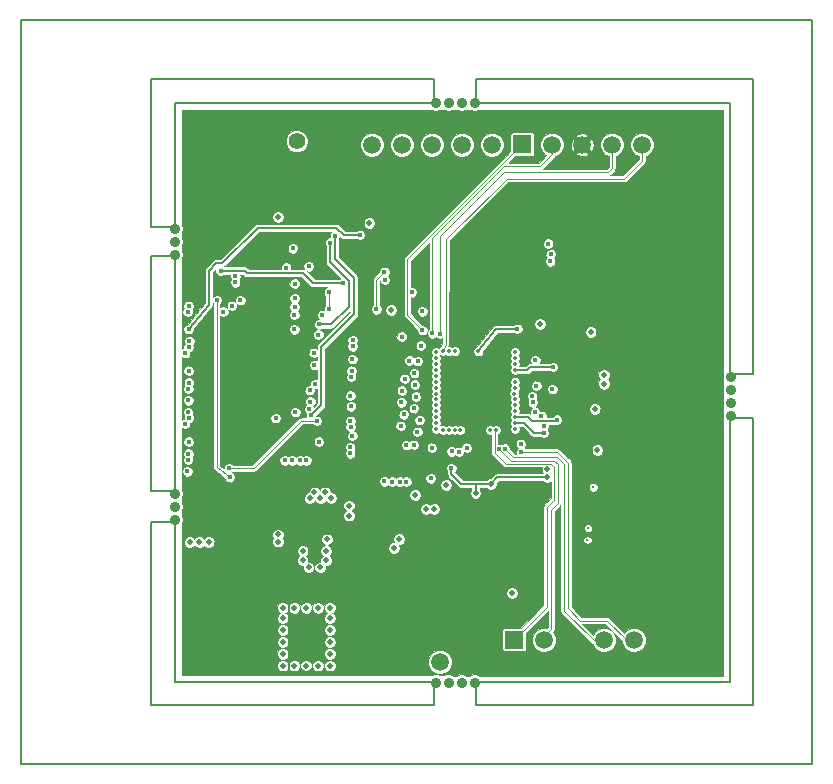
<source format=gbr>
G04 (created by PCBNEW (2013-05-31 BZR 4019)-stable) date 03/03/2014 21:16:57*
%MOIN*%
G04 Gerber Fmt 3.4, Leading zero omitted, Abs format*
%FSLAX34Y34*%
G01*
G70*
G90*
G04 APERTURE LIST*
%ADD10C,0.00590551*%
%ADD11C,0.0077*%
%ADD12C,0.0157*%
%ADD13C,0.0432*%
%ADD14C,0.0195*%
%ADD15C,0.0354*%
%ADD16C,0.2165*%
%ADD17C,0.051*%
%ADD18C,0.055*%
%ADD19C,0.0597*%
%ADD20R,0.0597X0.0597*%
%ADD21C,0.0117*%
%ADD22C,0.0077*%
%ADD23C,0.0196*%
%ADD24C,0.0138*%
%ADD25C,0.0039*%
G04 APERTURE END LIST*
G54D10*
G54D11*
X42606Y-52483D02*
X42606Y-27680D01*
X68983Y-52483D02*
X42606Y-52483D01*
X68983Y-27680D02*
X68983Y-52483D01*
X42606Y-27680D02*
X68983Y-27680D01*
X66228Y-30437D02*
X66228Y-39492D01*
X57764Y-30437D02*
X66228Y-30437D01*
X57764Y-29650D02*
X57764Y-30437D01*
X67016Y-29650D02*
X57764Y-29650D01*
X67016Y-39492D02*
X67016Y-29650D01*
X66228Y-39492D02*
X67016Y-39492D01*
X57764Y-50515D02*
X57764Y-49728D01*
X67016Y-50515D02*
X57764Y-50515D01*
X67016Y-40948D02*
X67016Y-50515D01*
X66228Y-40948D02*
X67016Y-40948D01*
X66228Y-49728D02*
X66228Y-40948D01*
X57764Y-49728D02*
X66228Y-49728D01*
X46936Y-50515D02*
X46936Y-44413D01*
X56386Y-50515D02*
X46936Y-50515D01*
X56386Y-49728D02*
X56386Y-50515D01*
X47724Y-49728D02*
X56386Y-49728D01*
X47724Y-44413D02*
X47724Y-49728D01*
X46936Y-44413D02*
X47724Y-44413D01*
X46936Y-43390D02*
X46936Y-35555D01*
X47724Y-43390D02*
X46936Y-43390D01*
X47724Y-35555D02*
X47724Y-43390D01*
X46936Y-35555D02*
X47724Y-35555D01*
X47724Y-30437D02*
X47724Y-34570D01*
X46936Y-34570D02*
X47724Y-34570D01*
X46936Y-29648D02*
X46936Y-34570D01*
X46936Y-29648D02*
X56384Y-29648D01*
X56384Y-29648D02*
X56384Y-30437D01*
X47724Y-30437D02*
X56384Y-30437D01*
G54D12*
X61338Y-33307D03*
X60708Y-32598D03*
X61181Y-32598D03*
X60787Y-33307D03*
X62598Y-33307D03*
X62677Y-32598D03*
X62047Y-32598D03*
X62047Y-33307D03*
X64448Y-30866D03*
X63523Y-31023D03*
X63917Y-31023D03*
X64842Y-30866D03*
X63937Y-33228D03*
X63444Y-32637D03*
X60236Y-32598D03*
X63307Y-33228D03*
X54409Y-33307D03*
X54409Y-32992D03*
X54803Y-32992D03*
X54803Y-33307D03*
X55669Y-33307D03*
X55669Y-32992D03*
X55275Y-32992D03*
X55275Y-33307D03*
X52047Y-32913D03*
X59763Y-33307D03*
X60157Y-33307D03*
X52440Y-32913D03*
X51574Y-32913D03*
X59291Y-33307D03*
X58818Y-33307D03*
X51181Y-32913D03*
X56574Y-31023D03*
X60118Y-31023D03*
X60511Y-31023D03*
X56968Y-31023D03*
X57834Y-31023D03*
X61377Y-31023D03*
X60984Y-31023D03*
X57440Y-31023D03*
X59173Y-31023D03*
X62716Y-31023D03*
X63110Y-31023D03*
X59566Y-31023D03*
X58700Y-31023D03*
X62244Y-31023D03*
X61850Y-31023D03*
X58307Y-31023D03*
X49842Y-30826D03*
X54803Y-31003D03*
X55196Y-31003D03*
X50236Y-30826D03*
X48917Y-31200D03*
X56062Y-31003D03*
X55669Y-31003D03*
X50708Y-30826D03*
X48976Y-30826D03*
X53937Y-31003D03*
X54330Y-31003D03*
X49370Y-30826D03*
X48503Y-30826D03*
X53464Y-31003D03*
X53070Y-31003D03*
X48110Y-30826D03*
X56141Y-33307D03*
X56141Y-32992D03*
X56535Y-32992D03*
X56535Y-33307D03*
X57401Y-33307D03*
X57401Y-32992D03*
X57007Y-32992D03*
X57007Y-33307D03*
X49606Y-33858D03*
X49606Y-33543D03*
X50000Y-33543D03*
X50000Y-33858D03*
X49133Y-33858D03*
X49133Y-33543D03*
X48740Y-33543D03*
X48740Y-33858D03*
X64488Y-49370D03*
X64251Y-46535D03*
X64645Y-46535D03*
X64881Y-49370D03*
X65748Y-49370D03*
X65511Y-46535D03*
X65118Y-46535D03*
X65354Y-49370D03*
X62992Y-47086D03*
X62992Y-46771D03*
X63385Y-46771D03*
X63385Y-47086D03*
X62519Y-47086D03*
X62519Y-46771D03*
X62125Y-46771D03*
X62125Y-47086D03*
X63543Y-46141D03*
X63543Y-45826D03*
X63937Y-45826D03*
X63937Y-46141D03*
X63937Y-43858D03*
X63937Y-43543D03*
X63543Y-43543D03*
X63543Y-43858D03*
X63543Y-34409D03*
X63543Y-34094D03*
X63937Y-34094D03*
X63937Y-34409D03*
X63937Y-36535D03*
X63937Y-36220D03*
X63543Y-36220D03*
X63543Y-36535D03*
X64173Y-33779D03*
X64330Y-36850D03*
X64724Y-36850D03*
X64566Y-33779D03*
X65433Y-33779D03*
X65590Y-36850D03*
X65196Y-36850D03*
X65039Y-33779D03*
X52047Y-33307D03*
X65118Y-43307D03*
X65511Y-43307D03*
X52440Y-33307D03*
X51574Y-33307D03*
X64645Y-43307D03*
X64251Y-43307D03*
X51181Y-33307D03*
X65511Y-46850D03*
X65826Y-46850D03*
X65826Y-46535D03*
X65826Y-47165D03*
X60314Y-49370D03*
X60314Y-49055D03*
X60708Y-49055D03*
X60708Y-49370D03*
X61574Y-49370D03*
X61574Y-49055D03*
X61181Y-49055D03*
X61181Y-49370D03*
X62913Y-49370D03*
X62913Y-49055D03*
X63307Y-49055D03*
X63307Y-49370D03*
X62440Y-49370D03*
X62440Y-49055D03*
X62047Y-49055D03*
X62047Y-49370D03*
X58661Y-49370D03*
X58661Y-49055D03*
X64015Y-49370D03*
X65905Y-48661D03*
X65590Y-49055D03*
X65905Y-49055D03*
X63464Y-47559D03*
X63779Y-47086D03*
X59921Y-49370D03*
X59921Y-49055D03*
X58188Y-49055D03*
X58188Y-49370D03*
X59448Y-49370D03*
X59448Y-49055D03*
X59055Y-49055D03*
X59055Y-49370D03*
X54409Y-48661D03*
X57007Y-46299D03*
X56614Y-46299D03*
X54803Y-48661D03*
X55669Y-48661D03*
X59448Y-46299D03*
X59055Y-46299D03*
X55275Y-48661D03*
X50236Y-49370D03*
X48976Y-49370D03*
X48818Y-49055D03*
X53937Y-48661D03*
X49763Y-49370D03*
X48503Y-49370D03*
X48110Y-49370D03*
X49370Y-49370D03*
X55433Y-46771D03*
X54173Y-48346D03*
X54566Y-48346D03*
X55826Y-46771D03*
X56692Y-46771D03*
X53779Y-47795D03*
X55039Y-48346D03*
X56299Y-46771D03*
X58031Y-46771D03*
X58425Y-46771D03*
X57559Y-46771D03*
X53779Y-47244D03*
X54251Y-47795D03*
X57165Y-46771D03*
X48976Y-35354D03*
X49527Y-36692D03*
X49133Y-36456D03*
X48897Y-35039D03*
X48976Y-43543D03*
X49291Y-43543D03*
X49291Y-43149D03*
X48976Y-43149D03*
X53779Y-37795D03*
X54330Y-37795D03*
X54173Y-39133D03*
X54015Y-41338D03*
X49763Y-43543D03*
X50078Y-43543D03*
X50078Y-43149D03*
X49763Y-43149D03*
X54803Y-44094D03*
X55669Y-44960D03*
X55433Y-43464D03*
X54566Y-42362D03*
X48110Y-34724D03*
X48582Y-34409D03*
X48582Y-34803D03*
X48110Y-35118D03*
X48110Y-45669D03*
X48425Y-45669D03*
X48582Y-35275D03*
X48110Y-35590D03*
X48110Y-47007D03*
X48425Y-47007D03*
X48425Y-47401D03*
X48110Y-47401D03*
X48110Y-46535D03*
X48425Y-46535D03*
X48425Y-46141D03*
X48110Y-46141D03*
X48110Y-33543D03*
X48110Y-31181D03*
X48110Y-31574D03*
X48110Y-33937D03*
X48818Y-33228D03*
X50787Y-32992D03*
X50629Y-31259D03*
X48110Y-34409D03*
X48110Y-32755D03*
X48425Y-32755D03*
X48425Y-33149D03*
X48110Y-33149D03*
X48110Y-32283D03*
X48425Y-32283D03*
X48425Y-31889D03*
X48110Y-31889D03*
X48110Y-47795D03*
X48425Y-47795D03*
X48425Y-48188D03*
X48110Y-48188D03*
X48110Y-49055D03*
X48425Y-49055D03*
X48425Y-48661D03*
X48110Y-48661D03*
X50787Y-48818D03*
X50314Y-46771D03*
X50708Y-47086D03*
X50393Y-49133D03*
X48740Y-47086D03*
X49763Y-46692D03*
X49212Y-46771D03*
X48897Y-46771D03*
X49448Y-39133D03*
X49763Y-39133D03*
X49763Y-39527D03*
X49448Y-39527D03*
X49370Y-38031D03*
X49763Y-38188D03*
X48976Y-38188D03*
X50157Y-38031D03*
X49527Y-40157D03*
X49842Y-40157D03*
X49842Y-40551D03*
X49527Y-40551D03*
X49370Y-41417D03*
X49921Y-41417D03*
X49921Y-41889D03*
X49370Y-41889D03*
X65826Y-33700D03*
X65826Y-33228D03*
X65433Y-33385D03*
X65905Y-31496D03*
X65826Y-38425D03*
X65826Y-41181D03*
X65826Y-40787D03*
X65826Y-38031D03*
X65826Y-39763D03*
X54566Y-33779D03*
X56771Y-33779D03*
X65826Y-40157D03*
X65826Y-39291D03*
X65826Y-42047D03*
X65826Y-41653D03*
X65826Y-38897D03*
X65905Y-36850D03*
X63700Y-33700D03*
X63622Y-40393D03*
X63543Y-38267D03*
X63543Y-38661D03*
X63622Y-40787D03*
X63622Y-41653D03*
X63543Y-39527D03*
X63543Y-39133D03*
X63622Y-41259D03*
X63622Y-42992D03*
X63149Y-42204D03*
X63070Y-39842D03*
X63149Y-42598D03*
X63622Y-42519D03*
X65905Y-43307D03*
X63543Y-40000D03*
X63622Y-42125D03*
X63070Y-40236D03*
X63543Y-37401D03*
X63070Y-37480D03*
X63070Y-37874D03*
X63543Y-37795D03*
X63543Y-36929D03*
X61653Y-33779D03*
X59212Y-33779D03*
X63937Y-36850D03*
X61496Y-46377D03*
X58346Y-47795D03*
X58346Y-48661D03*
X63622Y-46535D03*
X63858Y-46771D03*
X58346Y-48267D03*
G54D13*
X49554Y-45454D03*
X49554Y-35062D03*
G54D14*
X56102Y-43975D03*
G54D12*
X61386Y-35540D03*
X61024Y-35536D03*
X61024Y-35198D03*
X61394Y-35193D03*
G54D15*
X47725Y-34630D03*
X47725Y-35063D03*
X47725Y-35496D03*
X47725Y-44335D03*
X47725Y-43902D03*
X47725Y-43469D03*
X66268Y-39571D03*
X66268Y-40004D03*
X66268Y-40437D03*
X66268Y-40870D03*
G54D12*
X58299Y-40354D03*
X58299Y-39921D03*
X58082Y-40138D03*
X58515Y-40138D03*
X61011Y-37386D03*
X62078Y-44708D03*
X62275Y-44901D03*
X58732Y-40354D03*
X57866Y-40354D03*
X57433Y-40354D03*
X57000Y-40354D03*
X56783Y-40571D03*
X57216Y-40571D03*
X57653Y-40571D03*
X58082Y-40571D03*
X58515Y-40571D03*
X58515Y-41004D03*
X58082Y-41004D03*
X57653Y-41004D03*
X57216Y-41004D03*
X56783Y-41004D03*
X57000Y-40787D03*
X57433Y-40787D03*
X58299Y-40787D03*
X57866Y-40787D03*
X58732Y-40787D03*
X58732Y-39921D03*
X57866Y-39921D03*
X57433Y-39921D03*
X57000Y-39921D03*
X56783Y-40138D03*
X57216Y-40138D03*
X57653Y-40138D03*
X58515Y-39705D03*
X58082Y-39705D03*
X57653Y-39705D03*
X57216Y-39705D03*
X56783Y-39705D03*
X57000Y-39488D03*
X57433Y-39488D03*
X58299Y-39488D03*
X57866Y-39488D03*
X58732Y-39488D03*
X58732Y-39055D03*
X57866Y-39055D03*
X58299Y-39055D03*
X57433Y-39055D03*
X57000Y-39055D03*
X56783Y-39272D03*
X57216Y-39272D03*
X57653Y-39272D03*
X58082Y-39272D03*
X58515Y-39272D03*
G54D14*
X48861Y-45087D03*
X48546Y-45087D03*
X48231Y-45087D03*
X52389Y-43424D03*
X52744Y-43424D03*
X52941Y-43620D03*
X52586Y-43621D03*
X52782Y-45375D03*
X52782Y-45690D03*
X52584Y-45927D03*
X52190Y-45927D03*
X51994Y-45690D03*
X51994Y-45375D03*
G54D16*
X49752Y-32228D03*
X64791Y-32228D03*
X64791Y-47975D03*
X49752Y-47975D03*
G54D14*
X56378Y-43975D03*
X52232Y-43621D03*
X52112Y-49195D03*
X51720Y-49197D03*
X52507Y-49197D03*
X51325Y-49197D03*
X52902Y-49197D03*
X51325Y-48802D03*
X51325Y-48410D03*
X51325Y-48015D03*
X51325Y-47622D03*
X51325Y-47267D03*
X51720Y-47267D03*
X52114Y-47267D03*
X52507Y-47267D03*
X52900Y-47267D03*
X52900Y-47622D03*
X52900Y-48015D03*
X52900Y-48410D03*
X52900Y-48802D03*
G54D15*
X56426Y-49768D03*
X56859Y-49768D03*
X57292Y-49768D03*
X57726Y-49768D03*
X56425Y-30437D03*
X56858Y-30437D03*
X57291Y-30437D03*
X57725Y-30437D03*
G54D17*
X51299Y-32217D03*
X52299Y-32217D03*
X52299Y-31217D03*
X51299Y-31217D03*
G54D18*
X51799Y-31717D03*
G54D19*
X58307Y-31834D03*
X57307Y-31834D03*
X56307Y-31834D03*
X55307Y-31834D03*
G54D20*
X53307Y-31814D03*
G54D19*
X54307Y-31834D03*
G54D20*
X57576Y-49079D03*
G54D19*
X56576Y-49079D03*
X63314Y-31834D03*
X62314Y-31834D03*
X61314Y-31834D03*
G54D20*
X59314Y-31814D03*
G54D19*
X60314Y-31834D03*
X63043Y-48350D03*
X62043Y-48350D03*
X61043Y-48350D03*
G54D20*
X59043Y-48330D03*
G54D19*
X60043Y-48350D03*
G54D21*
X61685Y-43255D03*
G54D14*
X56783Y-43173D03*
X61728Y-40646D03*
X61821Y-42018D03*
X61594Y-38083D03*
X55748Y-43512D03*
X55032Y-45276D03*
G54D22*
X61488Y-45011D03*
G54D14*
X58976Y-46772D03*
G54D12*
X60177Y-35130D03*
G54D14*
X54949Y-37343D03*
G54D12*
X52646Y-37508D03*
G54D14*
X54221Y-34441D03*
X51169Y-34244D03*
X57756Y-43449D03*
G54D12*
X56949Y-42618D03*
G54D14*
X58264Y-43146D03*
X60142Y-42921D03*
G54D12*
X55299Y-38228D03*
G54D14*
X62039Y-39803D03*
X59910Y-37815D03*
X62036Y-39500D03*
G54D12*
X49256Y-36028D03*
X53323Y-36453D03*
G54D22*
X60677Y-34807D03*
X61854Y-44421D03*
X62578Y-44440D03*
X61988Y-45425D03*
G54D14*
X50921Y-43799D03*
X51012Y-36701D03*
G54D12*
X48154Y-36225D03*
X48154Y-35831D03*
G54D14*
X48158Y-36717D03*
X48150Y-39079D03*
X48189Y-41437D03*
G54D12*
X48032Y-37599D03*
X48047Y-38189D03*
X48024Y-39571D03*
X48028Y-40551D03*
X48032Y-41933D03*
X48032Y-42918D03*
X48197Y-43508D03*
G54D14*
X48138Y-43807D03*
G54D12*
X48102Y-44492D03*
X50921Y-44492D03*
G54D14*
X58002Y-47500D03*
G54D12*
X59961Y-44311D03*
X58626Y-44390D03*
X58413Y-43508D03*
X60205Y-43484D03*
X59882Y-37386D03*
X58256Y-36228D03*
X57106Y-36587D03*
G54D14*
X58616Y-45230D03*
G54D12*
X61102Y-40835D03*
G54D14*
X57668Y-44518D03*
G54D12*
X52012Y-34799D03*
X61264Y-40071D03*
X54457Y-43477D03*
G54D14*
X53465Y-45815D03*
G54D12*
X54579Y-44225D03*
G54D14*
X54268Y-46508D03*
X57984Y-48284D03*
G54D12*
X61957Y-34823D03*
X60906Y-36260D03*
X61957Y-35933D03*
X62154Y-36559D03*
X61228Y-42177D03*
X60882Y-38087D03*
X60780Y-39406D03*
X59350Y-37213D03*
G54D23*
X56091Y-35378D03*
X55579Y-35130D03*
G54D12*
X59508Y-36051D03*
X59650Y-35925D03*
X57094Y-35291D03*
X58354Y-35528D03*
X58370Y-36783D03*
X48165Y-37402D03*
X60266Y-35482D03*
X48193Y-37205D03*
X60246Y-35719D03*
X49565Y-42918D03*
X49132Y-37012D03*
G54D22*
X61511Y-44618D03*
G54D14*
X55217Y-44988D03*
G54D12*
X55288Y-40421D03*
X55701Y-40618D03*
X55366Y-40819D03*
X55705Y-41839D03*
G54D24*
X59065Y-40325D03*
G54D12*
X51732Y-36461D03*
X53591Y-41236D03*
G54D24*
X56447Y-41309D03*
G54D12*
X59951Y-40876D03*
X51728Y-36957D03*
G54D24*
X59065Y-40522D03*
G54D12*
X52870Y-37327D03*
X51728Y-37240D03*
X52870Y-36752D03*
X59669Y-40425D03*
X55736Y-39831D03*
X53906Y-34843D03*
X48193Y-37984D03*
X60319Y-39984D03*
X52906Y-35095D03*
X52543Y-37827D03*
G54D24*
X56870Y-38720D03*
G54D12*
X55981Y-37386D03*
G54D24*
X59065Y-38750D03*
G54D12*
X57205Y-42071D03*
X60473Y-41000D03*
G54D24*
X59065Y-40915D03*
X59065Y-39341D03*
G54D12*
X60339Y-39244D03*
X57465Y-41937D03*
G54D24*
X57254Y-41339D03*
G54D14*
X52811Y-44992D03*
X53539Y-43862D03*
X53539Y-44197D03*
G54D12*
X60030Y-41211D03*
G54D24*
X59075Y-41112D03*
G54D12*
X60039Y-41437D03*
X55638Y-36756D03*
G54D24*
X57067Y-38720D03*
G54D12*
X59272Y-41807D03*
X59748Y-39020D03*
G54D24*
X58238Y-41339D03*
X59065Y-39144D03*
X59065Y-38947D03*
X59055Y-40128D03*
X57854Y-38720D03*
G54D12*
X59150Y-37972D03*
G54D24*
X57057Y-41339D03*
G54D12*
X55933Y-38528D03*
G54D24*
X56437Y-39734D03*
X56437Y-40325D03*
G54D12*
X56260Y-42953D03*
G54D24*
X56860Y-41339D03*
G54D14*
X60154Y-42638D03*
G54D24*
X59065Y-41309D03*
X59065Y-39931D03*
G54D12*
X55394Y-39638D03*
X53650Y-41536D03*
G54D24*
X56437Y-41112D03*
G54D12*
X53583Y-40201D03*
G54D24*
X56437Y-39931D03*
G54D12*
X55831Y-39047D03*
G54D24*
X56437Y-40915D03*
G54D12*
X53579Y-41925D03*
X53602Y-40559D03*
G54D24*
X56437Y-40128D03*
G54D12*
X55303Y-40032D03*
X53662Y-38355D03*
G54D24*
X56437Y-38750D03*
G54D12*
X55709Y-39445D03*
X56957Y-42059D03*
G54D24*
X56663Y-41339D03*
G54D12*
X52193Y-35890D03*
X59740Y-40740D03*
X54453Y-37319D03*
X51721Y-37508D03*
X54721Y-36075D03*
X59787Y-39870D03*
X55555Y-39028D03*
G54D24*
X56437Y-38947D03*
G54D12*
X53662Y-38555D03*
X53610Y-39571D03*
G54D24*
X56437Y-39537D03*
G54D12*
X53626Y-39370D03*
G54D24*
X56437Y-39341D03*
G54D12*
X53579Y-42122D03*
G54D24*
X56437Y-40719D03*
G54D12*
X55772Y-40232D03*
X55890Y-41016D03*
X55260Y-41209D03*
X55815Y-41406D03*
X55445Y-41846D03*
X56303Y-41937D03*
X53650Y-38981D03*
G54D24*
X56437Y-39144D03*
G54D12*
X53587Y-41040D03*
G54D24*
X56437Y-40522D03*
G54D12*
X59646Y-40225D03*
X54736Y-36331D03*
X49354Y-37402D03*
X53071Y-34862D03*
X52276Y-40847D03*
X52248Y-40394D03*
X48185Y-39965D03*
X48221Y-38386D03*
X52516Y-38162D03*
X48201Y-39768D03*
X52232Y-40016D03*
X48197Y-39370D03*
X52402Y-39815D03*
X48079Y-38783D03*
X52386Y-39181D03*
X48193Y-38591D03*
X52366Y-38772D03*
G54D24*
X59065Y-39734D03*
G54D12*
X51445Y-35929D03*
X52213Y-40654D03*
X48181Y-40355D03*
X55984Y-38016D03*
X56319Y-38122D03*
X56575Y-38130D03*
G54D24*
X56673Y-38711D03*
G54D12*
X49744Y-36425D03*
X49634Y-37205D03*
X49917Y-37012D03*
X49748Y-36225D03*
X51717Y-37992D03*
X52535Y-41732D03*
X48173Y-42331D03*
X52118Y-42354D03*
X54984Y-43063D03*
X48173Y-40748D03*
X55453Y-43067D03*
X51752Y-40748D03*
X48181Y-42130D03*
X51917Y-42355D03*
X48197Y-41732D03*
X51398Y-42355D03*
X48075Y-41142D03*
X51638Y-42355D03*
X48201Y-40949D03*
X54721Y-43055D03*
X51091Y-40949D03*
X55225Y-43067D03*
G54D24*
X59065Y-40719D03*
G54D12*
X51669Y-35288D03*
G54D24*
X58435Y-41339D03*
G54D12*
X58536Y-41973D03*
X59281Y-42067D03*
X58740Y-41969D03*
X52465Y-41043D03*
X49535Y-42618D03*
X48154Y-42725D03*
G54D14*
X51169Y-44827D03*
X51169Y-45063D03*
G54D11*
X58489Y-42921D02*
X58264Y-43146D01*
X57756Y-43148D02*
X57756Y-43405D01*
X57756Y-43405D02*
X57756Y-43449D01*
X56949Y-42618D02*
X56949Y-42811D01*
X57288Y-43150D02*
X57756Y-43148D01*
X56949Y-42811D02*
X57288Y-43150D01*
X57756Y-43148D02*
X58264Y-43146D01*
X60142Y-42921D02*
X58489Y-42921D01*
X53323Y-36453D02*
X52338Y-36453D01*
X50060Y-36028D02*
X49256Y-36028D01*
X50139Y-36107D02*
X50060Y-36028D01*
X51992Y-36107D02*
X50139Y-36107D01*
X52338Y-36453D02*
X51992Y-36107D01*
G54D25*
X49565Y-42918D02*
X49132Y-42593D01*
X49132Y-42593D02*
X49132Y-37012D01*
X52870Y-36752D02*
X52870Y-37327D01*
G54D11*
X53906Y-34843D02*
X53363Y-34843D01*
X48862Y-37162D02*
X48193Y-37984D01*
X48862Y-36036D02*
X48862Y-37162D01*
X49122Y-35776D02*
X48862Y-36036D01*
X49314Y-35776D02*
X49122Y-35776D01*
X50491Y-34599D02*
X49314Y-35776D01*
X53119Y-34599D02*
X50491Y-34599D01*
X53363Y-34843D02*
X53119Y-34599D01*
X52906Y-35095D02*
X52906Y-35752D01*
X52949Y-37827D02*
X52543Y-37827D01*
X53543Y-37232D02*
X52949Y-37827D01*
X53543Y-36389D02*
X53543Y-37232D01*
X52906Y-35752D02*
X53543Y-36389D01*
X60473Y-41000D02*
X60354Y-41043D01*
X60354Y-41043D02*
X59646Y-41043D01*
X59508Y-40918D02*
X59065Y-40915D01*
X59646Y-41043D02*
X59508Y-40918D01*
X59587Y-39244D02*
X59488Y-39343D01*
X59488Y-39343D02*
X59065Y-39341D01*
X59587Y-39244D02*
X60339Y-39244D01*
X59715Y-41437D02*
X59386Y-41114D01*
X59386Y-41114D02*
X59075Y-41112D01*
X60039Y-41437D02*
X59715Y-41437D01*
X59150Y-37972D02*
X58445Y-37972D01*
X58445Y-37972D02*
X57854Y-38720D01*
G54D25*
X54453Y-37319D02*
X54453Y-36343D01*
X54453Y-36343D02*
X54721Y-36075D01*
G54D11*
X53071Y-34862D02*
X53067Y-35646D01*
X52610Y-40513D02*
X52276Y-40847D01*
X52610Y-38579D02*
X52610Y-40513D01*
X53705Y-37484D02*
X52610Y-38579D01*
X53705Y-36284D02*
X53705Y-37484D01*
X53067Y-35646D02*
X53705Y-36284D01*
G54D25*
X59314Y-31814D02*
X59314Y-31820D01*
X55476Y-37508D02*
X55984Y-38016D01*
X55476Y-35658D02*
X55476Y-37508D01*
X59314Y-31820D02*
X55476Y-35658D01*
X60314Y-31834D02*
X60314Y-32155D01*
X56319Y-34949D02*
X56319Y-38122D01*
X58721Y-32547D02*
X56319Y-34949D01*
X59922Y-32547D02*
X58721Y-32547D01*
X60314Y-32155D02*
X59922Y-32547D01*
X62314Y-31834D02*
X62314Y-32624D01*
X56575Y-34886D02*
X56575Y-38130D01*
X58705Y-32756D02*
X56575Y-34886D01*
X62182Y-32756D02*
X58705Y-32756D01*
X62314Y-32624D02*
X62182Y-32756D01*
X63314Y-31834D02*
X63314Y-32371D01*
X56764Y-38461D02*
X56673Y-38711D01*
X56776Y-34984D02*
X56764Y-38461D01*
X58796Y-32969D02*
X56776Y-34984D01*
X62716Y-32969D02*
X58796Y-32969D01*
X63314Y-32371D02*
X62716Y-32969D01*
X59043Y-48330D02*
X59048Y-48330D01*
X58398Y-41374D02*
X58435Y-41339D01*
X58396Y-42106D02*
X58398Y-41374D01*
X58760Y-42470D02*
X58396Y-42106D01*
X60266Y-42470D02*
X58760Y-42470D01*
X60374Y-42579D02*
X60266Y-42470D01*
X60374Y-43674D02*
X60374Y-42579D01*
X60138Y-43910D02*
X60374Y-43674D01*
X60138Y-47240D02*
X60138Y-43910D01*
X59048Y-48330D02*
X60138Y-47240D01*
X60043Y-48350D02*
X60043Y-48201D01*
X58937Y-42372D02*
X58536Y-41973D01*
X60384Y-42372D02*
X58937Y-42372D01*
X60492Y-42480D02*
X60384Y-42372D01*
X60492Y-43780D02*
X60492Y-42480D01*
X60276Y-43996D02*
X60492Y-43780D01*
X60276Y-47972D02*
X60276Y-43996D01*
X60043Y-48201D02*
X60276Y-47972D01*
X63043Y-48350D02*
X62791Y-48350D01*
X60482Y-42077D02*
X59281Y-42067D01*
X60846Y-42441D02*
X60482Y-42077D01*
X60846Y-47293D02*
X60846Y-42441D01*
X61240Y-47697D02*
X60846Y-47293D01*
X62136Y-47697D02*
X61240Y-47697D01*
X62791Y-48350D02*
X62136Y-47697D01*
X62057Y-48356D02*
X61693Y-48356D01*
X59006Y-42254D02*
X58740Y-41969D01*
X60463Y-42254D02*
X59006Y-42254D01*
X60699Y-42490D02*
X60463Y-42254D01*
X60699Y-47362D02*
X60699Y-42490D01*
X61693Y-48356D02*
X60699Y-47362D01*
X49535Y-42618D02*
X50370Y-42618D01*
X51945Y-41043D02*
X52465Y-41043D01*
X50370Y-42618D02*
X51945Y-41043D01*
G54D10*
G36*
X53253Y-36291D02*
X53223Y-36303D01*
X53210Y-36317D01*
X52394Y-36317D01*
X52132Y-36055D01*
X52157Y-36065D01*
X52227Y-36066D01*
X52292Y-36039D01*
X52342Y-35989D01*
X52368Y-35925D01*
X52369Y-35855D01*
X52342Y-35790D01*
X52292Y-35740D01*
X52228Y-35714D01*
X52158Y-35713D01*
X52093Y-35740D01*
X52043Y-35790D01*
X52017Y-35854D01*
X52016Y-35924D01*
X52039Y-35980D01*
X51992Y-35971D01*
X51845Y-35971D01*
X51845Y-35253D01*
X51818Y-35188D01*
X51768Y-35138D01*
X51704Y-35112D01*
X51634Y-35111D01*
X51569Y-35138D01*
X51519Y-35188D01*
X51493Y-35252D01*
X51492Y-35322D01*
X51519Y-35387D01*
X51569Y-35437D01*
X51633Y-35463D01*
X51703Y-35464D01*
X51768Y-35437D01*
X51818Y-35387D01*
X51844Y-35323D01*
X51845Y-35253D01*
X51845Y-35971D01*
X51618Y-35971D01*
X51620Y-35964D01*
X51621Y-35894D01*
X51594Y-35829D01*
X51544Y-35779D01*
X51480Y-35753D01*
X51410Y-35752D01*
X51345Y-35779D01*
X51295Y-35829D01*
X51269Y-35893D01*
X51268Y-35963D01*
X51271Y-35971D01*
X50195Y-35971D01*
X50156Y-35931D01*
X50112Y-35902D01*
X50060Y-35892D01*
X49380Y-35892D01*
X49410Y-35872D01*
X50547Y-34735D01*
X52949Y-34735D01*
X52921Y-34762D01*
X52895Y-34826D01*
X52894Y-34896D01*
X52904Y-34918D01*
X52871Y-34918D01*
X52806Y-34945D01*
X52756Y-34995D01*
X52730Y-35059D01*
X52729Y-35129D01*
X52756Y-35194D01*
X52770Y-35207D01*
X52770Y-35752D01*
X52780Y-35804D01*
X52809Y-35848D01*
X53253Y-36291D01*
X53253Y-36291D01*
G37*
G54D25*
X53253Y-36291D02*
X53223Y-36303D01*
X53210Y-36317D01*
X52394Y-36317D01*
X52132Y-36055D01*
X52157Y-36065D01*
X52227Y-36066D01*
X52292Y-36039D01*
X52342Y-35989D01*
X52368Y-35925D01*
X52369Y-35855D01*
X52342Y-35790D01*
X52292Y-35740D01*
X52228Y-35714D01*
X52158Y-35713D01*
X52093Y-35740D01*
X52043Y-35790D01*
X52017Y-35854D01*
X52016Y-35924D01*
X52039Y-35980D01*
X51992Y-35971D01*
X51845Y-35971D01*
X51845Y-35253D01*
X51818Y-35188D01*
X51768Y-35138D01*
X51704Y-35112D01*
X51634Y-35111D01*
X51569Y-35138D01*
X51519Y-35188D01*
X51493Y-35252D01*
X51492Y-35322D01*
X51519Y-35387D01*
X51569Y-35437D01*
X51633Y-35463D01*
X51703Y-35464D01*
X51768Y-35437D01*
X51818Y-35387D01*
X51844Y-35323D01*
X51845Y-35253D01*
X51845Y-35971D01*
X51618Y-35971D01*
X51620Y-35964D01*
X51621Y-35894D01*
X51594Y-35829D01*
X51544Y-35779D01*
X51480Y-35753D01*
X51410Y-35752D01*
X51345Y-35779D01*
X51295Y-35829D01*
X51269Y-35893D01*
X51268Y-35963D01*
X51271Y-35971D01*
X50195Y-35971D01*
X50156Y-35931D01*
X50112Y-35902D01*
X50060Y-35892D01*
X49380Y-35892D01*
X49410Y-35872D01*
X50547Y-34735D01*
X52949Y-34735D01*
X52921Y-34762D01*
X52895Y-34826D01*
X52894Y-34896D01*
X52904Y-34918D01*
X52871Y-34918D01*
X52806Y-34945D01*
X52756Y-34995D01*
X52730Y-35059D01*
X52729Y-35129D01*
X52756Y-35194D01*
X52770Y-35207D01*
X52770Y-35752D01*
X52780Y-35804D01*
X52809Y-35848D01*
X53253Y-36291D01*
G54D10*
G36*
X53569Y-37427D02*
X52513Y-38482D01*
X52484Y-38526D01*
X52474Y-38579D01*
X52474Y-38631D01*
X52465Y-38622D01*
X52401Y-38596D01*
X52331Y-38595D01*
X52266Y-38622D01*
X52216Y-38672D01*
X52190Y-38736D01*
X52189Y-38806D01*
X52216Y-38871D01*
X52266Y-38921D01*
X52330Y-38947D01*
X52400Y-38948D01*
X52465Y-38921D01*
X52474Y-38912D01*
X52474Y-39026D01*
X52421Y-39005D01*
X52351Y-39004D01*
X52286Y-39031D01*
X52236Y-39081D01*
X52210Y-39145D01*
X52209Y-39215D01*
X52236Y-39280D01*
X52286Y-39330D01*
X52350Y-39356D01*
X52420Y-39357D01*
X52474Y-39335D01*
X52474Y-39654D01*
X52437Y-39639D01*
X52367Y-39638D01*
X52302Y-39665D01*
X52252Y-39715D01*
X52226Y-39779D01*
X52225Y-39839D01*
X52197Y-39839D01*
X52132Y-39866D01*
X52082Y-39916D01*
X52056Y-39980D01*
X52055Y-40050D01*
X52082Y-40115D01*
X52132Y-40165D01*
X52196Y-40191D01*
X52266Y-40192D01*
X52331Y-40165D01*
X52381Y-40115D01*
X52407Y-40051D01*
X52408Y-39991D01*
X52436Y-39991D01*
X52474Y-39975D01*
X52474Y-40456D01*
X52366Y-40564D01*
X52362Y-40554D01*
X52349Y-40541D01*
X52397Y-40493D01*
X52423Y-40429D01*
X52424Y-40359D01*
X52397Y-40294D01*
X52347Y-40244D01*
X52283Y-40218D01*
X52213Y-40217D01*
X52148Y-40244D01*
X52098Y-40294D01*
X52072Y-40358D01*
X52071Y-40428D01*
X52098Y-40493D01*
X52111Y-40506D01*
X52063Y-40554D01*
X52037Y-40618D01*
X52036Y-40688D01*
X52063Y-40753D01*
X52106Y-40796D01*
X52100Y-40811D01*
X52099Y-40881D01*
X52118Y-40926D01*
X51945Y-40926D01*
X51928Y-40929D01*
X51928Y-40713D01*
X51908Y-40664D01*
X51908Y-36426D01*
X51881Y-36361D01*
X51831Y-36311D01*
X51767Y-36285D01*
X51697Y-36284D01*
X51632Y-36311D01*
X51582Y-36361D01*
X51556Y-36425D01*
X51555Y-36495D01*
X51582Y-36560D01*
X51632Y-36610D01*
X51696Y-36636D01*
X51766Y-36637D01*
X51831Y-36610D01*
X51881Y-36560D01*
X51907Y-36496D01*
X51908Y-36426D01*
X51908Y-40664D01*
X51904Y-40655D01*
X51904Y-37205D01*
X51877Y-37140D01*
X51835Y-37098D01*
X51877Y-37056D01*
X51903Y-36992D01*
X51904Y-36922D01*
X51877Y-36857D01*
X51827Y-36807D01*
X51763Y-36781D01*
X51693Y-36780D01*
X51628Y-36807D01*
X51578Y-36857D01*
X51552Y-36921D01*
X51551Y-36991D01*
X51578Y-37056D01*
X51620Y-37098D01*
X51578Y-37140D01*
X51552Y-37204D01*
X51551Y-37274D01*
X51578Y-37339D01*
X51609Y-37370D01*
X51571Y-37408D01*
X51545Y-37472D01*
X51544Y-37542D01*
X51571Y-37607D01*
X51621Y-37657D01*
X51685Y-37683D01*
X51755Y-37684D01*
X51820Y-37657D01*
X51870Y-37607D01*
X51896Y-37543D01*
X51897Y-37473D01*
X51870Y-37408D01*
X51839Y-37377D01*
X51877Y-37339D01*
X51903Y-37275D01*
X51904Y-37205D01*
X51904Y-40655D01*
X51901Y-40648D01*
X51893Y-40640D01*
X51893Y-37957D01*
X51866Y-37892D01*
X51816Y-37842D01*
X51752Y-37816D01*
X51682Y-37815D01*
X51617Y-37842D01*
X51567Y-37892D01*
X51541Y-37956D01*
X51540Y-38026D01*
X51567Y-38091D01*
X51617Y-38141D01*
X51681Y-38167D01*
X51751Y-38168D01*
X51816Y-38141D01*
X51866Y-38091D01*
X51892Y-38027D01*
X51893Y-37957D01*
X51893Y-40640D01*
X51851Y-40598D01*
X51787Y-40572D01*
X51717Y-40571D01*
X51652Y-40598D01*
X51602Y-40648D01*
X51576Y-40712D01*
X51575Y-40782D01*
X51602Y-40847D01*
X51652Y-40897D01*
X51716Y-40923D01*
X51786Y-40924D01*
X51851Y-40897D01*
X51901Y-40847D01*
X51927Y-40783D01*
X51928Y-40713D01*
X51928Y-40929D01*
X51900Y-40934D01*
X51862Y-40960D01*
X51267Y-41555D01*
X51267Y-40914D01*
X51240Y-40849D01*
X51190Y-40799D01*
X51126Y-40773D01*
X51056Y-40772D01*
X50991Y-40799D01*
X50941Y-40849D01*
X50915Y-40913D01*
X50914Y-40983D01*
X50941Y-41048D01*
X50991Y-41098D01*
X51055Y-41124D01*
X51125Y-41125D01*
X51190Y-41098D01*
X51240Y-41048D01*
X51266Y-40984D01*
X51267Y-40914D01*
X51267Y-41555D01*
X50321Y-42501D01*
X49666Y-42501D01*
X49634Y-42468D01*
X49570Y-42442D01*
X49500Y-42441D01*
X49435Y-42468D01*
X49385Y-42518D01*
X49359Y-42582D01*
X49359Y-42617D01*
X49249Y-42534D01*
X49249Y-37545D01*
X49254Y-37551D01*
X49318Y-37577D01*
X49388Y-37578D01*
X49453Y-37551D01*
X49503Y-37501D01*
X49529Y-37437D01*
X49530Y-37367D01*
X49517Y-37337D01*
X49534Y-37354D01*
X49598Y-37380D01*
X49668Y-37381D01*
X49733Y-37354D01*
X49783Y-37304D01*
X49809Y-37240D01*
X49810Y-37170D01*
X49798Y-37142D01*
X49817Y-37161D01*
X49881Y-37187D01*
X49951Y-37188D01*
X50016Y-37161D01*
X50066Y-37111D01*
X50092Y-37047D01*
X50093Y-36977D01*
X50066Y-36912D01*
X50016Y-36862D01*
X49952Y-36836D01*
X49882Y-36835D01*
X49817Y-36862D01*
X49767Y-36912D01*
X49741Y-36976D01*
X49740Y-37046D01*
X49752Y-37074D01*
X49733Y-37055D01*
X49669Y-37029D01*
X49599Y-37028D01*
X49534Y-37055D01*
X49484Y-37105D01*
X49458Y-37169D01*
X49457Y-37239D01*
X49470Y-37269D01*
X49453Y-37252D01*
X49389Y-37226D01*
X49319Y-37225D01*
X49254Y-37252D01*
X49249Y-37258D01*
X49249Y-37143D01*
X49281Y-37111D01*
X49307Y-37047D01*
X49308Y-36977D01*
X49281Y-36912D01*
X49231Y-36862D01*
X49167Y-36836D01*
X49097Y-36835D01*
X49032Y-36862D01*
X48998Y-36897D01*
X48998Y-36092D01*
X49080Y-36010D01*
X49079Y-36062D01*
X49106Y-36127D01*
X49156Y-36177D01*
X49220Y-36203D01*
X49290Y-36204D01*
X49355Y-36177D01*
X49368Y-36164D01*
X49582Y-36164D01*
X49572Y-36189D01*
X49571Y-36259D01*
X49597Y-36322D01*
X49594Y-36325D01*
X49568Y-36389D01*
X49567Y-36459D01*
X49594Y-36524D01*
X49644Y-36574D01*
X49708Y-36600D01*
X49778Y-36601D01*
X49843Y-36574D01*
X49893Y-36524D01*
X49919Y-36460D01*
X49920Y-36390D01*
X49894Y-36327D01*
X49897Y-36324D01*
X49923Y-36260D01*
X49924Y-36190D01*
X49913Y-36164D01*
X50003Y-36164D01*
X50042Y-36203D01*
X50086Y-36232D01*
X50139Y-36243D01*
X51935Y-36243D01*
X52241Y-36549D01*
X52285Y-36578D01*
X52285Y-36578D01*
X52338Y-36589D01*
X52803Y-36589D01*
X52770Y-36602D01*
X52720Y-36652D01*
X52694Y-36716D01*
X52693Y-36786D01*
X52720Y-36851D01*
X52753Y-36883D01*
X52753Y-37195D01*
X52720Y-37227D01*
X52694Y-37291D01*
X52693Y-37337D01*
X52681Y-37332D01*
X52611Y-37331D01*
X52546Y-37358D01*
X52496Y-37408D01*
X52470Y-37472D01*
X52469Y-37542D01*
X52496Y-37607D01*
X52540Y-37650D01*
X52508Y-37650D01*
X52443Y-37677D01*
X52393Y-37727D01*
X52367Y-37791D01*
X52366Y-37861D01*
X52393Y-37926D01*
X52443Y-37976D01*
X52474Y-37988D01*
X52416Y-38012D01*
X52366Y-38062D01*
X52340Y-38126D01*
X52339Y-38196D01*
X52366Y-38261D01*
X52416Y-38311D01*
X52480Y-38337D01*
X52550Y-38338D01*
X52615Y-38311D01*
X52665Y-38261D01*
X52691Y-38197D01*
X52692Y-38127D01*
X52665Y-38062D01*
X52615Y-38012D01*
X52584Y-38000D01*
X52642Y-37976D01*
X52655Y-37963D01*
X52949Y-37963D01*
X53001Y-37952D01*
X53045Y-37923D01*
X53569Y-37399D01*
X53569Y-37427D01*
X53569Y-37427D01*
G37*
G54D25*
X53569Y-37427D02*
X52513Y-38482D01*
X52484Y-38526D01*
X52474Y-38579D01*
X52474Y-38631D01*
X52465Y-38622D01*
X52401Y-38596D01*
X52331Y-38595D01*
X52266Y-38622D01*
X52216Y-38672D01*
X52190Y-38736D01*
X52189Y-38806D01*
X52216Y-38871D01*
X52266Y-38921D01*
X52330Y-38947D01*
X52400Y-38948D01*
X52465Y-38921D01*
X52474Y-38912D01*
X52474Y-39026D01*
X52421Y-39005D01*
X52351Y-39004D01*
X52286Y-39031D01*
X52236Y-39081D01*
X52210Y-39145D01*
X52209Y-39215D01*
X52236Y-39280D01*
X52286Y-39330D01*
X52350Y-39356D01*
X52420Y-39357D01*
X52474Y-39335D01*
X52474Y-39654D01*
X52437Y-39639D01*
X52367Y-39638D01*
X52302Y-39665D01*
X52252Y-39715D01*
X52226Y-39779D01*
X52225Y-39839D01*
X52197Y-39839D01*
X52132Y-39866D01*
X52082Y-39916D01*
X52056Y-39980D01*
X52055Y-40050D01*
X52082Y-40115D01*
X52132Y-40165D01*
X52196Y-40191D01*
X52266Y-40192D01*
X52331Y-40165D01*
X52381Y-40115D01*
X52407Y-40051D01*
X52408Y-39991D01*
X52436Y-39991D01*
X52474Y-39975D01*
X52474Y-40456D01*
X52366Y-40564D01*
X52362Y-40554D01*
X52349Y-40541D01*
X52397Y-40493D01*
X52423Y-40429D01*
X52424Y-40359D01*
X52397Y-40294D01*
X52347Y-40244D01*
X52283Y-40218D01*
X52213Y-40217D01*
X52148Y-40244D01*
X52098Y-40294D01*
X52072Y-40358D01*
X52071Y-40428D01*
X52098Y-40493D01*
X52111Y-40506D01*
X52063Y-40554D01*
X52037Y-40618D01*
X52036Y-40688D01*
X52063Y-40753D01*
X52106Y-40796D01*
X52100Y-40811D01*
X52099Y-40881D01*
X52118Y-40926D01*
X51945Y-40926D01*
X51928Y-40929D01*
X51928Y-40713D01*
X51908Y-40664D01*
X51908Y-36426D01*
X51881Y-36361D01*
X51831Y-36311D01*
X51767Y-36285D01*
X51697Y-36284D01*
X51632Y-36311D01*
X51582Y-36361D01*
X51556Y-36425D01*
X51555Y-36495D01*
X51582Y-36560D01*
X51632Y-36610D01*
X51696Y-36636D01*
X51766Y-36637D01*
X51831Y-36610D01*
X51881Y-36560D01*
X51907Y-36496D01*
X51908Y-36426D01*
X51908Y-40664D01*
X51904Y-40655D01*
X51904Y-37205D01*
X51877Y-37140D01*
X51835Y-37098D01*
X51877Y-37056D01*
X51903Y-36992D01*
X51904Y-36922D01*
X51877Y-36857D01*
X51827Y-36807D01*
X51763Y-36781D01*
X51693Y-36780D01*
X51628Y-36807D01*
X51578Y-36857D01*
X51552Y-36921D01*
X51551Y-36991D01*
X51578Y-37056D01*
X51620Y-37098D01*
X51578Y-37140D01*
X51552Y-37204D01*
X51551Y-37274D01*
X51578Y-37339D01*
X51609Y-37370D01*
X51571Y-37408D01*
X51545Y-37472D01*
X51544Y-37542D01*
X51571Y-37607D01*
X51621Y-37657D01*
X51685Y-37683D01*
X51755Y-37684D01*
X51820Y-37657D01*
X51870Y-37607D01*
X51896Y-37543D01*
X51897Y-37473D01*
X51870Y-37408D01*
X51839Y-37377D01*
X51877Y-37339D01*
X51903Y-37275D01*
X51904Y-37205D01*
X51904Y-40655D01*
X51901Y-40648D01*
X51893Y-40640D01*
X51893Y-37957D01*
X51866Y-37892D01*
X51816Y-37842D01*
X51752Y-37816D01*
X51682Y-37815D01*
X51617Y-37842D01*
X51567Y-37892D01*
X51541Y-37956D01*
X51540Y-38026D01*
X51567Y-38091D01*
X51617Y-38141D01*
X51681Y-38167D01*
X51751Y-38168D01*
X51816Y-38141D01*
X51866Y-38091D01*
X51892Y-38027D01*
X51893Y-37957D01*
X51893Y-40640D01*
X51851Y-40598D01*
X51787Y-40572D01*
X51717Y-40571D01*
X51652Y-40598D01*
X51602Y-40648D01*
X51576Y-40712D01*
X51575Y-40782D01*
X51602Y-40847D01*
X51652Y-40897D01*
X51716Y-40923D01*
X51786Y-40924D01*
X51851Y-40897D01*
X51901Y-40847D01*
X51927Y-40783D01*
X51928Y-40713D01*
X51928Y-40929D01*
X51900Y-40934D01*
X51862Y-40960D01*
X51267Y-41555D01*
X51267Y-40914D01*
X51240Y-40849D01*
X51190Y-40799D01*
X51126Y-40773D01*
X51056Y-40772D01*
X50991Y-40799D01*
X50941Y-40849D01*
X50915Y-40913D01*
X50914Y-40983D01*
X50941Y-41048D01*
X50991Y-41098D01*
X51055Y-41124D01*
X51125Y-41125D01*
X51190Y-41098D01*
X51240Y-41048D01*
X51266Y-40984D01*
X51267Y-40914D01*
X51267Y-41555D01*
X50321Y-42501D01*
X49666Y-42501D01*
X49634Y-42468D01*
X49570Y-42442D01*
X49500Y-42441D01*
X49435Y-42468D01*
X49385Y-42518D01*
X49359Y-42582D01*
X49359Y-42617D01*
X49249Y-42534D01*
X49249Y-37545D01*
X49254Y-37551D01*
X49318Y-37577D01*
X49388Y-37578D01*
X49453Y-37551D01*
X49503Y-37501D01*
X49529Y-37437D01*
X49530Y-37367D01*
X49517Y-37337D01*
X49534Y-37354D01*
X49598Y-37380D01*
X49668Y-37381D01*
X49733Y-37354D01*
X49783Y-37304D01*
X49809Y-37240D01*
X49810Y-37170D01*
X49798Y-37142D01*
X49817Y-37161D01*
X49881Y-37187D01*
X49951Y-37188D01*
X50016Y-37161D01*
X50066Y-37111D01*
X50092Y-37047D01*
X50093Y-36977D01*
X50066Y-36912D01*
X50016Y-36862D01*
X49952Y-36836D01*
X49882Y-36835D01*
X49817Y-36862D01*
X49767Y-36912D01*
X49741Y-36976D01*
X49740Y-37046D01*
X49752Y-37074D01*
X49733Y-37055D01*
X49669Y-37029D01*
X49599Y-37028D01*
X49534Y-37055D01*
X49484Y-37105D01*
X49458Y-37169D01*
X49457Y-37239D01*
X49470Y-37269D01*
X49453Y-37252D01*
X49389Y-37226D01*
X49319Y-37225D01*
X49254Y-37252D01*
X49249Y-37258D01*
X49249Y-37143D01*
X49281Y-37111D01*
X49307Y-37047D01*
X49308Y-36977D01*
X49281Y-36912D01*
X49231Y-36862D01*
X49167Y-36836D01*
X49097Y-36835D01*
X49032Y-36862D01*
X48998Y-36897D01*
X48998Y-36092D01*
X49080Y-36010D01*
X49079Y-36062D01*
X49106Y-36127D01*
X49156Y-36177D01*
X49220Y-36203D01*
X49290Y-36204D01*
X49355Y-36177D01*
X49368Y-36164D01*
X49582Y-36164D01*
X49572Y-36189D01*
X49571Y-36259D01*
X49597Y-36322D01*
X49594Y-36325D01*
X49568Y-36389D01*
X49567Y-36459D01*
X49594Y-36524D01*
X49644Y-36574D01*
X49708Y-36600D01*
X49778Y-36601D01*
X49843Y-36574D01*
X49893Y-36524D01*
X49919Y-36460D01*
X49920Y-36390D01*
X49894Y-36327D01*
X49897Y-36324D01*
X49923Y-36260D01*
X49924Y-36190D01*
X49913Y-36164D01*
X50003Y-36164D01*
X50042Y-36203D01*
X50086Y-36232D01*
X50139Y-36243D01*
X51935Y-36243D01*
X52241Y-36549D01*
X52285Y-36578D01*
X52285Y-36578D01*
X52338Y-36589D01*
X52803Y-36589D01*
X52770Y-36602D01*
X52720Y-36652D01*
X52694Y-36716D01*
X52693Y-36786D01*
X52720Y-36851D01*
X52753Y-36883D01*
X52753Y-37195D01*
X52720Y-37227D01*
X52694Y-37291D01*
X52693Y-37337D01*
X52681Y-37332D01*
X52611Y-37331D01*
X52546Y-37358D01*
X52496Y-37408D01*
X52470Y-37472D01*
X52469Y-37542D01*
X52496Y-37607D01*
X52540Y-37650D01*
X52508Y-37650D01*
X52443Y-37677D01*
X52393Y-37727D01*
X52367Y-37791D01*
X52366Y-37861D01*
X52393Y-37926D01*
X52443Y-37976D01*
X52474Y-37988D01*
X52416Y-38012D01*
X52366Y-38062D01*
X52340Y-38126D01*
X52339Y-38196D01*
X52366Y-38261D01*
X52416Y-38311D01*
X52480Y-38337D01*
X52550Y-38338D01*
X52615Y-38311D01*
X52665Y-38261D01*
X52691Y-38197D01*
X52692Y-38127D01*
X52665Y-38062D01*
X52615Y-38012D01*
X52584Y-38000D01*
X52642Y-37976D01*
X52655Y-37963D01*
X52949Y-37963D01*
X53001Y-37952D01*
X53045Y-37923D01*
X53569Y-37399D01*
X53569Y-37427D01*
G54D10*
G36*
X56202Y-37990D02*
X56169Y-38022D01*
X56159Y-38046D01*
X56160Y-37981D01*
X56157Y-37973D01*
X56157Y-37351D01*
X56130Y-37286D01*
X56080Y-37236D01*
X56016Y-37210D01*
X55946Y-37209D01*
X55881Y-37236D01*
X55831Y-37286D01*
X55805Y-37350D01*
X55804Y-37420D01*
X55831Y-37485D01*
X55881Y-37535D01*
X55945Y-37561D01*
X56015Y-37562D01*
X56080Y-37535D01*
X56130Y-37485D01*
X56156Y-37421D01*
X56157Y-37351D01*
X56157Y-37973D01*
X56133Y-37916D01*
X56083Y-37866D01*
X56019Y-37840D01*
X55973Y-37839D01*
X55593Y-37459D01*
X55593Y-36927D01*
X55602Y-36931D01*
X55672Y-36932D01*
X55737Y-36905D01*
X55787Y-36855D01*
X55813Y-36791D01*
X55814Y-36721D01*
X55787Y-36656D01*
X55737Y-36606D01*
X55673Y-36580D01*
X55603Y-36579D01*
X55593Y-36584D01*
X55593Y-35706D01*
X56202Y-35097D01*
X56202Y-37990D01*
X56202Y-37990D01*
G37*
G54D25*
X56202Y-37990D02*
X56169Y-38022D01*
X56159Y-38046D01*
X56160Y-37981D01*
X56157Y-37973D01*
X56157Y-37351D01*
X56130Y-37286D01*
X56080Y-37236D01*
X56016Y-37210D01*
X55946Y-37209D01*
X55881Y-37236D01*
X55831Y-37286D01*
X55805Y-37350D01*
X55804Y-37420D01*
X55831Y-37485D01*
X55881Y-37535D01*
X55945Y-37561D01*
X56015Y-37562D01*
X56080Y-37535D01*
X56130Y-37485D01*
X56156Y-37421D01*
X56157Y-37351D01*
X56157Y-37973D01*
X56133Y-37916D01*
X56083Y-37866D01*
X56019Y-37840D01*
X55973Y-37839D01*
X55593Y-37459D01*
X55593Y-36927D01*
X55602Y-36931D01*
X55672Y-36932D01*
X55737Y-36905D01*
X55787Y-36855D01*
X55813Y-36791D01*
X55814Y-36721D01*
X55787Y-36656D01*
X55737Y-36606D01*
X55673Y-36580D01*
X55603Y-36579D01*
X55593Y-36584D01*
X55593Y-35706D01*
X56202Y-35097D01*
X56202Y-37990D01*
G54D10*
G36*
X66004Y-49547D02*
X63710Y-49542D01*
X63710Y-31755D01*
X63649Y-31609D01*
X63538Y-31498D01*
X63393Y-31438D01*
X63235Y-31437D01*
X63089Y-31498D01*
X62978Y-31609D01*
X62918Y-31754D01*
X62917Y-31912D01*
X62978Y-32058D01*
X63089Y-32169D01*
X63197Y-32214D01*
X63197Y-32322D01*
X62667Y-32852D01*
X62244Y-32852D01*
X62264Y-32838D01*
X62396Y-32706D01*
X62422Y-32668D01*
X62431Y-32624D01*
X62431Y-32214D01*
X62538Y-32169D01*
X62649Y-32058D01*
X62709Y-31913D01*
X62710Y-31755D01*
X62649Y-31609D01*
X62538Y-31498D01*
X62393Y-31438D01*
X62235Y-31437D01*
X62089Y-31498D01*
X61978Y-31609D01*
X61918Y-31754D01*
X61917Y-31912D01*
X61978Y-32058D01*
X62089Y-32169D01*
X62197Y-32214D01*
X62197Y-32575D01*
X62133Y-32639D01*
X61698Y-32639D01*
X61698Y-31849D01*
X61674Y-31700D01*
X61663Y-31673D01*
X61619Y-31634D01*
X61513Y-31740D01*
X61513Y-31528D01*
X61474Y-31484D01*
X61329Y-31449D01*
X61180Y-31473D01*
X61153Y-31484D01*
X61114Y-31528D01*
X61314Y-31727D01*
X61513Y-31528D01*
X61513Y-31740D01*
X61420Y-31834D01*
X61619Y-32033D01*
X61663Y-31994D01*
X61698Y-31849D01*
X61698Y-32639D01*
X61513Y-32639D01*
X61513Y-32139D01*
X61314Y-31940D01*
X61207Y-32046D01*
X61207Y-31834D01*
X61008Y-31634D01*
X60964Y-31673D01*
X60929Y-31818D01*
X60953Y-31967D01*
X60964Y-31994D01*
X61008Y-32033D01*
X61207Y-31834D01*
X61207Y-32046D01*
X61114Y-32139D01*
X61153Y-32183D01*
X61298Y-32218D01*
X61447Y-32194D01*
X61474Y-32183D01*
X61513Y-32139D01*
X61513Y-32639D01*
X59990Y-32639D01*
X60004Y-32629D01*
X60396Y-32237D01*
X60405Y-32224D01*
X60538Y-32169D01*
X60649Y-32058D01*
X60709Y-31913D01*
X60710Y-31755D01*
X60649Y-31609D01*
X60538Y-31498D01*
X60393Y-31438D01*
X60235Y-31437D01*
X60089Y-31498D01*
X59978Y-31609D01*
X59918Y-31754D01*
X59917Y-31912D01*
X59978Y-32058D01*
X60089Y-32169D01*
X60120Y-32182D01*
X59873Y-32430D01*
X58869Y-32430D01*
X59089Y-32210D01*
X59631Y-32210D01*
X59667Y-32195D01*
X59695Y-32167D01*
X59709Y-32131D01*
X59710Y-32093D01*
X59710Y-31496D01*
X59695Y-31460D01*
X59667Y-31432D01*
X59631Y-31418D01*
X59593Y-31417D01*
X58996Y-31417D01*
X58960Y-31432D01*
X58932Y-31460D01*
X58918Y-31496D01*
X58917Y-31534D01*
X58917Y-32050D01*
X58703Y-32265D01*
X58703Y-31755D01*
X58642Y-31609D01*
X58531Y-31498D01*
X58386Y-31438D01*
X58228Y-31437D01*
X58082Y-31498D01*
X57971Y-31609D01*
X57911Y-31754D01*
X57910Y-31912D01*
X57971Y-32058D01*
X58082Y-32169D01*
X58227Y-32229D01*
X58385Y-32230D01*
X58531Y-32169D01*
X58642Y-32058D01*
X58702Y-31913D01*
X58703Y-31755D01*
X58703Y-32265D01*
X57703Y-33265D01*
X57703Y-31755D01*
X57642Y-31609D01*
X57531Y-31498D01*
X57386Y-31438D01*
X57228Y-31437D01*
X57082Y-31498D01*
X56971Y-31609D01*
X56911Y-31754D01*
X56910Y-31912D01*
X56971Y-32058D01*
X57082Y-32169D01*
X57227Y-32229D01*
X57385Y-32230D01*
X57531Y-32169D01*
X57642Y-32058D01*
X57702Y-31913D01*
X57703Y-31755D01*
X57703Y-33265D01*
X56703Y-34265D01*
X56703Y-31755D01*
X56642Y-31609D01*
X56531Y-31498D01*
X56386Y-31438D01*
X56228Y-31437D01*
X56082Y-31498D01*
X55971Y-31609D01*
X55911Y-31754D01*
X55910Y-31912D01*
X55971Y-32058D01*
X56082Y-32169D01*
X56227Y-32229D01*
X56385Y-32230D01*
X56531Y-32169D01*
X56642Y-32058D01*
X56702Y-31913D01*
X56703Y-31755D01*
X56703Y-34265D01*
X55703Y-35265D01*
X55703Y-31755D01*
X55642Y-31609D01*
X55531Y-31498D01*
X55386Y-31438D01*
X55228Y-31437D01*
X55082Y-31498D01*
X54971Y-31609D01*
X54911Y-31754D01*
X54910Y-31912D01*
X54971Y-32058D01*
X55082Y-32169D01*
X55227Y-32229D01*
X55385Y-32230D01*
X55531Y-32169D01*
X55642Y-32058D01*
X55702Y-31913D01*
X55703Y-31755D01*
X55703Y-35265D01*
X55393Y-35575D01*
X55367Y-35613D01*
X55359Y-35658D01*
X55359Y-37508D01*
X55367Y-37552D01*
X55393Y-37590D01*
X55808Y-38005D01*
X55807Y-38050D01*
X55834Y-38115D01*
X55884Y-38165D01*
X55948Y-38191D01*
X56018Y-38192D01*
X56083Y-38165D01*
X56133Y-38115D01*
X56143Y-38091D01*
X56142Y-38156D01*
X56169Y-38221D01*
X56219Y-38271D01*
X56283Y-38297D01*
X56353Y-38298D01*
X56418Y-38271D01*
X56443Y-38246D01*
X56475Y-38279D01*
X56539Y-38305D01*
X56609Y-38306D01*
X56647Y-38290D01*
X56647Y-38440D01*
X56603Y-38559D01*
X56578Y-38569D01*
X56535Y-38612D01*
X56531Y-38608D01*
X56470Y-38583D01*
X56404Y-38583D01*
X56342Y-38608D01*
X56295Y-38655D01*
X56270Y-38716D01*
X56270Y-38782D01*
X56295Y-38844D01*
X56300Y-38848D01*
X56295Y-38852D01*
X56270Y-38913D01*
X56270Y-38979D01*
X56295Y-39041D01*
X56300Y-39045D01*
X56295Y-39049D01*
X56270Y-39110D01*
X56270Y-39176D01*
X56295Y-39238D01*
X56300Y-39242D01*
X56295Y-39246D01*
X56270Y-39307D01*
X56270Y-39373D01*
X56295Y-39435D01*
X56299Y-39438D01*
X56295Y-39442D01*
X56270Y-39503D01*
X56270Y-39569D01*
X56295Y-39631D01*
X56300Y-39635D01*
X56295Y-39639D01*
X56270Y-39700D01*
X56270Y-39766D01*
X56295Y-39828D01*
X56300Y-39832D01*
X56295Y-39836D01*
X56270Y-39897D01*
X56270Y-39963D01*
X56295Y-40025D01*
X56300Y-40029D01*
X56295Y-40033D01*
X56270Y-40094D01*
X56270Y-40160D01*
X56295Y-40222D01*
X56300Y-40226D01*
X56295Y-40230D01*
X56270Y-40291D01*
X56270Y-40357D01*
X56295Y-40419D01*
X56300Y-40423D01*
X56295Y-40427D01*
X56270Y-40488D01*
X56270Y-40554D01*
X56295Y-40616D01*
X56300Y-40620D01*
X56295Y-40624D01*
X56270Y-40685D01*
X56270Y-40751D01*
X56295Y-40813D01*
X56299Y-40816D01*
X56295Y-40820D01*
X56270Y-40881D01*
X56270Y-40947D01*
X56295Y-41009D01*
X56300Y-41013D01*
X56295Y-41017D01*
X56270Y-41078D01*
X56270Y-41144D01*
X56295Y-41206D01*
X56305Y-41215D01*
X56280Y-41275D01*
X56280Y-41341D01*
X56305Y-41403D01*
X56352Y-41450D01*
X56413Y-41475D01*
X56479Y-41475D01*
X56539Y-41450D01*
X56568Y-41480D01*
X56629Y-41505D01*
X56695Y-41505D01*
X56757Y-41480D01*
X56761Y-41475D01*
X56765Y-41480D01*
X56826Y-41505D01*
X56892Y-41505D01*
X56954Y-41480D01*
X56958Y-41475D01*
X56962Y-41480D01*
X57023Y-41505D01*
X57089Y-41505D01*
X57151Y-41480D01*
X57155Y-41475D01*
X57159Y-41480D01*
X57220Y-41505D01*
X57286Y-41505D01*
X57348Y-41480D01*
X57395Y-41433D01*
X57420Y-41372D01*
X57420Y-41306D01*
X57395Y-41244D01*
X57348Y-41197D01*
X57287Y-41172D01*
X57221Y-41172D01*
X57159Y-41197D01*
X57155Y-41202D01*
X57151Y-41197D01*
X57090Y-41172D01*
X57024Y-41172D01*
X56962Y-41197D01*
X56958Y-41202D01*
X56954Y-41197D01*
X56893Y-41172D01*
X56827Y-41172D01*
X56765Y-41197D01*
X56761Y-41202D01*
X56757Y-41197D01*
X56696Y-41172D01*
X56630Y-41172D01*
X56584Y-41191D01*
X56603Y-41145D01*
X56603Y-41079D01*
X56578Y-41017D01*
X56573Y-41013D01*
X56578Y-41009D01*
X56603Y-40948D01*
X56603Y-40882D01*
X56578Y-40820D01*
X56574Y-40817D01*
X56578Y-40813D01*
X56603Y-40752D01*
X56603Y-40686D01*
X56578Y-40624D01*
X56573Y-40620D01*
X56578Y-40616D01*
X56603Y-40555D01*
X56603Y-40489D01*
X56578Y-40427D01*
X56573Y-40423D01*
X56578Y-40419D01*
X56603Y-40358D01*
X56603Y-40292D01*
X56578Y-40230D01*
X56573Y-40226D01*
X56578Y-40222D01*
X56603Y-40161D01*
X56603Y-40095D01*
X56578Y-40033D01*
X56573Y-40029D01*
X56578Y-40025D01*
X56603Y-39964D01*
X56603Y-39898D01*
X56578Y-39836D01*
X56573Y-39832D01*
X56578Y-39828D01*
X56603Y-39767D01*
X56603Y-39701D01*
X56578Y-39639D01*
X56573Y-39635D01*
X56578Y-39631D01*
X56603Y-39570D01*
X56603Y-39504D01*
X56578Y-39442D01*
X56574Y-39439D01*
X56578Y-39435D01*
X56603Y-39374D01*
X56603Y-39308D01*
X56578Y-39246D01*
X56573Y-39242D01*
X56578Y-39238D01*
X56603Y-39177D01*
X56603Y-39111D01*
X56578Y-39049D01*
X56573Y-39045D01*
X56578Y-39041D01*
X56603Y-38980D01*
X56603Y-38914D01*
X56578Y-38852D01*
X56573Y-38848D01*
X56574Y-38848D01*
X56578Y-38852D01*
X56639Y-38877D01*
X56705Y-38877D01*
X56766Y-38852D01*
X56775Y-38861D01*
X56836Y-38886D01*
X56902Y-38886D01*
X56964Y-38861D01*
X56968Y-38856D01*
X56972Y-38861D01*
X57033Y-38886D01*
X57099Y-38886D01*
X57161Y-38861D01*
X57208Y-38814D01*
X57233Y-38753D01*
X57233Y-38687D01*
X57208Y-38625D01*
X57161Y-38578D01*
X57100Y-38553D01*
X57034Y-38553D01*
X56972Y-38578D01*
X56968Y-38583D01*
X56964Y-38578D01*
X56903Y-38553D01*
X56854Y-38553D01*
X56873Y-38501D01*
X56876Y-38481D01*
X56880Y-38461D01*
X56892Y-35032D01*
X58846Y-33086D01*
X62716Y-33086D01*
X62760Y-33077D01*
X62798Y-33051D01*
X63396Y-32453D01*
X63422Y-32415D01*
X63431Y-32371D01*
X63431Y-32214D01*
X63538Y-32169D01*
X63649Y-32058D01*
X63709Y-31913D01*
X63710Y-31755D01*
X63710Y-49542D01*
X63439Y-49541D01*
X63439Y-48271D01*
X63378Y-48125D01*
X63267Y-48014D01*
X63122Y-47954D01*
X62964Y-47953D01*
X62818Y-48014D01*
X62719Y-48113D01*
X62234Y-47629D01*
X62234Y-39764D01*
X62204Y-39692D01*
X62161Y-39649D01*
X62201Y-39610D01*
X62230Y-39538D01*
X62231Y-39461D01*
X62201Y-39389D01*
X62146Y-39334D01*
X62074Y-39305D01*
X61997Y-39304D01*
X61925Y-39334D01*
X61870Y-39389D01*
X61841Y-39461D01*
X61840Y-39538D01*
X61870Y-39610D01*
X61913Y-39653D01*
X61873Y-39692D01*
X61844Y-39764D01*
X61843Y-39841D01*
X61873Y-39913D01*
X61928Y-39968D01*
X62000Y-39997D01*
X62077Y-39998D01*
X62149Y-39968D01*
X62204Y-39913D01*
X62233Y-39841D01*
X62234Y-39764D01*
X62234Y-47629D01*
X62218Y-47614D01*
X62218Y-47614D01*
X62199Y-47601D01*
X62180Y-47588D01*
X62180Y-47588D01*
X62180Y-47588D01*
X62158Y-47584D01*
X62136Y-47580D01*
X62135Y-47580D01*
X62016Y-47580D01*
X62016Y-41979D01*
X61986Y-41907D01*
X61931Y-41852D01*
X61923Y-41849D01*
X61923Y-40607D01*
X61893Y-40535D01*
X61838Y-40480D01*
X61789Y-40460D01*
X61789Y-38044D01*
X61759Y-37972D01*
X61704Y-37917D01*
X61632Y-37888D01*
X61555Y-37887D01*
X61483Y-37917D01*
X61428Y-37972D01*
X61399Y-38044D01*
X61398Y-38121D01*
X61428Y-38193D01*
X61483Y-38248D01*
X61555Y-38277D01*
X61632Y-38278D01*
X61704Y-38248D01*
X61759Y-38193D01*
X61788Y-38121D01*
X61789Y-38044D01*
X61789Y-40460D01*
X61766Y-40451D01*
X61689Y-40450D01*
X61617Y-40480D01*
X61562Y-40535D01*
X61533Y-40607D01*
X61532Y-40684D01*
X61562Y-40756D01*
X61617Y-40811D01*
X61689Y-40840D01*
X61766Y-40841D01*
X61838Y-40811D01*
X61893Y-40756D01*
X61922Y-40684D01*
X61923Y-40607D01*
X61923Y-41849D01*
X61859Y-41823D01*
X61782Y-41822D01*
X61710Y-41852D01*
X61655Y-41907D01*
X61626Y-41979D01*
X61625Y-42056D01*
X61655Y-42128D01*
X61710Y-42183D01*
X61782Y-42212D01*
X61859Y-42213D01*
X61931Y-42183D01*
X61986Y-42128D01*
X62015Y-42056D01*
X62016Y-41979D01*
X62016Y-47580D01*
X61841Y-47580D01*
X61841Y-43225D01*
X61817Y-43167D01*
X61773Y-43123D01*
X61716Y-43099D01*
X61654Y-43099D01*
X61596Y-43123D01*
X61552Y-43167D01*
X61529Y-43224D01*
X61529Y-43286D01*
X61552Y-43344D01*
X61596Y-43388D01*
X61653Y-43411D01*
X61715Y-43411D01*
X61773Y-43388D01*
X61817Y-43344D01*
X61841Y-43287D01*
X61841Y-43225D01*
X61841Y-47580D01*
X61647Y-47580D01*
X61647Y-44591D01*
X61627Y-44541D01*
X61588Y-44502D01*
X61538Y-44482D01*
X61484Y-44482D01*
X61434Y-44502D01*
X61396Y-44540D01*
X61375Y-44590D01*
X61375Y-44645D01*
X61396Y-44695D01*
X61434Y-44733D01*
X61484Y-44754D01*
X61538Y-44754D01*
X61588Y-44733D01*
X61627Y-44695D01*
X61647Y-44645D01*
X61647Y-44591D01*
X61647Y-47580D01*
X61624Y-47580D01*
X61624Y-44984D01*
X61603Y-44934D01*
X61565Y-44896D01*
X61515Y-44875D01*
X61461Y-44875D01*
X61411Y-44896D01*
X61372Y-44934D01*
X61352Y-44984D01*
X61352Y-45038D01*
X61372Y-45088D01*
X61411Y-45127D01*
X61461Y-45147D01*
X61515Y-45147D01*
X61565Y-45127D01*
X61603Y-45088D01*
X61624Y-45038D01*
X61624Y-44984D01*
X61624Y-47580D01*
X61289Y-47580D01*
X60963Y-47245D01*
X60963Y-42441D01*
X60954Y-42396D01*
X60928Y-42358D01*
X60649Y-42078D01*
X60649Y-40965D01*
X60622Y-40900D01*
X60572Y-40850D01*
X60515Y-40826D01*
X60515Y-39209D01*
X60488Y-39144D01*
X60442Y-39098D01*
X60442Y-35447D01*
X60415Y-35382D01*
X60365Y-35332D01*
X60353Y-35327D01*
X60353Y-35095D01*
X60326Y-35030D01*
X60276Y-34980D01*
X60212Y-34954D01*
X60142Y-34953D01*
X60077Y-34980D01*
X60027Y-35030D01*
X60001Y-35094D01*
X60000Y-35164D01*
X60027Y-35229D01*
X60077Y-35279D01*
X60141Y-35305D01*
X60211Y-35306D01*
X60276Y-35279D01*
X60326Y-35229D01*
X60352Y-35165D01*
X60353Y-35095D01*
X60353Y-35327D01*
X60301Y-35306D01*
X60231Y-35305D01*
X60166Y-35332D01*
X60116Y-35382D01*
X60090Y-35446D01*
X60089Y-35516D01*
X60116Y-35581D01*
X60125Y-35590D01*
X60096Y-35619D01*
X60070Y-35683D01*
X60069Y-35753D01*
X60096Y-35818D01*
X60146Y-35868D01*
X60210Y-35894D01*
X60280Y-35895D01*
X60345Y-35868D01*
X60395Y-35818D01*
X60421Y-35754D01*
X60422Y-35684D01*
X60395Y-35619D01*
X60386Y-35610D01*
X60415Y-35581D01*
X60441Y-35517D01*
X60442Y-35447D01*
X60442Y-39098D01*
X60438Y-39094D01*
X60374Y-39068D01*
X60304Y-39067D01*
X60239Y-39094D01*
X60226Y-39108D01*
X60105Y-39108D01*
X60105Y-37776D01*
X60075Y-37704D01*
X60020Y-37649D01*
X59948Y-37620D01*
X59871Y-37619D01*
X59799Y-37649D01*
X59744Y-37704D01*
X59715Y-37776D01*
X59714Y-37853D01*
X59744Y-37925D01*
X59799Y-37980D01*
X59871Y-38009D01*
X59948Y-38010D01*
X60020Y-37980D01*
X60075Y-37925D01*
X60104Y-37853D01*
X60105Y-37776D01*
X60105Y-39108D01*
X59902Y-39108D01*
X59923Y-39055D01*
X59924Y-38985D01*
X59897Y-38920D01*
X59847Y-38870D01*
X59783Y-38844D01*
X59713Y-38843D01*
X59648Y-38870D01*
X59598Y-38920D01*
X59572Y-38984D01*
X59571Y-39054D01*
X59593Y-39108D01*
X59587Y-39108D01*
X59534Y-39118D01*
X59490Y-39147D01*
X59431Y-39206D01*
X59326Y-39206D01*
X59326Y-37937D01*
X59299Y-37872D01*
X59249Y-37822D01*
X59185Y-37796D01*
X59115Y-37795D01*
X59050Y-37822D01*
X59037Y-37836D01*
X58445Y-37836D01*
X58437Y-37837D01*
X58428Y-37836D01*
X58409Y-37842D01*
X58392Y-37846D01*
X58386Y-37850D01*
X58378Y-37853D01*
X58362Y-37866D01*
X58348Y-37875D01*
X58344Y-37881D01*
X58338Y-37887D01*
X57807Y-38558D01*
X57759Y-38578D01*
X57712Y-38625D01*
X57687Y-38686D01*
X57687Y-38752D01*
X57712Y-38814D01*
X57759Y-38861D01*
X57820Y-38886D01*
X57886Y-38886D01*
X57948Y-38861D01*
X57995Y-38814D01*
X58020Y-38753D01*
X58020Y-38728D01*
X58510Y-38108D01*
X59037Y-38108D01*
X59050Y-38121D01*
X59114Y-38147D01*
X59184Y-38148D01*
X59249Y-38121D01*
X59299Y-38071D01*
X59325Y-38007D01*
X59326Y-37937D01*
X59326Y-39206D01*
X59219Y-39205D01*
X59231Y-39177D01*
X59231Y-39111D01*
X59206Y-39049D01*
X59201Y-39045D01*
X59206Y-39041D01*
X59231Y-38980D01*
X59231Y-38914D01*
X59206Y-38852D01*
X59201Y-38848D01*
X59206Y-38844D01*
X59231Y-38783D01*
X59231Y-38717D01*
X59206Y-38655D01*
X59159Y-38608D01*
X59098Y-38583D01*
X59032Y-38583D01*
X58970Y-38608D01*
X58923Y-38655D01*
X58898Y-38716D01*
X58898Y-38782D01*
X58923Y-38844D01*
X58928Y-38848D01*
X58923Y-38852D01*
X58898Y-38913D01*
X58898Y-38979D01*
X58923Y-39041D01*
X58928Y-39045D01*
X58923Y-39049D01*
X58898Y-39110D01*
X58898Y-39176D01*
X58923Y-39238D01*
X58928Y-39242D01*
X58923Y-39246D01*
X58898Y-39307D01*
X58898Y-39373D01*
X58923Y-39435D01*
X58970Y-39482D01*
X59031Y-39507D01*
X59097Y-39507D01*
X59159Y-39482D01*
X59163Y-39477D01*
X59487Y-39479D01*
X59539Y-39469D01*
X59583Y-39439D01*
X59584Y-39439D01*
X59584Y-39439D01*
X59643Y-39380D01*
X60226Y-39380D01*
X60239Y-39393D01*
X60303Y-39419D01*
X60373Y-39420D01*
X60438Y-39393D01*
X60488Y-39343D01*
X60514Y-39279D01*
X60515Y-39209D01*
X60515Y-40826D01*
X60508Y-40824D01*
X60495Y-40824D01*
X60495Y-39949D01*
X60468Y-39884D01*
X60418Y-39834D01*
X60354Y-39808D01*
X60284Y-39807D01*
X60219Y-39834D01*
X60169Y-39884D01*
X60143Y-39948D01*
X60142Y-40018D01*
X60169Y-40083D01*
X60219Y-40133D01*
X60283Y-40159D01*
X60353Y-40160D01*
X60418Y-40133D01*
X60468Y-40083D01*
X60494Y-40019D01*
X60495Y-39949D01*
X60495Y-40824D01*
X60438Y-40823D01*
X60373Y-40850D01*
X60323Y-40900D01*
X60321Y-40907D01*
X60126Y-40907D01*
X60127Y-40841D01*
X60100Y-40776D01*
X60050Y-40726D01*
X59986Y-40700D01*
X59963Y-40700D01*
X59963Y-39835D01*
X59936Y-39770D01*
X59886Y-39720D01*
X59822Y-39694D01*
X59752Y-39693D01*
X59687Y-39720D01*
X59637Y-39770D01*
X59611Y-39834D01*
X59610Y-39904D01*
X59637Y-39969D01*
X59687Y-40019D01*
X59751Y-40045D01*
X59821Y-40046D01*
X59886Y-40019D01*
X59936Y-39969D01*
X59962Y-39905D01*
X59963Y-39835D01*
X59963Y-40700D01*
X59916Y-40699D01*
X59914Y-40700D01*
X59889Y-40640D01*
X59839Y-40590D01*
X59777Y-40565D01*
X59818Y-40524D01*
X59844Y-40460D01*
X59845Y-40390D01*
X59818Y-40325D01*
X59801Y-40308D01*
X59821Y-40260D01*
X59822Y-40190D01*
X59795Y-40125D01*
X59745Y-40075D01*
X59681Y-40049D01*
X59611Y-40048D01*
X59546Y-40075D01*
X59496Y-40125D01*
X59470Y-40189D01*
X59469Y-40259D01*
X59496Y-40324D01*
X59513Y-40341D01*
X59493Y-40389D01*
X59492Y-40459D01*
X59519Y-40524D01*
X59569Y-40574D01*
X59631Y-40599D01*
X59590Y-40640D01*
X59564Y-40704D01*
X59563Y-40774D01*
X59575Y-40802D01*
X59560Y-40792D01*
X59557Y-40792D01*
X59553Y-40789D01*
X59529Y-40786D01*
X59508Y-40782D01*
X59219Y-40780D01*
X59231Y-40752D01*
X59231Y-40686D01*
X59206Y-40624D01*
X59201Y-40620D01*
X59206Y-40616D01*
X59231Y-40555D01*
X59231Y-40489D01*
X59206Y-40427D01*
X59201Y-40423D01*
X59206Y-40419D01*
X59231Y-40358D01*
X59231Y-40292D01*
X59206Y-40230D01*
X59196Y-40221D01*
X59221Y-40161D01*
X59221Y-40095D01*
X59196Y-40034D01*
X59206Y-40025D01*
X59231Y-39964D01*
X59231Y-39898D01*
X59206Y-39836D01*
X59201Y-39832D01*
X59206Y-39828D01*
X59231Y-39767D01*
X59231Y-39701D01*
X59206Y-39639D01*
X59159Y-39592D01*
X59098Y-39567D01*
X59032Y-39567D01*
X58970Y-39592D01*
X58923Y-39639D01*
X58898Y-39700D01*
X58898Y-39766D01*
X58923Y-39828D01*
X58928Y-39832D01*
X58923Y-39836D01*
X58898Y-39897D01*
X58898Y-39963D01*
X58923Y-40024D01*
X58913Y-40033D01*
X58888Y-40094D01*
X58888Y-40160D01*
X58913Y-40222D01*
X58923Y-40231D01*
X58898Y-40291D01*
X58898Y-40357D01*
X58923Y-40419D01*
X58928Y-40423D01*
X58923Y-40427D01*
X58898Y-40488D01*
X58898Y-40554D01*
X58923Y-40616D01*
X58928Y-40620D01*
X58923Y-40624D01*
X58898Y-40685D01*
X58898Y-40751D01*
X58923Y-40813D01*
X58927Y-40816D01*
X58923Y-40820D01*
X58898Y-40881D01*
X58898Y-40947D01*
X58923Y-41009D01*
X58933Y-41018D01*
X58908Y-41078D01*
X58908Y-41144D01*
X58933Y-41205D01*
X58923Y-41214D01*
X58898Y-41275D01*
X58898Y-41341D01*
X58923Y-41403D01*
X58970Y-41450D01*
X59031Y-41475D01*
X59097Y-41475D01*
X59159Y-41450D01*
X59206Y-41403D01*
X59231Y-41342D01*
X59231Y-41276D01*
X59220Y-41249D01*
X59330Y-41249D01*
X59619Y-41534D01*
X59661Y-41561D01*
X59662Y-41562D01*
X59662Y-41562D01*
X59663Y-41563D01*
X59710Y-41572D01*
X59715Y-41573D01*
X59715Y-41573D01*
X59716Y-41573D01*
X59716Y-41573D01*
X59926Y-41573D01*
X59939Y-41586D01*
X60003Y-41612D01*
X60073Y-41613D01*
X60138Y-41586D01*
X60188Y-41536D01*
X60214Y-41472D01*
X60215Y-41402D01*
X60188Y-41337D01*
X60170Y-41319D01*
X60179Y-41310D01*
X60205Y-41246D01*
X60206Y-41179D01*
X60354Y-41179D01*
X60377Y-41174D01*
X60400Y-41170D01*
X60413Y-41165D01*
X60437Y-41175D01*
X60507Y-41176D01*
X60572Y-41149D01*
X60622Y-41099D01*
X60648Y-41035D01*
X60649Y-40965D01*
X60649Y-42078D01*
X60564Y-41994D01*
X60526Y-41968D01*
X60482Y-41960D01*
X60479Y-41960D01*
X59414Y-41951D01*
X59395Y-41932D01*
X59421Y-41906D01*
X59447Y-41842D01*
X59448Y-41772D01*
X59421Y-41707D01*
X59371Y-41657D01*
X59307Y-41631D01*
X59237Y-41630D01*
X59172Y-41657D01*
X59122Y-41707D01*
X59096Y-41771D01*
X59095Y-41841D01*
X59122Y-41906D01*
X59157Y-41941D01*
X59131Y-41967D01*
X59105Y-42031D01*
X59104Y-42101D01*
X59119Y-42137D01*
X59056Y-42137D01*
X58915Y-41986D01*
X58916Y-41934D01*
X58889Y-41869D01*
X58839Y-41819D01*
X58775Y-41793D01*
X58705Y-41792D01*
X58640Y-41819D01*
X58636Y-41824D01*
X58635Y-41823D01*
X58571Y-41797D01*
X58514Y-41796D01*
X58515Y-41486D01*
X58529Y-41480D01*
X58576Y-41433D01*
X58601Y-41372D01*
X58601Y-41306D01*
X58576Y-41244D01*
X58529Y-41197D01*
X58468Y-41172D01*
X58402Y-41172D01*
X58340Y-41197D01*
X58336Y-41202D01*
X58332Y-41197D01*
X58271Y-41172D01*
X58205Y-41172D01*
X58143Y-41197D01*
X58096Y-41244D01*
X58071Y-41305D01*
X58071Y-41371D01*
X58096Y-41433D01*
X58143Y-41480D01*
X58204Y-41505D01*
X58270Y-41505D01*
X58281Y-41501D01*
X58279Y-42105D01*
X58279Y-42105D01*
X58279Y-42106D01*
X58283Y-42128D01*
X58287Y-42150D01*
X58287Y-42150D01*
X58287Y-42150D01*
X58300Y-42169D01*
X58312Y-42188D01*
X58313Y-42188D01*
X58313Y-42188D01*
X58677Y-42552D01*
X58715Y-42578D01*
X58760Y-42587D01*
X59964Y-42587D01*
X59959Y-42599D01*
X59958Y-42676D01*
X59988Y-42748D01*
X60013Y-42773D01*
X60002Y-42785D01*
X58489Y-42785D01*
X58436Y-42795D01*
X58392Y-42824D01*
X58266Y-42951D01*
X58225Y-42950D01*
X58153Y-42980D01*
X58123Y-43010D01*
X57755Y-43012D01*
X57753Y-43012D01*
X57641Y-43012D01*
X57641Y-41902D01*
X57614Y-41837D01*
X57564Y-41787D01*
X57500Y-41761D01*
X57430Y-41760D01*
X57365Y-41787D01*
X57315Y-41837D01*
X57289Y-41901D01*
X57289Y-41915D01*
X57240Y-41895D01*
X57170Y-41894D01*
X57105Y-41921D01*
X57087Y-41940D01*
X57056Y-41909D01*
X56992Y-41883D01*
X56922Y-41882D01*
X56857Y-41909D01*
X56807Y-41959D01*
X56781Y-42023D01*
X56780Y-42093D01*
X56807Y-42158D01*
X56857Y-42208D01*
X56921Y-42234D01*
X56991Y-42235D01*
X57056Y-42208D01*
X57074Y-42189D01*
X57105Y-42220D01*
X57169Y-42246D01*
X57239Y-42247D01*
X57304Y-42220D01*
X57354Y-42170D01*
X57380Y-42106D01*
X57380Y-42092D01*
X57429Y-42112D01*
X57499Y-42113D01*
X57564Y-42086D01*
X57614Y-42036D01*
X57640Y-41972D01*
X57641Y-41902D01*
X57641Y-43012D01*
X57344Y-43013D01*
X57085Y-42754D01*
X57085Y-42730D01*
X57098Y-42717D01*
X57124Y-42653D01*
X57125Y-42583D01*
X57098Y-42518D01*
X57048Y-42468D01*
X56984Y-42442D01*
X56914Y-42441D01*
X56849Y-42468D01*
X56799Y-42518D01*
X56773Y-42582D01*
X56772Y-42652D01*
X56799Y-42717D01*
X56813Y-42730D01*
X56813Y-42811D01*
X56823Y-42863D01*
X56852Y-42907D01*
X57191Y-43246D01*
X57192Y-43246D01*
X57192Y-43246D01*
X57214Y-43261D01*
X57235Y-43275D01*
X57236Y-43275D01*
X57236Y-43275D01*
X57262Y-43280D01*
X57287Y-43286D01*
X57288Y-43285D01*
X57288Y-43285D01*
X57620Y-43284D01*
X57620Y-43309D01*
X57590Y-43338D01*
X57561Y-43410D01*
X57560Y-43487D01*
X57590Y-43559D01*
X57645Y-43614D01*
X57717Y-43643D01*
X57794Y-43644D01*
X57866Y-43614D01*
X57921Y-43559D01*
X57950Y-43487D01*
X57951Y-43410D01*
X57921Y-43338D01*
X57892Y-43309D01*
X57892Y-43283D01*
X58124Y-43282D01*
X58153Y-43311D01*
X58225Y-43340D01*
X58302Y-43341D01*
X58374Y-43311D01*
X58429Y-43256D01*
X58458Y-43184D01*
X58459Y-43143D01*
X58545Y-43057D01*
X60002Y-43057D01*
X60031Y-43086D01*
X60103Y-43115D01*
X60180Y-43116D01*
X60252Y-43086D01*
X60257Y-43081D01*
X60257Y-43625D01*
X60055Y-43827D01*
X60029Y-43865D01*
X60021Y-43910D01*
X60021Y-47191D01*
X59278Y-47933D01*
X59171Y-47933D01*
X59171Y-46733D01*
X59141Y-46661D01*
X59086Y-46606D01*
X59014Y-46577D01*
X58937Y-46576D01*
X58865Y-46606D01*
X58810Y-46661D01*
X58781Y-46733D01*
X58780Y-46810D01*
X58810Y-46882D01*
X58865Y-46937D01*
X58937Y-46966D01*
X59014Y-46967D01*
X59086Y-46937D01*
X59141Y-46882D01*
X59170Y-46810D01*
X59171Y-46733D01*
X59171Y-47933D01*
X58725Y-47933D01*
X58689Y-47948D01*
X58661Y-47976D01*
X58647Y-48012D01*
X58646Y-48050D01*
X58646Y-48647D01*
X58661Y-48683D01*
X58689Y-48711D01*
X58725Y-48725D01*
X58763Y-48726D01*
X59360Y-48726D01*
X59396Y-48711D01*
X59424Y-48683D01*
X59438Y-48647D01*
X59439Y-48609D01*
X59439Y-48104D01*
X60159Y-47384D01*
X60159Y-47922D01*
X60125Y-47955D01*
X60122Y-47954D01*
X59964Y-47953D01*
X59818Y-48014D01*
X59707Y-48125D01*
X59647Y-48270D01*
X59646Y-48428D01*
X59707Y-48574D01*
X59818Y-48685D01*
X59963Y-48745D01*
X60121Y-48746D01*
X60267Y-48685D01*
X60378Y-48574D01*
X60438Y-48429D01*
X60439Y-48271D01*
X60378Y-48125D01*
X60333Y-48080D01*
X60358Y-48055D01*
X60358Y-48054D01*
X60358Y-48054D01*
X60369Y-48038D01*
X60383Y-48017D01*
X60383Y-48017D01*
X60384Y-48016D01*
X60388Y-47996D01*
X60393Y-47973D01*
X60392Y-47972D01*
X60393Y-47972D01*
X60393Y-44044D01*
X60574Y-43862D01*
X60582Y-43851D01*
X60582Y-47362D01*
X60590Y-47406D01*
X60616Y-47444D01*
X61610Y-48438D01*
X61610Y-48438D01*
X61648Y-48464D01*
X61648Y-48464D01*
X61662Y-48467D01*
X61707Y-48574D01*
X61818Y-48685D01*
X61963Y-48745D01*
X62121Y-48746D01*
X62267Y-48685D01*
X62378Y-48574D01*
X62438Y-48429D01*
X62439Y-48271D01*
X62378Y-48125D01*
X62267Y-48014D01*
X62122Y-47954D01*
X61964Y-47953D01*
X61818Y-48014D01*
X61707Y-48125D01*
X61684Y-48181D01*
X61316Y-47814D01*
X62087Y-47814D01*
X62646Y-48371D01*
X62646Y-48428D01*
X62707Y-48574D01*
X62818Y-48685D01*
X62963Y-48745D01*
X63121Y-48746D01*
X63267Y-48685D01*
X63378Y-48574D01*
X63438Y-48429D01*
X63439Y-48271D01*
X63439Y-49541D01*
X57868Y-49529D01*
X57780Y-49493D01*
X57671Y-49493D01*
X57584Y-49529D01*
X57432Y-49528D01*
X57346Y-49493D01*
X57237Y-49493D01*
X57153Y-49528D01*
X56996Y-49528D01*
X56978Y-49520D01*
X56978Y-43134D01*
X56948Y-43062D01*
X56893Y-43007D01*
X56821Y-42978D01*
X56744Y-42977D01*
X56672Y-43007D01*
X56617Y-43062D01*
X56588Y-43134D01*
X56587Y-43211D01*
X56617Y-43283D01*
X56672Y-43338D01*
X56744Y-43367D01*
X56821Y-43368D01*
X56893Y-43338D01*
X56948Y-43283D01*
X56977Y-43211D01*
X56978Y-43134D01*
X56978Y-49520D01*
X56972Y-49517D01*
X56972Y-49000D01*
X56911Y-48854D01*
X56800Y-48743D01*
X56655Y-48683D01*
X56573Y-48682D01*
X56573Y-43936D01*
X56543Y-43864D01*
X56488Y-43809D01*
X56479Y-43805D01*
X56479Y-41902D01*
X56452Y-41837D01*
X56402Y-41787D01*
X56338Y-41761D01*
X56268Y-41760D01*
X56203Y-41787D01*
X56153Y-41837D01*
X56127Y-41901D01*
X56126Y-41971D01*
X56153Y-42036D01*
X56203Y-42086D01*
X56267Y-42112D01*
X56337Y-42113D01*
X56402Y-42086D01*
X56452Y-42036D01*
X56478Y-41972D01*
X56479Y-41902D01*
X56479Y-43805D01*
X56436Y-43787D01*
X56436Y-42918D01*
X56409Y-42853D01*
X56359Y-42803D01*
X56295Y-42777D01*
X56225Y-42776D01*
X56160Y-42803D01*
X56110Y-42853D01*
X56109Y-42857D01*
X56109Y-38493D01*
X56082Y-38428D01*
X56032Y-38378D01*
X55968Y-38352D01*
X55898Y-38351D01*
X55833Y-38378D01*
X55783Y-38428D01*
X55757Y-38492D01*
X55756Y-38562D01*
X55783Y-38627D01*
X55833Y-38677D01*
X55897Y-38703D01*
X55967Y-38704D01*
X56032Y-38677D01*
X56082Y-38627D01*
X56108Y-38563D01*
X56109Y-38493D01*
X56109Y-42857D01*
X56084Y-42917D01*
X56083Y-42987D01*
X56110Y-43052D01*
X56160Y-43102D01*
X56224Y-43128D01*
X56294Y-43129D01*
X56359Y-43102D01*
X56409Y-43052D01*
X56435Y-42988D01*
X56436Y-42918D01*
X56436Y-43787D01*
X56416Y-43780D01*
X56339Y-43779D01*
X56267Y-43809D01*
X56239Y-43837D01*
X56212Y-43809D01*
X56140Y-43780D01*
X56066Y-43779D01*
X56066Y-40981D01*
X56039Y-40916D01*
X56007Y-40884D01*
X56007Y-39012D01*
X55980Y-38947D01*
X55930Y-38897D01*
X55866Y-38871D01*
X55796Y-38870D01*
X55731Y-38897D01*
X55702Y-38926D01*
X55654Y-38878D01*
X55590Y-38852D01*
X55520Y-38851D01*
X55475Y-38870D01*
X55475Y-38193D01*
X55448Y-38128D01*
X55398Y-38078D01*
X55334Y-38052D01*
X55264Y-38051D01*
X55199Y-38078D01*
X55149Y-38128D01*
X55144Y-38142D01*
X55144Y-37304D01*
X55114Y-37232D01*
X55059Y-37177D01*
X54987Y-37148D01*
X54912Y-37147D01*
X54912Y-36296D01*
X54885Y-36231D01*
X54849Y-36195D01*
X54870Y-36174D01*
X54896Y-36110D01*
X54897Y-36040D01*
X54870Y-35975D01*
X54820Y-35925D01*
X54756Y-35899D01*
X54703Y-35898D01*
X54703Y-31755D01*
X54642Y-31609D01*
X54531Y-31498D01*
X54386Y-31438D01*
X54228Y-31437D01*
X54082Y-31498D01*
X53971Y-31609D01*
X53911Y-31754D01*
X53910Y-31912D01*
X53971Y-32058D01*
X54082Y-32169D01*
X54227Y-32229D01*
X54385Y-32230D01*
X54531Y-32169D01*
X54642Y-32058D01*
X54702Y-31913D01*
X54703Y-31755D01*
X54703Y-35898D01*
X54686Y-35898D01*
X54621Y-35925D01*
X54571Y-35975D01*
X54545Y-36039D01*
X54544Y-36085D01*
X54416Y-36214D01*
X54416Y-34402D01*
X54386Y-34330D01*
X54331Y-34275D01*
X54259Y-34246D01*
X54182Y-34245D01*
X54110Y-34275D01*
X54055Y-34330D01*
X54026Y-34402D01*
X54025Y-34479D01*
X54055Y-34551D01*
X54110Y-34606D01*
X54182Y-34635D01*
X54259Y-34636D01*
X54331Y-34606D01*
X54386Y-34551D01*
X54415Y-34479D01*
X54416Y-34402D01*
X54416Y-36214D01*
X54370Y-36260D01*
X54344Y-36298D01*
X54336Y-36343D01*
X54336Y-37187D01*
X54303Y-37219D01*
X54277Y-37283D01*
X54276Y-37353D01*
X54303Y-37418D01*
X54353Y-37468D01*
X54417Y-37494D01*
X54487Y-37495D01*
X54552Y-37468D01*
X54602Y-37418D01*
X54628Y-37354D01*
X54629Y-37284D01*
X54602Y-37219D01*
X54570Y-37187D01*
X54570Y-36391D01*
X54570Y-36391D01*
X54586Y-36430D01*
X54636Y-36480D01*
X54700Y-36506D01*
X54770Y-36507D01*
X54835Y-36480D01*
X54885Y-36430D01*
X54911Y-36366D01*
X54912Y-36296D01*
X54912Y-37147D01*
X54910Y-37147D01*
X54838Y-37177D01*
X54783Y-37232D01*
X54754Y-37304D01*
X54753Y-37381D01*
X54783Y-37453D01*
X54838Y-37508D01*
X54910Y-37537D01*
X54987Y-37538D01*
X55059Y-37508D01*
X55114Y-37453D01*
X55143Y-37381D01*
X55144Y-37304D01*
X55144Y-38142D01*
X55123Y-38192D01*
X55122Y-38262D01*
X55149Y-38327D01*
X55199Y-38377D01*
X55263Y-38403D01*
X55333Y-38404D01*
X55398Y-38377D01*
X55448Y-38327D01*
X55474Y-38263D01*
X55475Y-38193D01*
X55475Y-38870D01*
X55455Y-38878D01*
X55405Y-38928D01*
X55379Y-38992D01*
X55378Y-39062D01*
X55405Y-39127D01*
X55455Y-39177D01*
X55519Y-39203D01*
X55589Y-39204D01*
X55654Y-39177D01*
X55683Y-39148D01*
X55731Y-39196D01*
X55795Y-39222D01*
X55865Y-39223D01*
X55930Y-39196D01*
X55980Y-39146D01*
X56006Y-39082D01*
X56007Y-39012D01*
X56007Y-40884D01*
X55989Y-40866D01*
X55948Y-40849D01*
X55948Y-40197D01*
X55921Y-40132D01*
X55912Y-40123D01*
X55912Y-39796D01*
X55885Y-39731D01*
X55885Y-39731D01*
X55885Y-39410D01*
X55858Y-39345D01*
X55808Y-39295D01*
X55744Y-39269D01*
X55674Y-39268D01*
X55609Y-39295D01*
X55559Y-39345D01*
X55533Y-39409D01*
X55532Y-39479D01*
X55559Y-39544D01*
X55609Y-39594D01*
X55673Y-39620D01*
X55743Y-39621D01*
X55808Y-39594D01*
X55858Y-39544D01*
X55884Y-39480D01*
X55885Y-39410D01*
X55885Y-39731D01*
X55835Y-39681D01*
X55771Y-39655D01*
X55701Y-39654D01*
X55636Y-39681D01*
X55586Y-39731D01*
X55570Y-39771D01*
X55570Y-39603D01*
X55543Y-39538D01*
X55493Y-39488D01*
X55429Y-39462D01*
X55359Y-39461D01*
X55294Y-39488D01*
X55244Y-39538D01*
X55218Y-39602D01*
X55217Y-39672D01*
X55244Y-39737D01*
X55294Y-39787D01*
X55358Y-39813D01*
X55428Y-39814D01*
X55493Y-39787D01*
X55543Y-39737D01*
X55569Y-39673D01*
X55570Y-39603D01*
X55570Y-39771D01*
X55560Y-39795D01*
X55559Y-39865D01*
X55586Y-39930D01*
X55636Y-39980D01*
X55700Y-40006D01*
X55770Y-40007D01*
X55835Y-39980D01*
X55885Y-39930D01*
X55911Y-39866D01*
X55912Y-39796D01*
X55912Y-40123D01*
X55871Y-40082D01*
X55807Y-40056D01*
X55737Y-40055D01*
X55672Y-40082D01*
X55622Y-40132D01*
X55596Y-40196D01*
X55595Y-40266D01*
X55622Y-40331D01*
X55672Y-40381D01*
X55736Y-40407D01*
X55806Y-40408D01*
X55871Y-40381D01*
X55921Y-40331D01*
X55947Y-40267D01*
X55948Y-40197D01*
X55948Y-40849D01*
X55925Y-40840D01*
X55877Y-40839D01*
X55877Y-40583D01*
X55850Y-40518D01*
X55800Y-40468D01*
X55736Y-40442D01*
X55666Y-40441D01*
X55601Y-40468D01*
X55551Y-40518D01*
X55525Y-40582D01*
X55524Y-40652D01*
X55551Y-40717D01*
X55601Y-40767D01*
X55665Y-40793D01*
X55735Y-40794D01*
X55800Y-40767D01*
X55850Y-40717D01*
X55876Y-40653D01*
X55877Y-40583D01*
X55877Y-40839D01*
X55855Y-40839D01*
X55790Y-40866D01*
X55740Y-40916D01*
X55714Y-40980D01*
X55713Y-41050D01*
X55740Y-41115D01*
X55790Y-41165D01*
X55854Y-41191D01*
X55924Y-41192D01*
X55989Y-41165D01*
X56039Y-41115D01*
X56065Y-41051D01*
X56066Y-40981D01*
X56066Y-43779D01*
X56063Y-43779D01*
X55991Y-43809D01*
X55991Y-43810D01*
X55991Y-41371D01*
X55964Y-41306D01*
X55914Y-41256D01*
X55850Y-41230D01*
X55780Y-41229D01*
X55715Y-41256D01*
X55665Y-41306D01*
X55639Y-41370D01*
X55638Y-41440D01*
X55665Y-41505D01*
X55715Y-41555D01*
X55779Y-41581D01*
X55849Y-41582D01*
X55914Y-41555D01*
X55964Y-41505D01*
X55990Y-41441D01*
X55991Y-41371D01*
X55991Y-43810D01*
X55943Y-43858D01*
X55943Y-43473D01*
X55913Y-43401D01*
X55881Y-43369D01*
X55881Y-41804D01*
X55854Y-41739D01*
X55804Y-41689D01*
X55740Y-41663D01*
X55670Y-41662D01*
X55605Y-41689D01*
X55571Y-41723D01*
X55544Y-41696D01*
X55542Y-41695D01*
X55542Y-40784D01*
X55515Y-40719D01*
X55479Y-40683D01*
X55479Y-39997D01*
X55452Y-39932D01*
X55402Y-39882D01*
X55338Y-39856D01*
X55268Y-39855D01*
X55203Y-39882D01*
X55153Y-39932D01*
X55127Y-39996D01*
X55126Y-40066D01*
X55153Y-40131D01*
X55203Y-40181D01*
X55267Y-40207D01*
X55337Y-40208D01*
X55402Y-40181D01*
X55452Y-40131D01*
X55478Y-40067D01*
X55479Y-39997D01*
X55479Y-40683D01*
X55465Y-40669D01*
X55464Y-40669D01*
X55464Y-40386D01*
X55437Y-40321D01*
X55387Y-40271D01*
X55323Y-40245D01*
X55253Y-40244D01*
X55188Y-40271D01*
X55138Y-40321D01*
X55112Y-40385D01*
X55111Y-40455D01*
X55138Y-40520D01*
X55188Y-40570D01*
X55252Y-40596D01*
X55322Y-40597D01*
X55387Y-40570D01*
X55437Y-40520D01*
X55463Y-40456D01*
X55464Y-40386D01*
X55464Y-40669D01*
X55401Y-40643D01*
X55331Y-40642D01*
X55266Y-40669D01*
X55216Y-40719D01*
X55190Y-40783D01*
X55189Y-40853D01*
X55216Y-40918D01*
X55266Y-40968D01*
X55330Y-40994D01*
X55400Y-40995D01*
X55465Y-40968D01*
X55515Y-40918D01*
X55541Y-40854D01*
X55542Y-40784D01*
X55542Y-41695D01*
X55480Y-41670D01*
X55436Y-41669D01*
X55436Y-41174D01*
X55409Y-41109D01*
X55359Y-41059D01*
X55295Y-41033D01*
X55225Y-41032D01*
X55160Y-41059D01*
X55110Y-41109D01*
X55084Y-41173D01*
X55083Y-41243D01*
X55110Y-41308D01*
X55160Y-41358D01*
X55224Y-41384D01*
X55294Y-41385D01*
X55359Y-41358D01*
X55409Y-41308D01*
X55435Y-41244D01*
X55436Y-41174D01*
X55436Y-41669D01*
X55410Y-41669D01*
X55345Y-41696D01*
X55295Y-41746D01*
X55269Y-41810D01*
X55268Y-41880D01*
X55295Y-41945D01*
X55345Y-41995D01*
X55409Y-42021D01*
X55479Y-42022D01*
X55544Y-41995D01*
X55578Y-41961D01*
X55605Y-41988D01*
X55669Y-42014D01*
X55739Y-42015D01*
X55804Y-41988D01*
X55854Y-41938D01*
X55880Y-41874D01*
X55881Y-41804D01*
X55881Y-43369D01*
X55858Y-43346D01*
X55786Y-43317D01*
X55709Y-43316D01*
X55637Y-43346D01*
X55629Y-43355D01*
X55629Y-43032D01*
X55602Y-42967D01*
X55552Y-42917D01*
X55488Y-42891D01*
X55418Y-42890D01*
X55353Y-42917D01*
X55339Y-42932D01*
X55324Y-42917D01*
X55260Y-42891D01*
X55190Y-42890D01*
X55125Y-42917D01*
X55106Y-42936D01*
X55083Y-42913D01*
X55019Y-42887D01*
X54949Y-42886D01*
X54884Y-42913D01*
X54856Y-42941D01*
X54820Y-42905D01*
X54756Y-42879D01*
X54686Y-42878D01*
X54621Y-42905D01*
X54571Y-42955D01*
X54545Y-43019D01*
X54544Y-43089D01*
X54571Y-43154D01*
X54621Y-43204D01*
X54685Y-43230D01*
X54755Y-43231D01*
X54820Y-43204D01*
X54848Y-43176D01*
X54884Y-43212D01*
X54948Y-43238D01*
X55018Y-43239D01*
X55083Y-43212D01*
X55102Y-43193D01*
X55125Y-43216D01*
X55189Y-43242D01*
X55259Y-43243D01*
X55324Y-43216D01*
X55338Y-43201D01*
X55353Y-43216D01*
X55417Y-43242D01*
X55487Y-43243D01*
X55552Y-43216D01*
X55602Y-43166D01*
X55628Y-43102D01*
X55629Y-43032D01*
X55629Y-43355D01*
X55582Y-43401D01*
X55553Y-43473D01*
X55552Y-43550D01*
X55582Y-43622D01*
X55637Y-43677D01*
X55709Y-43706D01*
X55786Y-43707D01*
X55858Y-43677D01*
X55913Y-43622D01*
X55942Y-43550D01*
X55943Y-43473D01*
X55943Y-43858D01*
X55936Y-43864D01*
X55907Y-43936D01*
X55906Y-44013D01*
X55936Y-44085D01*
X55991Y-44140D01*
X56063Y-44169D01*
X56140Y-44170D01*
X56212Y-44140D01*
X56240Y-44112D01*
X56267Y-44140D01*
X56339Y-44169D01*
X56416Y-44170D01*
X56488Y-44140D01*
X56543Y-44085D01*
X56572Y-44013D01*
X56573Y-43936D01*
X56573Y-48682D01*
X56497Y-48682D01*
X56351Y-48743D01*
X56240Y-48854D01*
X56180Y-48999D01*
X56179Y-49157D01*
X56240Y-49303D01*
X56351Y-49414D01*
X56496Y-49474D01*
X56654Y-49475D01*
X56800Y-49414D01*
X56911Y-49303D01*
X56971Y-49158D01*
X56972Y-49000D01*
X56972Y-49517D01*
X56913Y-49493D01*
X56804Y-49493D01*
X56722Y-49527D01*
X56561Y-49527D01*
X56480Y-49493D01*
X56371Y-49493D01*
X56291Y-49526D01*
X55412Y-49524D01*
X55412Y-44949D01*
X55382Y-44877D01*
X55327Y-44822D01*
X55255Y-44793D01*
X55178Y-44792D01*
X55106Y-44822D01*
X55051Y-44877D01*
X55022Y-44949D01*
X55021Y-45026D01*
X55044Y-45081D01*
X54993Y-45080D01*
X54921Y-45110D01*
X54866Y-45165D01*
X54837Y-45237D01*
X54836Y-45314D01*
X54866Y-45386D01*
X54921Y-45441D01*
X54993Y-45470D01*
X55070Y-45471D01*
X55142Y-45441D01*
X55197Y-45386D01*
X55226Y-45314D01*
X55227Y-45237D01*
X55204Y-45182D01*
X55255Y-45183D01*
X55327Y-45153D01*
X55382Y-45098D01*
X55411Y-45026D01*
X55412Y-44949D01*
X55412Y-49524D01*
X54082Y-49521D01*
X54082Y-34808D01*
X54055Y-34743D01*
X54005Y-34693D01*
X53941Y-34667D01*
X53871Y-34666D01*
X53806Y-34693D01*
X53793Y-34707D01*
X53419Y-34707D01*
X53215Y-34502D01*
X53171Y-34473D01*
X53119Y-34463D01*
X52171Y-34463D01*
X52171Y-31643D01*
X52114Y-31506D01*
X52010Y-31401D01*
X51873Y-31344D01*
X51725Y-31344D01*
X51588Y-31401D01*
X51483Y-31505D01*
X51426Y-31642D01*
X51426Y-31790D01*
X51483Y-31927D01*
X51587Y-32032D01*
X51724Y-32089D01*
X51872Y-32089D01*
X52009Y-32032D01*
X52114Y-31928D01*
X52171Y-31791D01*
X52171Y-31643D01*
X52171Y-34463D01*
X51364Y-34463D01*
X51364Y-34205D01*
X51334Y-34133D01*
X51279Y-34078D01*
X51207Y-34049D01*
X51130Y-34048D01*
X51058Y-34078D01*
X51003Y-34133D01*
X50974Y-34205D01*
X50973Y-34282D01*
X51003Y-34354D01*
X51058Y-34409D01*
X51130Y-34438D01*
X51207Y-34439D01*
X51279Y-34409D01*
X51334Y-34354D01*
X51363Y-34282D01*
X51364Y-34205D01*
X51364Y-34463D01*
X50491Y-34463D01*
X50438Y-34473D01*
X50394Y-34502D01*
X49257Y-35640D01*
X49122Y-35640D01*
X49069Y-35650D01*
X49025Y-35679D01*
X48765Y-35939D01*
X48736Y-35983D01*
X48726Y-36036D01*
X48726Y-37112D01*
X48369Y-37551D01*
X48369Y-37170D01*
X48342Y-37105D01*
X48292Y-37055D01*
X48228Y-37029D01*
X48158Y-37028D01*
X48093Y-37055D01*
X48043Y-37105D01*
X48017Y-37169D01*
X48016Y-37239D01*
X48034Y-37283D01*
X48015Y-37302D01*
X47989Y-37366D01*
X47988Y-37436D01*
X48015Y-37501D01*
X48065Y-37551D01*
X48129Y-37577D01*
X48199Y-37578D01*
X48264Y-37551D01*
X48314Y-37501D01*
X48340Y-37437D01*
X48341Y-37367D01*
X48323Y-37323D01*
X48342Y-37304D01*
X48368Y-37240D01*
X48369Y-37170D01*
X48369Y-37551D01*
X48160Y-37807D01*
X48158Y-37807D01*
X48093Y-37834D01*
X48043Y-37884D01*
X48017Y-37948D01*
X48016Y-38018D01*
X48043Y-38083D01*
X48093Y-38133D01*
X48157Y-38159D01*
X48227Y-38160D01*
X48292Y-38133D01*
X48342Y-38083D01*
X48368Y-38019D01*
X48369Y-37983D01*
X48958Y-37258D01*
X48958Y-37258D01*
X48958Y-37257D01*
X48966Y-37247D01*
X48972Y-37236D01*
X48987Y-37214D01*
X48989Y-37204D01*
X48991Y-37200D01*
X48992Y-37187D01*
X48998Y-37162D01*
X48998Y-37126D01*
X49015Y-37143D01*
X49015Y-42593D01*
X49016Y-42601D01*
X49016Y-42609D01*
X49021Y-42623D01*
X49023Y-42637D01*
X49028Y-42644D01*
X49031Y-42652D01*
X49041Y-42663D01*
X49049Y-42675D01*
X49056Y-42680D01*
X49061Y-42686D01*
X49388Y-42932D01*
X49388Y-42952D01*
X49415Y-43017D01*
X49465Y-43067D01*
X49529Y-43093D01*
X49599Y-43094D01*
X49664Y-43067D01*
X49714Y-43017D01*
X49740Y-42953D01*
X49741Y-42883D01*
X49714Y-42818D01*
X49664Y-42768D01*
X49642Y-42759D01*
X49666Y-42735D01*
X50370Y-42735D01*
X50414Y-42726D01*
X50452Y-42700D01*
X51993Y-41160D01*
X52333Y-41160D01*
X52365Y-41192D01*
X52429Y-41218D01*
X52499Y-41219D01*
X52564Y-41192D01*
X52614Y-41142D01*
X52640Y-41078D01*
X52641Y-41008D01*
X52614Y-40943D01*
X52564Y-40893D01*
X52500Y-40867D01*
X52451Y-40866D01*
X52451Y-40863D01*
X52706Y-40609D01*
X52735Y-40565D01*
X52746Y-40513D01*
X52746Y-38635D01*
X53801Y-37580D01*
X53830Y-37536D01*
X53841Y-37484D01*
X53841Y-36284D01*
X53830Y-36231D01*
X53830Y-36231D01*
X53801Y-36187D01*
X53203Y-35589D01*
X53206Y-34975D01*
X53220Y-34961D01*
X53240Y-34912D01*
X53266Y-34939D01*
X53266Y-34939D01*
X53310Y-34968D01*
X53310Y-34968D01*
X53362Y-34978D01*
X53363Y-34979D01*
X53793Y-34979D01*
X53806Y-34992D01*
X53870Y-35018D01*
X53940Y-35019D01*
X54005Y-34992D01*
X54055Y-34942D01*
X54081Y-34878D01*
X54082Y-34808D01*
X54082Y-49521D01*
X53838Y-49521D01*
X53838Y-38520D01*
X53811Y-38455D01*
X53810Y-38455D01*
X53811Y-38454D01*
X53837Y-38390D01*
X53838Y-38320D01*
X53811Y-38255D01*
X53761Y-38205D01*
X53697Y-38179D01*
X53627Y-38178D01*
X53562Y-38205D01*
X53512Y-38255D01*
X53486Y-38319D01*
X53485Y-38389D01*
X53512Y-38454D01*
X53513Y-38454D01*
X53512Y-38455D01*
X53486Y-38519D01*
X53485Y-38589D01*
X53512Y-38654D01*
X53562Y-38704D01*
X53626Y-38730D01*
X53696Y-38731D01*
X53761Y-38704D01*
X53811Y-38654D01*
X53837Y-38590D01*
X53838Y-38520D01*
X53838Y-49521D01*
X53826Y-49521D01*
X53826Y-41501D01*
X53826Y-38946D01*
X53799Y-38881D01*
X53749Y-38831D01*
X53685Y-38805D01*
X53615Y-38804D01*
X53550Y-38831D01*
X53500Y-38881D01*
X53474Y-38945D01*
X53473Y-39015D01*
X53500Y-39080D01*
X53550Y-39130D01*
X53614Y-39156D01*
X53684Y-39157D01*
X53749Y-39130D01*
X53799Y-39080D01*
X53825Y-39016D01*
X53826Y-38946D01*
X53826Y-41501D01*
X53802Y-41443D01*
X53802Y-39335D01*
X53775Y-39270D01*
X53725Y-39220D01*
X53661Y-39194D01*
X53591Y-39193D01*
X53526Y-39220D01*
X53476Y-39270D01*
X53450Y-39334D01*
X53449Y-39404D01*
X53472Y-39459D01*
X53460Y-39471D01*
X53434Y-39535D01*
X53433Y-39605D01*
X53460Y-39670D01*
X53510Y-39720D01*
X53574Y-39746D01*
X53644Y-39747D01*
X53709Y-39720D01*
X53759Y-39670D01*
X53785Y-39606D01*
X53786Y-39536D01*
X53763Y-39481D01*
X53775Y-39469D01*
X53801Y-39405D01*
X53802Y-39335D01*
X53802Y-41443D01*
X53799Y-41436D01*
X53778Y-41415D01*
X53778Y-40524D01*
X53759Y-40478D01*
X53759Y-40166D01*
X53732Y-40101D01*
X53682Y-40051D01*
X53618Y-40025D01*
X53548Y-40024D01*
X53483Y-40051D01*
X53433Y-40101D01*
X53407Y-40165D01*
X53406Y-40235D01*
X53433Y-40300D01*
X53483Y-40350D01*
X53547Y-40376D01*
X53617Y-40377D01*
X53682Y-40350D01*
X53732Y-40300D01*
X53758Y-40236D01*
X53759Y-40166D01*
X53759Y-40478D01*
X53751Y-40459D01*
X53701Y-40409D01*
X53637Y-40383D01*
X53567Y-40382D01*
X53502Y-40409D01*
X53452Y-40459D01*
X53426Y-40523D01*
X53425Y-40593D01*
X53452Y-40658D01*
X53502Y-40708D01*
X53566Y-40734D01*
X53636Y-40735D01*
X53701Y-40708D01*
X53751Y-40658D01*
X53777Y-40594D01*
X53778Y-40524D01*
X53778Y-41415D01*
X53749Y-41386D01*
X53706Y-41369D01*
X53740Y-41335D01*
X53766Y-41271D01*
X53767Y-41201D01*
X53740Y-41136D01*
X53738Y-41134D01*
X53762Y-41075D01*
X53763Y-41005D01*
X53736Y-40940D01*
X53686Y-40890D01*
X53622Y-40864D01*
X53552Y-40863D01*
X53487Y-40890D01*
X53437Y-40940D01*
X53411Y-41004D01*
X53410Y-41074D01*
X53437Y-41139D01*
X53439Y-41141D01*
X53415Y-41200D01*
X53414Y-41270D01*
X53441Y-41335D01*
X53491Y-41385D01*
X53534Y-41402D01*
X53500Y-41436D01*
X53474Y-41500D01*
X53473Y-41570D01*
X53500Y-41635D01*
X53550Y-41685D01*
X53614Y-41711D01*
X53684Y-41712D01*
X53749Y-41685D01*
X53799Y-41635D01*
X53825Y-41571D01*
X53826Y-41501D01*
X53826Y-49521D01*
X53755Y-49521D01*
X53755Y-42087D01*
X53728Y-42023D01*
X53754Y-41960D01*
X53755Y-41890D01*
X53728Y-41825D01*
X53678Y-41775D01*
X53614Y-41749D01*
X53544Y-41748D01*
X53479Y-41775D01*
X53429Y-41825D01*
X53403Y-41889D01*
X53402Y-41959D01*
X53429Y-42023D01*
X53403Y-42086D01*
X53402Y-42156D01*
X53429Y-42221D01*
X53479Y-42271D01*
X53543Y-42297D01*
X53613Y-42298D01*
X53678Y-42271D01*
X53728Y-42221D01*
X53754Y-42157D01*
X53755Y-42087D01*
X53755Y-49521D01*
X53734Y-49520D01*
X53734Y-44158D01*
X53704Y-44086D01*
X53649Y-44031D01*
X53644Y-44029D01*
X53649Y-44027D01*
X53704Y-43972D01*
X53733Y-43900D01*
X53734Y-43823D01*
X53704Y-43751D01*
X53649Y-43696D01*
X53577Y-43667D01*
X53500Y-43666D01*
X53428Y-43696D01*
X53373Y-43751D01*
X53344Y-43823D01*
X53343Y-43900D01*
X53373Y-43972D01*
X53428Y-44027D01*
X53433Y-44029D01*
X53428Y-44031D01*
X53373Y-44086D01*
X53344Y-44158D01*
X53343Y-44235D01*
X53373Y-44307D01*
X53428Y-44362D01*
X53500Y-44391D01*
X53577Y-44392D01*
X53649Y-44362D01*
X53704Y-44307D01*
X53733Y-44235D01*
X53734Y-44158D01*
X53734Y-49520D01*
X53136Y-49519D01*
X53136Y-43581D01*
X53106Y-43509D01*
X53051Y-43454D01*
X52979Y-43425D01*
X52938Y-43424D01*
X52939Y-43385D01*
X52909Y-43313D01*
X52854Y-43258D01*
X52782Y-43229D01*
X52711Y-43228D01*
X52711Y-41697D01*
X52684Y-41632D01*
X52634Y-41582D01*
X52570Y-41556D01*
X52500Y-41555D01*
X52435Y-41582D01*
X52385Y-41632D01*
X52359Y-41696D01*
X52358Y-41766D01*
X52385Y-41831D01*
X52435Y-41881D01*
X52499Y-41907D01*
X52569Y-41908D01*
X52634Y-41881D01*
X52684Y-41831D01*
X52710Y-41767D01*
X52711Y-41697D01*
X52711Y-43228D01*
X52705Y-43228D01*
X52633Y-43258D01*
X52578Y-43313D01*
X52566Y-43342D01*
X52554Y-43313D01*
X52499Y-43258D01*
X52427Y-43229D01*
X52350Y-43228D01*
X52294Y-43252D01*
X52294Y-42319D01*
X52267Y-42254D01*
X52217Y-42204D01*
X52153Y-42178D01*
X52083Y-42177D01*
X52018Y-42204D01*
X52017Y-42206D01*
X52016Y-42205D01*
X51952Y-42179D01*
X51882Y-42178D01*
X51817Y-42205D01*
X51777Y-42245D01*
X51737Y-42205D01*
X51673Y-42179D01*
X51603Y-42178D01*
X51538Y-42205D01*
X51518Y-42226D01*
X51497Y-42205D01*
X51433Y-42179D01*
X51363Y-42178D01*
X51298Y-42205D01*
X51248Y-42255D01*
X51222Y-42319D01*
X51221Y-42389D01*
X51248Y-42454D01*
X51298Y-42504D01*
X51362Y-42530D01*
X51432Y-42531D01*
X51497Y-42504D01*
X51517Y-42483D01*
X51538Y-42504D01*
X51602Y-42530D01*
X51672Y-42531D01*
X51737Y-42504D01*
X51777Y-42464D01*
X51817Y-42504D01*
X51881Y-42530D01*
X51951Y-42531D01*
X52016Y-42504D01*
X52017Y-42502D01*
X52018Y-42503D01*
X52082Y-42529D01*
X52152Y-42530D01*
X52217Y-42503D01*
X52267Y-42453D01*
X52293Y-42389D01*
X52294Y-42319D01*
X52294Y-43252D01*
X52278Y-43258D01*
X52223Y-43313D01*
X52194Y-43385D01*
X52193Y-43425D01*
X52193Y-43425D01*
X52121Y-43455D01*
X52066Y-43510D01*
X52037Y-43582D01*
X52036Y-43659D01*
X52066Y-43731D01*
X52121Y-43786D01*
X52193Y-43815D01*
X52270Y-43816D01*
X52342Y-43786D01*
X52397Y-43731D01*
X52408Y-43703D01*
X52420Y-43731D01*
X52475Y-43786D01*
X52547Y-43815D01*
X52624Y-43816D01*
X52696Y-43786D01*
X52751Y-43731D01*
X52763Y-43701D01*
X52775Y-43730D01*
X52830Y-43785D01*
X52902Y-43814D01*
X52979Y-43815D01*
X53051Y-43785D01*
X53106Y-43730D01*
X53135Y-43658D01*
X53136Y-43581D01*
X53136Y-49519D01*
X53097Y-49519D01*
X53097Y-49158D01*
X53095Y-49153D01*
X53095Y-48763D01*
X53095Y-48371D01*
X53095Y-47976D01*
X53095Y-47583D01*
X53065Y-47511D01*
X53010Y-47456D01*
X52981Y-47444D01*
X53010Y-47432D01*
X53065Y-47377D01*
X53094Y-47305D01*
X53095Y-47228D01*
X53065Y-47156D01*
X53010Y-47101D01*
X53006Y-47099D01*
X53006Y-44953D01*
X52976Y-44881D01*
X52921Y-44826D01*
X52849Y-44797D01*
X52772Y-44796D01*
X52700Y-44826D01*
X52645Y-44881D01*
X52616Y-44953D01*
X52615Y-45030D01*
X52645Y-45102D01*
X52700Y-45157D01*
X52755Y-45179D01*
X52743Y-45179D01*
X52671Y-45209D01*
X52616Y-45264D01*
X52587Y-45336D01*
X52586Y-45413D01*
X52616Y-45485D01*
X52663Y-45532D01*
X52616Y-45579D01*
X52587Y-45651D01*
X52586Y-45728D01*
X52588Y-45732D01*
X52545Y-45731D01*
X52473Y-45761D01*
X52418Y-45816D01*
X52389Y-45888D01*
X52388Y-45965D01*
X52418Y-46037D01*
X52473Y-46092D01*
X52545Y-46121D01*
X52622Y-46122D01*
X52694Y-46092D01*
X52749Y-46037D01*
X52778Y-45965D01*
X52779Y-45888D01*
X52777Y-45884D01*
X52820Y-45885D01*
X52892Y-45855D01*
X52947Y-45800D01*
X52976Y-45728D01*
X52977Y-45651D01*
X52947Y-45579D01*
X52900Y-45532D01*
X52947Y-45485D01*
X52976Y-45413D01*
X52977Y-45336D01*
X52947Y-45264D01*
X52892Y-45209D01*
X52837Y-45187D01*
X52849Y-45187D01*
X52921Y-45157D01*
X52976Y-45102D01*
X53005Y-45030D01*
X53006Y-44953D01*
X53006Y-47099D01*
X52938Y-47072D01*
X52861Y-47071D01*
X52789Y-47101D01*
X52734Y-47156D01*
X52705Y-47228D01*
X52704Y-47305D01*
X52734Y-47377D01*
X52789Y-47432D01*
X52818Y-47444D01*
X52789Y-47456D01*
X52734Y-47511D01*
X52705Y-47583D01*
X52704Y-47660D01*
X52734Y-47732D01*
X52789Y-47787D01*
X52861Y-47816D01*
X52938Y-47817D01*
X53010Y-47787D01*
X53065Y-47732D01*
X53094Y-47660D01*
X53095Y-47583D01*
X53095Y-47976D01*
X53065Y-47904D01*
X53010Y-47849D01*
X52938Y-47820D01*
X52861Y-47819D01*
X52789Y-47849D01*
X52734Y-47904D01*
X52705Y-47976D01*
X52704Y-48053D01*
X52734Y-48125D01*
X52789Y-48180D01*
X52861Y-48209D01*
X52938Y-48210D01*
X53010Y-48180D01*
X53065Y-48125D01*
X53094Y-48053D01*
X53095Y-47976D01*
X53095Y-48371D01*
X53065Y-48299D01*
X53010Y-48244D01*
X52938Y-48215D01*
X52861Y-48214D01*
X52789Y-48244D01*
X52734Y-48299D01*
X52705Y-48371D01*
X52704Y-48448D01*
X52734Y-48520D01*
X52789Y-48575D01*
X52861Y-48604D01*
X52938Y-48605D01*
X53010Y-48575D01*
X53065Y-48520D01*
X53094Y-48448D01*
X53095Y-48371D01*
X53095Y-48763D01*
X53065Y-48691D01*
X53010Y-48636D01*
X52938Y-48607D01*
X52861Y-48606D01*
X52789Y-48636D01*
X52734Y-48691D01*
X52705Y-48763D01*
X52704Y-48840D01*
X52734Y-48912D01*
X52789Y-48967D01*
X52861Y-48996D01*
X52938Y-48997D01*
X53010Y-48967D01*
X53065Y-48912D01*
X53094Y-48840D01*
X53095Y-48763D01*
X53095Y-49153D01*
X53067Y-49086D01*
X53012Y-49031D01*
X52940Y-49002D01*
X52863Y-49001D01*
X52791Y-49031D01*
X52736Y-49086D01*
X52707Y-49158D01*
X52706Y-49235D01*
X52736Y-49307D01*
X52791Y-49362D01*
X52863Y-49391D01*
X52940Y-49392D01*
X53012Y-49362D01*
X53067Y-49307D01*
X53096Y-49235D01*
X53097Y-49158D01*
X53097Y-49519D01*
X52702Y-49518D01*
X52702Y-49158D01*
X52702Y-47228D01*
X52672Y-47156D01*
X52617Y-47101D01*
X52545Y-47072D01*
X52468Y-47071D01*
X52396Y-47101D01*
X52385Y-47113D01*
X52385Y-45888D01*
X52355Y-45816D01*
X52300Y-45761D01*
X52228Y-45732D01*
X52187Y-45731D01*
X52188Y-45728D01*
X52189Y-45651D01*
X52159Y-45579D01*
X52112Y-45532D01*
X52159Y-45485D01*
X52188Y-45413D01*
X52189Y-45336D01*
X52159Y-45264D01*
X52104Y-45209D01*
X52032Y-45180D01*
X51955Y-45179D01*
X51883Y-45209D01*
X51828Y-45264D01*
X51799Y-45336D01*
X51798Y-45413D01*
X51828Y-45485D01*
X51875Y-45532D01*
X51828Y-45579D01*
X51799Y-45651D01*
X51798Y-45728D01*
X51828Y-45800D01*
X51883Y-45855D01*
X51955Y-45884D01*
X51996Y-45885D01*
X51995Y-45888D01*
X51994Y-45965D01*
X52024Y-46037D01*
X52079Y-46092D01*
X52151Y-46121D01*
X52228Y-46122D01*
X52300Y-46092D01*
X52355Y-46037D01*
X52384Y-45965D01*
X52385Y-45888D01*
X52385Y-47113D01*
X52341Y-47156D01*
X52312Y-47228D01*
X52311Y-47305D01*
X52341Y-47377D01*
X52396Y-47432D01*
X52468Y-47461D01*
X52545Y-47462D01*
X52617Y-47432D01*
X52672Y-47377D01*
X52701Y-47305D01*
X52702Y-47228D01*
X52702Y-49158D01*
X52672Y-49086D01*
X52617Y-49031D01*
X52545Y-49002D01*
X52468Y-49001D01*
X52396Y-49031D01*
X52341Y-49086D01*
X52312Y-49158D01*
X52311Y-49235D01*
X52341Y-49307D01*
X52396Y-49362D01*
X52468Y-49391D01*
X52545Y-49392D01*
X52617Y-49362D01*
X52672Y-49307D01*
X52701Y-49235D01*
X52702Y-49158D01*
X52702Y-49518D01*
X52309Y-49517D01*
X52309Y-47228D01*
X52279Y-47156D01*
X52224Y-47101D01*
X52152Y-47072D01*
X52075Y-47071D01*
X52003Y-47101D01*
X51948Y-47156D01*
X51919Y-47228D01*
X51918Y-47305D01*
X51948Y-47377D01*
X52003Y-47432D01*
X52075Y-47461D01*
X52152Y-47462D01*
X52224Y-47432D01*
X52279Y-47377D01*
X52308Y-47305D01*
X52309Y-47228D01*
X52309Y-49517D01*
X52307Y-49517D01*
X52307Y-49156D01*
X52277Y-49084D01*
X52222Y-49029D01*
X52150Y-49000D01*
X52073Y-48999D01*
X52001Y-49029D01*
X51946Y-49084D01*
X51917Y-49156D01*
X51916Y-49233D01*
X51946Y-49305D01*
X52001Y-49360D01*
X52073Y-49389D01*
X52150Y-49390D01*
X52222Y-49360D01*
X52277Y-49305D01*
X52306Y-49233D01*
X52307Y-49156D01*
X52307Y-49517D01*
X51915Y-49517D01*
X51915Y-49158D01*
X51915Y-47228D01*
X51885Y-47156D01*
X51830Y-47101D01*
X51758Y-47072D01*
X51681Y-47071D01*
X51609Y-47101D01*
X51554Y-47156D01*
X51525Y-47228D01*
X51524Y-47305D01*
X51554Y-47377D01*
X51609Y-47432D01*
X51681Y-47461D01*
X51758Y-47462D01*
X51830Y-47432D01*
X51885Y-47377D01*
X51914Y-47305D01*
X51915Y-47228D01*
X51915Y-49158D01*
X51885Y-49086D01*
X51830Y-49031D01*
X51758Y-49002D01*
X51681Y-49001D01*
X51609Y-49031D01*
X51554Y-49086D01*
X51525Y-49158D01*
X51524Y-49235D01*
X51554Y-49307D01*
X51609Y-49362D01*
X51681Y-49391D01*
X51758Y-49392D01*
X51830Y-49362D01*
X51885Y-49307D01*
X51914Y-49235D01*
X51915Y-49158D01*
X51915Y-49517D01*
X51520Y-49516D01*
X51520Y-49158D01*
X51520Y-48763D01*
X51520Y-48371D01*
X51520Y-47976D01*
X51520Y-47583D01*
X51490Y-47511D01*
X51435Y-47456D01*
X51406Y-47444D01*
X51435Y-47432D01*
X51490Y-47377D01*
X51519Y-47305D01*
X51520Y-47228D01*
X51490Y-47156D01*
X51435Y-47101D01*
X51364Y-47072D01*
X51364Y-45024D01*
X51334Y-44952D01*
X51326Y-44945D01*
X51334Y-44937D01*
X51363Y-44865D01*
X51364Y-44788D01*
X51334Y-44716D01*
X51279Y-44661D01*
X51207Y-44632D01*
X51130Y-44631D01*
X51058Y-44661D01*
X51003Y-44716D01*
X50974Y-44788D01*
X50973Y-44865D01*
X51003Y-44937D01*
X51011Y-44944D01*
X51003Y-44952D01*
X50974Y-45024D01*
X50973Y-45101D01*
X51003Y-45173D01*
X51058Y-45228D01*
X51130Y-45257D01*
X51207Y-45258D01*
X51279Y-45228D01*
X51334Y-45173D01*
X51363Y-45101D01*
X51364Y-45024D01*
X51364Y-47072D01*
X51363Y-47072D01*
X51286Y-47071D01*
X51214Y-47101D01*
X51159Y-47156D01*
X51130Y-47228D01*
X51129Y-47305D01*
X51159Y-47377D01*
X51214Y-47432D01*
X51243Y-47444D01*
X51214Y-47456D01*
X51159Y-47511D01*
X51130Y-47583D01*
X51129Y-47660D01*
X51159Y-47732D01*
X51214Y-47787D01*
X51286Y-47816D01*
X51363Y-47817D01*
X51435Y-47787D01*
X51490Y-47732D01*
X51519Y-47660D01*
X51520Y-47583D01*
X51520Y-47976D01*
X51490Y-47904D01*
X51435Y-47849D01*
X51363Y-47820D01*
X51286Y-47819D01*
X51214Y-47849D01*
X51159Y-47904D01*
X51130Y-47976D01*
X51129Y-48053D01*
X51159Y-48125D01*
X51214Y-48180D01*
X51286Y-48209D01*
X51363Y-48210D01*
X51435Y-48180D01*
X51490Y-48125D01*
X51519Y-48053D01*
X51520Y-47976D01*
X51520Y-48371D01*
X51490Y-48299D01*
X51435Y-48244D01*
X51363Y-48215D01*
X51286Y-48214D01*
X51214Y-48244D01*
X51159Y-48299D01*
X51130Y-48371D01*
X51129Y-48448D01*
X51159Y-48520D01*
X51214Y-48575D01*
X51286Y-48604D01*
X51363Y-48605D01*
X51435Y-48575D01*
X51490Y-48520D01*
X51519Y-48448D01*
X51520Y-48371D01*
X51520Y-48763D01*
X51490Y-48691D01*
X51435Y-48636D01*
X51363Y-48607D01*
X51286Y-48606D01*
X51214Y-48636D01*
X51159Y-48691D01*
X51130Y-48763D01*
X51129Y-48840D01*
X51159Y-48912D01*
X51214Y-48967D01*
X51286Y-48996D01*
X51363Y-48997D01*
X51435Y-48967D01*
X51490Y-48912D01*
X51519Y-48840D01*
X51520Y-48763D01*
X51520Y-49158D01*
X51490Y-49086D01*
X51435Y-49031D01*
X51363Y-49002D01*
X51286Y-49001D01*
X51214Y-49031D01*
X51159Y-49086D01*
X51130Y-49158D01*
X51129Y-49235D01*
X51159Y-49307D01*
X51214Y-49362D01*
X51286Y-49391D01*
X51363Y-49392D01*
X51435Y-49362D01*
X51490Y-49307D01*
X51519Y-49235D01*
X51520Y-49158D01*
X51520Y-49516D01*
X49056Y-49510D01*
X49056Y-45048D01*
X49026Y-44976D01*
X48971Y-44921D01*
X48899Y-44892D01*
X48822Y-44891D01*
X48750Y-44921D01*
X48703Y-44968D01*
X48656Y-44921D01*
X48584Y-44892D01*
X48507Y-44891D01*
X48435Y-44921D01*
X48388Y-44968D01*
X48373Y-44953D01*
X48373Y-41697D01*
X48346Y-41632D01*
X48296Y-41582D01*
X48232Y-41556D01*
X48162Y-41555D01*
X48097Y-41582D01*
X48047Y-41632D01*
X48021Y-41696D01*
X48020Y-41766D01*
X48047Y-41831D01*
X48097Y-41881D01*
X48161Y-41907D01*
X48231Y-41908D01*
X48296Y-41881D01*
X48346Y-41831D01*
X48372Y-41767D01*
X48373Y-41697D01*
X48373Y-44953D01*
X48357Y-44937D01*
X48357Y-42095D01*
X48330Y-42030D01*
X48280Y-41980D01*
X48216Y-41954D01*
X48146Y-41953D01*
X48081Y-41980D01*
X48031Y-42030D01*
X48005Y-42094D01*
X48004Y-42164D01*
X48029Y-42225D01*
X48023Y-42231D01*
X47997Y-42295D01*
X47996Y-42365D01*
X48023Y-42430D01*
X48073Y-42480D01*
X48137Y-42506D01*
X48207Y-42507D01*
X48272Y-42480D01*
X48322Y-42430D01*
X48348Y-42366D01*
X48349Y-42296D01*
X48324Y-42235D01*
X48330Y-42229D01*
X48356Y-42165D01*
X48357Y-42095D01*
X48357Y-44937D01*
X48341Y-44921D01*
X48330Y-44916D01*
X48330Y-42690D01*
X48303Y-42625D01*
X48253Y-42575D01*
X48189Y-42549D01*
X48119Y-42548D01*
X48054Y-42575D01*
X48004Y-42625D01*
X47978Y-42689D01*
X47977Y-42759D01*
X48004Y-42824D01*
X48054Y-42874D01*
X48118Y-42900D01*
X48188Y-42901D01*
X48253Y-42874D01*
X48303Y-42824D01*
X48329Y-42760D01*
X48330Y-42690D01*
X48330Y-44916D01*
X48269Y-44892D01*
X48192Y-44891D01*
X48120Y-44921D01*
X48065Y-44976D01*
X48036Y-45048D01*
X48035Y-45125D01*
X48065Y-45197D01*
X48120Y-45252D01*
X48192Y-45281D01*
X48269Y-45282D01*
X48341Y-45252D01*
X48388Y-45205D01*
X48435Y-45252D01*
X48507Y-45281D01*
X48584Y-45282D01*
X48656Y-45252D01*
X48703Y-45205D01*
X48750Y-45252D01*
X48822Y-45281D01*
X48899Y-45282D01*
X48971Y-45252D01*
X49026Y-45197D01*
X49055Y-45125D01*
X49056Y-45048D01*
X49056Y-49510D01*
X47972Y-49508D01*
X47972Y-44454D01*
X47999Y-44389D01*
X47999Y-44280D01*
X47972Y-44215D01*
X47972Y-44021D01*
X47999Y-43956D01*
X47999Y-43847D01*
X47972Y-43782D01*
X47972Y-43588D01*
X47999Y-43523D01*
X47999Y-43414D01*
X47972Y-43349D01*
X47972Y-41288D01*
X47975Y-41291D01*
X48039Y-41317D01*
X48109Y-41318D01*
X48174Y-41291D01*
X48224Y-41241D01*
X48250Y-41177D01*
X48251Y-41118D01*
X48300Y-41098D01*
X48350Y-41048D01*
X48376Y-40984D01*
X48377Y-40914D01*
X48377Y-39733D01*
X48373Y-39723D01*
X48373Y-39335D01*
X48346Y-39270D01*
X48296Y-39220D01*
X48232Y-39194D01*
X48162Y-39193D01*
X48097Y-39220D01*
X48047Y-39270D01*
X48021Y-39334D01*
X48020Y-39404D01*
X48047Y-39469D01*
X48097Y-39519D01*
X48161Y-39545D01*
X48231Y-39546D01*
X48296Y-39519D01*
X48346Y-39469D01*
X48372Y-39405D01*
X48373Y-39335D01*
X48373Y-39723D01*
X48350Y-39668D01*
X48300Y-39618D01*
X48236Y-39592D01*
X48166Y-39591D01*
X48101Y-39618D01*
X48051Y-39668D01*
X48025Y-39732D01*
X48024Y-39802D01*
X48046Y-39854D01*
X48035Y-39865D01*
X48009Y-39929D01*
X48008Y-39999D01*
X48035Y-40064D01*
X48085Y-40114D01*
X48149Y-40140D01*
X48219Y-40141D01*
X48284Y-40114D01*
X48334Y-40064D01*
X48360Y-40000D01*
X48361Y-39930D01*
X48339Y-39878D01*
X48350Y-39867D01*
X48376Y-39803D01*
X48377Y-39733D01*
X48377Y-40914D01*
X48357Y-40865D01*
X48357Y-40320D01*
X48330Y-40255D01*
X48280Y-40205D01*
X48216Y-40179D01*
X48146Y-40178D01*
X48081Y-40205D01*
X48031Y-40255D01*
X48005Y-40319D01*
X48004Y-40389D01*
X48031Y-40454D01*
X48081Y-40504D01*
X48145Y-40530D01*
X48215Y-40531D01*
X48280Y-40504D01*
X48330Y-40454D01*
X48356Y-40390D01*
X48357Y-40320D01*
X48357Y-40865D01*
X48350Y-40849D01*
X48329Y-40829D01*
X48348Y-40783D01*
X48349Y-40713D01*
X48322Y-40648D01*
X48272Y-40598D01*
X48208Y-40572D01*
X48138Y-40571D01*
X48073Y-40598D01*
X48023Y-40648D01*
X47997Y-40712D01*
X47996Y-40782D01*
X48023Y-40847D01*
X48044Y-40867D01*
X48025Y-40913D01*
X48024Y-40972D01*
X47975Y-40992D01*
X47972Y-40995D01*
X47972Y-38925D01*
X47979Y-38932D01*
X48043Y-38958D01*
X48113Y-38959D01*
X48178Y-38932D01*
X48228Y-38882D01*
X48254Y-38818D01*
X48255Y-38755D01*
X48292Y-38740D01*
X48342Y-38690D01*
X48368Y-38626D01*
X48369Y-38556D01*
X48348Y-38507D01*
X48370Y-38485D01*
X48396Y-38421D01*
X48397Y-38351D01*
X48370Y-38286D01*
X48320Y-38236D01*
X48256Y-38210D01*
X48186Y-38209D01*
X48121Y-38236D01*
X48071Y-38286D01*
X48045Y-38350D01*
X48044Y-38420D01*
X48065Y-38469D01*
X48043Y-38491D01*
X48017Y-38555D01*
X48016Y-38618D01*
X47979Y-38633D01*
X47972Y-38640D01*
X47972Y-35615D01*
X47999Y-35550D01*
X47999Y-35441D01*
X47972Y-35376D01*
X47972Y-35182D01*
X47999Y-35117D01*
X47999Y-35008D01*
X47972Y-34943D01*
X47972Y-34749D01*
X47999Y-34684D01*
X47999Y-34575D01*
X47972Y-34510D01*
X47972Y-30688D01*
X56314Y-30688D01*
X56370Y-30711D01*
X56479Y-30711D01*
X56535Y-30688D01*
X56747Y-30688D01*
X56803Y-30711D01*
X56912Y-30711D01*
X56968Y-30688D01*
X57180Y-30688D01*
X57236Y-30711D01*
X57345Y-30711D01*
X57401Y-30688D01*
X57614Y-30688D01*
X57670Y-30711D01*
X57779Y-30711D01*
X57835Y-30688D01*
X66004Y-30688D01*
X66004Y-39489D01*
X65993Y-39516D01*
X65993Y-39625D01*
X66004Y-39652D01*
X66004Y-39922D01*
X65993Y-39949D01*
X65993Y-40058D01*
X66004Y-40085D01*
X66004Y-40355D01*
X65993Y-40382D01*
X65993Y-40491D01*
X66004Y-40518D01*
X66004Y-40788D01*
X65993Y-40815D01*
X65993Y-40924D01*
X66004Y-40951D01*
X66004Y-49547D01*
X66004Y-49547D01*
G37*
G54D25*
X66004Y-49547D02*
X63710Y-49542D01*
X63710Y-31755D01*
X63649Y-31609D01*
X63538Y-31498D01*
X63393Y-31438D01*
X63235Y-31437D01*
X63089Y-31498D01*
X62978Y-31609D01*
X62918Y-31754D01*
X62917Y-31912D01*
X62978Y-32058D01*
X63089Y-32169D01*
X63197Y-32214D01*
X63197Y-32322D01*
X62667Y-32852D01*
X62244Y-32852D01*
X62264Y-32838D01*
X62396Y-32706D01*
X62422Y-32668D01*
X62431Y-32624D01*
X62431Y-32214D01*
X62538Y-32169D01*
X62649Y-32058D01*
X62709Y-31913D01*
X62710Y-31755D01*
X62649Y-31609D01*
X62538Y-31498D01*
X62393Y-31438D01*
X62235Y-31437D01*
X62089Y-31498D01*
X61978Y-31609D01*
X61918Y-31754D01*
X61917Y-31912D01*
X61978Y-32058D01*
X62089Y-32169D01*
X62197Y-32214D01*
X62197Y-32575D01*
X62133Y-32639D01*
X61698Y-32639D01*
X61698Y-31849D01*
X61674Y-31700D01*
X61663Y-31673D01*
X61619Y-31634D01*
X61513Y-31740D01*
X61513Y-31528D01*
X61474Y-31484D01*
X61329Y-31449D01*
X61180Y-31473D01*
X61153Y-31484D01*
X61114Y-31528D01*
X61314Y-31727D01*
X61513Y-31528D01*
X61513Y-31740D01*
X61420Y-31834D01*
X61619Y-32033D01*
X61663Y-31994D01*
X61698Y-31849D01*
X61698Y-32639D01*
X61513Y-32639D01*
X61513Y-32139D01*
X61314Y-31940D01*
X61207Y-32046D01*
X61207Y-31834D01*
X61008Y-31634D01*
X60964Y-31673D01*
X60929Y-31818D01*
X60953Y-31967D01*
X60964Y-31994D01*
X61008Y-32033D01*
X61207Y-31834D01*
X61207Y-32046D01*
X61114Y-32139D01*
X61153Y-32183D01*
X61298Y-32218D01*
X61447Y-32194D01*
X61474Y-32183D01*
X61513Y-32139D01*
X61513Y-32639D01*
X59990Y-32639D01*
X60004Y-32629D01*
X60396Y-32237D01*
X60405Y-32224D01*
X60538Y-32169D01*
X60649Y-32058D01*
X60709Y-31913D01*
X60710Y-31755D01*
X60649Y-31609D01*
X60538Y-31498D01*
X60393Y-31438D01*
X60235Y-31437D01*
X60089Y-31498D01*
X59978Y-31609D01*
X59918Y-31754D01*
X59917Y-31912D01*
X59978Y-32058D01*
X60089Y-32169D01*
X60120Y-32182D01*
X59873Y-32430D01*
X58869Y-32430D01*
X59089Y-32210D01*
X59631Y-32210D01*
X59667Y-32195D01*
X59695Y-32167D01*
X59709Y-32131D01*
X59710Y-32093D01*
X59710Y-31496D01*
X59695Y-31460D01*
X59667Y-31432D01*
X59631Y-31418D01*
X59593Y-31417D01*
X58996Y-31417D01*
X58960Y-31432D01*
X58932Y-31460D01*
X58918Y-31496D01*
X58917Y-31534D01*
X58917Y-32050D01*
X58703Y-32265D01*
X58703Y-31755D01*
X58642Y-31609D01*
X58531Y-31498D01*
X58386Y-31438D01*
X58228Y-31437D01*
X58082Y-31498D01*
X57971Y-31609D01*
X57911Y-31754D01*
X57910Y-31912D01*
X57971Y-32058D01*
X58082Y-32169D01*
X58227Y-32229D01*
X58385Y-32230D01*
X58531Y-32169D01*
X58642Y-32058D01*
X58702Y-31913D01*
X58703Y-31755D01*
X58703Y-32265D01*
X57703Y-33265D01*
X57703Y-31755D01*
X57642Y-31609D01*
X57531Y-31498D01*
X57386Y-31438D01*
X57228Y-31437D01*
X57082Y-31498D01*
X56971Y-31609D01*
X56911Y-31754D01*
X56910Y-31912D01*
X56971Y-32058D01*
X57082Y-32169D01*
X57227Y-32229D01*
X57385Y-32230D01*
X57531Y-32169D01*
X57642Y-32058D01*
X57702Y-31913D01*
X57703Y-31755D01*
X57703Y-33265D01*
X56703Y-34265D01*
X56703Y-31755D01*
X56642Y-31609D01*
X56531Y-31498D01*
X56386Y-31438D01*
X56228Y-31437D01*
X56082Y-31498D01*
X55971Y-31609D01*
X55911Y-31754D01*
X55910Y-31912D01*
X55971Y-32058D01*
X56082Y-32169D01*
X56227Y-32229D01*
X56385Y-32230D01*
X56531Y-32169D01*
X56642Y-32058D01*
X56702Y-31913D01*
X56703Y-31755D01*
X56703Y-34265D01*
X55703Y-35265D01*
X55703Y-31755D01*
X55642Y-31609D01*
X55531Y-31498D01*
X55386Y-31438D01*
X55228Y-31437D01*
X55082Y-31498D01*
X54971Y-31609D01*
X54911Y-31754D01*
X54910Y-31912D01*
X54971Y-32058D01*
X55082Y-32169D01*
X55227Y-32229D01*
X55385Y-32230D01*
X55531Y-32169D01*
X55642Y-32058D01*
X55702Y-31913D01*
X55703Y-31755D01*
X55703Y-35265D01*
X55393Y-35575D01*
X55367Y-35613D01*
X55359Y-35658D01*
X55359Y-37508D01*
X55367Y-37552D01*
X55393Y-37590D01*
X55808Y-38005D01*
X55807Y-38050D01*
X55834Y-38115D01*
X55884Y-38165D01*
X55948Y-38191D01*
X56018Y-38192D01*
X56083Y-38165D01*
X56133Y-38115D01*
X56143Y-38091D01*
X56142Y-38156D01*
X56169Y-38221D01*
X56219Y-38271D01*
X56283Y-38297D01*
X56353Y-38298D01*
X56418Y-38271D01*
X56443Y-38246D01*
X56475Y-38279D01*
X56539Y-38305D01*
X56609Y-38306D01*
X56647Y-38290D01*
X56647Y-38440D01*
X56603Y-38559D01*
X56578Y-38569D01*
X56535Y-38612D01*
X56531Y-38608D01*
X56470Y-38583D01*
X56404Y-38583D01*
X56342Y-38608D01*
X56295Y-38655D01*
X56270Y-38716D01*
X56270Y-38782D01*
X56295Y-38844D01*
X56300Y-38848D01*
X56295Y-38852D01*
X56270Y-38913D01*
X56270Y-38979D01*
X56295Y-39041D01*
X56300Y-39045D01*
X56295Y-39049D01*
X56270Y-39110D01*
X56270Y-39176D01*
X56295Y-39238D01*
X56300Y-39242D01*
X56295Y-39246D01*
X56270Y-39307D01*
X56270Y-39373D01*
X56295Y-39435D01*
X56299Y-39438D01*
X56295Y-39442D01*
X56270Y-39503D01*
X56270Y-39569D01*
X56295Y-39631D01*
X56300Y-39635D01*
X56295Y-39639D01*
X56270Y-39700D01*
X56270Y-39766D01*
X56295Y-39828D01*
X56300Y-39832D01*
X56295Y-39836D01*
X56270Y-39897D01*
X56270Y-39963D01*
X56295Y-40025D01*
X56300Y-40029D01*
X56295Y-40033D01*
X56270Y-40094D01*
X56270Y-40160D01*
X56295Y-40222D01*
X56300Y-40226D01*
X56295Y-40230D01*
X56270Y-40291D01*
X56270Y-40357D01*
X56295Y-40419D01*
X56300Y-40423D01*
X56295Y-40427D01*
X56270Y-40488D01*
X56270Y-40554D01*
X56295Y-40616D01*
X56300Y-40620D01*
X56295Y-40624D01*
X56270Y-40685D01*
X56270Y-40751D01*
X56295Y-40813D01*
X56299Y-40816D01*
X56295Y-40820D01*
X56270Y-40881D01*
X56270Y-40947D01*
X56295Y-41009D01*
X56300Y-41013D01*
X56295Y-41017D01*
X56270Y-41078D01*
X56270Y-41144D01*
X56295Y-41206D01*
X56305Y-41215D01*
X56280Y-41275D01*
X56280Y-41341D01*
X56305Y-41403D01*
X56352Y-41450D01*
X56413Y-41475D01*
X56479Y-41475D01*
X56539Y-41450D01*
X56568Y-41480D01*
X56629Y-41505D01*
X56695Y-41505D01*
X56757Y-41480D01*
X56761Y-41475D01*
X56765Y-41480D01*
X56826Y-41505D01*
X56892Y-41505D01*
X56954Y-41480D01*
X56958Y-41475D01*
X56962Y-41480D01*
X57023Y-41505D01*
X57089Y-41505D01*
X57151Y-41480D01*
X57155Y-41475D01*
X57159Y-41480D01*
X57220Y-41505D01*
X57286Y-41505D01*
X57348Y-41480D01*
X57395Y-41433D01*
X57420Y-41372D01*
X57420Y-41306D01*
X57395Y-41244D01*
X57348Y-41197D01*
X57287Y-41172D01*
X57221Y-41172D01*
X57159Y-41197D01*
X57155Y-41202D01*
X57151Y-41197D01*
X57090Y-41172D01*
X57024Y-41172D01*
X56962Y-41197D01*
X56958Y-41202D01*
X56954Y-41197D01*
X56893Y-41172D01*
X56827Y-41172D01*
X56765Y-41197D01*
X56761Y-41202D01*
X56757Y-41197D01*
X56696Y-41172D01*
X56630Y-41172D01*
X56584Y-41191D01*
X56603Y-41145D01*
X56603Y-41079D01*
X56578Y-41017D01*
X56573Y-41013D01*
X56578Y-41009D01*
X56603Y-40948D01*
X56603Y-40882D01*
X56578Y-40820D01*
X56574Y-40817D01*
X56578Y-40813D01*
X56603Y-40752D01*
X56603Y-40686D01*
X56578Y-40624D01*
X56573Y-40620D01*
X56578Y-40616D01*
X56603Y-40555D01*
X56603Y-40489D01*
X56578Y-40427D01*
X56573Y-40423D01*
X56578Y-40419D01*
X56603Y-40358D01*
X56603Y-40292D01*
X56578Y-40230D01*
X56573Y-40226D01*
X56578Y-40222D01*
X56603Y-40161D01*
X56603Y-40095D01*
X56578Y-40033D01*
X56573Y-40029D01*
X56578Y-40025D01*
X56603Y-39964D01*
X56603Y-39898D01*
X56578Y-39836D01*
X56573Y-39832D01*
X56578Y-39828D01*
X56603Y-39767D01*
X56603Y-39701D01*
X56578Y-39639D01*
X56573Y-39635D01*
X56578Y-39631D01*
X56603Y-39570D01*
X56603Y-39504D01*
X56578Y-39442D01*
X56574Y-39439D01*
X56578Y-39435D01*
X56603Y-39374D01*
X56603Y-39308D01*
X56578Y-39246D01*
X56573Y-39242D01*
X56578Y-39238D01*
X56603Y-39177D01*
X56603Y-39111D01*
X56578Y-39049D01*
X56573Y-39045D01*
X56578Y-39041D01*
X56603Y-38980D01*
X56603Y-38914D01*
X56578Y-38852D01*
X56573Y-38848D01*
X56574Y-38848D01*
X56578Y-38852D01*
X56639Y-38877D01*
X56705Y-38877D01*
X56766Y-38852D01*
X56775Y-38861D01*
X56836Y-38886D01*
X56902Y-38886D01*
X56964Y-38861D01*
X56968Y-38856D01*
X56972Y-38861D01*
X57033Y-38886D01*
X57099Y-38886D01*
X57161Y-38861D01*
X57208Y-38814D01*
X57233Y-38753D01*
X57233Y-38687D01*
X57208Y-38625D01*
X57161Y-38578D01*
X57100Y-38553D01*
X57034Y-38553D01*
X56972Y-38578D01*
X56968Y-38583D01*
X56964Y-38578D01*
X56903Y-38553D01*
X56854Y-38553D01*
X56873Y-38501D01*
X56876Y-38481D01*
X56880Y-38461D01*
X56892Y-35032D01*
X58846Y-33086D01*
X62716Y-33086D01*
X62760Y-33077D01*
X62798Y-33051D01*
X63396Y-32453D01*
X63422Y-32415D01*
X63431Y-32371D01*
X63431Y-32214D01*
X63538Y-32169D01*
X63649Y-32058D01*
X63709Y-31913D01*
X63710Y-31755D01*
X63710Y-49542D01*
X63439Y-49541D01*
X63439Y-48271D01*
X63378Y-48125D01*
X63267Y-48014D01*
X63122Y-47954D01*
X62964Y-47953D01*
X62818Y-48014D01*
X62719Y-48113D01*
X62234Y-47629D01*
X62234Y-39764D01*
X62204Y-39692D01*
X62161Y-39649D01*
X62201Y-39610D01*
X62230Y-39538D01*
X62231Y-39461D01*
X62201Y-39389D01*
X62146Y-39334D01*
X62074Y-39305D01*
X61997Y-39304D01*
X61925Y-39334D01*
X61870Y-39389D01*
X61841Y-39461D01*
X61840Y-39538D01*
X61870Y-39610D01*
X61913Y-39653D01*
X61873Y-39692D01*
X61844Y-39764D01*
X61843Y-39841D01*
X61873Y-39913D01*
X61928Y-39968D01*
X62000Y-39997D01*
X62077Y-39998D01*
X62149Y-39968D01*
X62204Y-39913D01*
X62233Y-39841D01*
X62234Y-39764D01*
X62234Y-47629D01*
X62218Y-47614D01*
X62218Y-47614D01*
X62199Y-47601D01*
X62180Y-47588D01*
X62180Y-47588D01*
X62180Y-47588D01*
X62158Y-47584D01*
X62136Y-47580D01*
X62135Y-47580D01*
X62016Y-47580D01*
X62016Y-41979D01*
X61986Y-41907D01*
X61931Y-41852D01*
X61923Y-41849D01*
X61923Y-40607D01*
X61893Y-40535D01*
X61838Y-40480D01*
X61789Y-40460D01*
X61789Y-38044D01*
X61759Y-37972D01*
X61704Y-37917D01*
X61632Y-37888D01*
X61555Y-37887D01*
X61483Y-37917D01*
X61428Y-37972D01*
X61399Y-38044D01*
X61398Y-38121D01*
X61428Y-38193D01*
X61483Y-38248D01*
X61555Y-38277D01*
X61632Y-38278D01*
X61704Y-38248D01*
X61759Y-38193D01*
X61788Y-38121D01*
X61789Y-38044D01*
X61789Y-40460D01*
X61766Y-40451D01*
X61689Y-40450D01*
X61617Y-40480D01*
X61562Y-40535D01*
X61533Y-40607D01*
X61532Y-40684D01*
X61562Y-40756D01*
X61617Y-40811D01*
X61689Y-40840D01*
X61766Y-40841D01*
X61838Y-40811D01*
X61893Y-40756D01*
X61922Y-40684D01*
X61923Y-40607D01*
X61923Y-41849D01*
X61859Y-41823D01*
X61782Y-41822D01*
X61710Y-41852D01*
X61655Y-41907D01*
X61626Y-41979D01*
X61625Y-42056D01*
X61655Y-42128D01*
X61710Y-42183D01*
X61782Y-42212D01*
X61859Y-42213D01*
X61931Y-42183D01*
X61986Y-42128D01*
X62015Y-42056D01*
X62016Y-41979D01*
X62016Y-47580D01*
X61841Y-47580D01*
X61841Y-43225D01*
X61817Y-43167D01*
X61773Y-43123D01*
X61716Y-43099D01*
X61654Y-43099D01*
X61596Y-43123D01*
X61552Y-43167D01*
X61529Y-43224D01*
X61529Y-43286D01*
X61552Y-43344D01*
X61596Y-43388D01*
X61653Y-43411D01*
X61715Y-43411D01*
X61773Y-43388D01*
X61817Y-43344D01*
X61841Y-43287D01*
X61841Y-43225D01*
X61841Y-47580D01*
X61647Y-47580D01*
X61647Y-44591D01*
X61627Y-44541D01*
X61588Y-44502D01*
X61538Y-44482D01*
X61484Y-44482D01*
X61434Y-44502D01*
X61396Y-44540D01*
X61375Y-44590D01*
X61375Y-44645D01*
X61396Y-44695D01*
X61434Y-44733D01*
X61484Y-44754D01*
X61538Y-44754D01*
X61588Y-44733D01*
X61627Y-44695D01*
X61647Y-44645D01*
X61647Y-44591D01*
X61647Y-47580D01*
X61624Y-47580D01*
X61624Y-44984D01*
X61603Y-44934D01*
X61565Y-44896D01*
X61515Y-44875D01*
X61461Y-44875D01*
X61411Y-44896D01*
X61372Y-44934D01*
X61352Y-44984D01*
X61352Y-45038D01*
X61372Y-45088D01*
X61411Y-45127D01*
X61461Y-45147D01*
X61515Y-45147D01*
X61565Y-45127D01*
X61603Y-45088D01*
X61624Y-45038D01*
X61624Y-44984D01*
X61624Y-47580D01*
X61289Y-47580D01*
X60963Y-47245D01*
X60963Y-42441D01*
X60954Y-42396D01*
X60928Y-42358D01*
X60649Y-42078D01*
X60649Y-40965D01*
X60622Y-40900D01*
X60572Y-40850D01*
X60515Y-40826D01*
X60515Y-39209D01*
X60488Y-39144D01*
X60442Y-39098D01*
X60442Y-35447D01*
X60415Y-35382D01*
X60365Y-35332D01*
X60353Y-35327D01*
X60353Y-35095D01*
X60326Y-35030D01*
X60276Y-34980D01*
X60212Y-34954D01*
X60142Y-34953D01*
X60077Y-34980D01*
X60027Y-35030D01*
X60001Y-35094D01*
X60000Y-35164D01*
X60027Y-35229D01*
X60077Y-35279D01*
X60141Y-35305D01*
X60211Y-35306D01*
X60276Y-35279D01*
X60326Y-35229D01*
X60352Y-35165D01*
X60353Y-35095D01*
X60353Y-35327D01*
X60301Y-35306D01*
X60231Y-35305D01*
X60166Y-35332D01*
X60116Y-35382D01*
X60090Y-35446D01*
X60089Y-35516D01*
X60116Y-35581D01*
X60125Y-35590D01*
X60096Y-35619D01*
X60070Y-35683D01*
X60069Y-35753D01*
X60096Y-35818D01*
X60146Y-35868D01*
X60210Y-35894D01*
X60280Y-35895D01*
X60345Y-35868D01*
X60395Y-35818D01*
X60421Y-35754D01*
X60422Y-35684D01*
X60395Y-35619D01*
X60386Y-35610D01*
X60415Y-35581D01*
X60441Y-35517D01*
X60442Y-35447D01*
X60442Y-39098D01*
X60438Y-39094D01*
X60374Y-39068D01*
X60304Y-39067D01*
X60239Y-39094D01*
X60226Y-39108D01*
X60105Y-39108D01*
X60105Y-37776D01*
X60075Y-37704D01*
X60020Y-37649D01*
X59948Y-37620D01*
X59871Y-37619D01*
X59799Y-37649D01*
X59744Y-37704D01*
X59715Y-37776D01*
X59714Y-37853D01*
X59744Y-37925D01*
X59799Y-37980D01*
X59871Y-38009D01*
X59948Y-38010D01*
X60020Y-37980D01*
X60075Y-37925D01*
X60104Y-37853D01*
X60105Y-37776D01*
X60105Y-39108D01*
X59902Y-39108D01*
X59923Y-39055D01*
X59924Y-38985D01*
X59897Y-38920D01*
X59847Y-38870D01*
X59783Y-38844D01*
X59713Y-38843D01*
X59648Y-38870D01*
X59598Y-38920D01*
X59572Y-38984D01*
X59571Y-39054D01*
X59593Y-39108D01*
X59587Y-39108D01*
X59534Y-39118D01*
X59490Y-39147D01*
X59431Y-39206D01*
X59326Y-39206D01*
X59326Y-37937D01*
X59299Y-37872D01*
X59249Y-37822D01*
X59185Y-37796D01*
X59115Y-37795D01*
X59050Y-37822D01*
X59037Y-37836D01*
X58445Y-37836D01*
X58437Y-37837D01*
X58428Y-37836D01*
X58409Y-37842D01*
X58392Y-37846D01*
X58386Y-37850D01*
X58378Y-37853D01*
X58362Y-37866D01*
X58348Y-37875D01*
X58344Y-37881D01*
X58338Y-37887D01*
X57807Y-38558D01*
X57759Y-38578D01*
X57712Y-38625D01*
X57687Y-38686D01*
X57687Y-38752D01*
X57712Y-38814D01*
X57759Y-38861D01*
X57820Y-38886D01*
X57886Y-38886D01*
X57948Y-38861D01*
X57995Y-38814D01*
X58020Y-38753D01*
X58020Y-38728D01*
X58510Y-38108D01*
X59037Y-38108D01*
X59050Y-38121D01*
X59114Y-38147D01*
X59184Y-38148D01*
X59249Y-38121D01*
X59299Y-38071D01*
X59325Y-38007D01*
X59326Y-37937D01*
X59326Y-39206D01*
X59219Y-39205D01*
X59231Y-39177D01*
X59231Y-39111D01*
X59206Y-39049D01*
X59201Y-39045D01*
X59206Y-39041D01*
X59231Y-38980D01*
X59231Y-38914D01*
X59206Y-38852D01*
X59201Y-38848D01*
X59206Y-38844D01*
X59231Y-38783D01*
X59231Y-38717D01*
X59206Y-38655D01*
X59159Y-38608D01*
X59098Y-38583D01*
X59032Y-38583D01*
X58970Y-38608D01*
X58923Y-38655D01*
X58898Y-38716D01*
X58898Y-38782D01*
X58923Y-38844D01*
X58928Y-38848D01*
X58923Y-38852D01*
X58898Y-38913D01*
X58898Y-38979D01*
X58923Y-39041D01*
X58928Y-39045D01*
X58923Y-39049D01*
X58898Y-39110D01*
X58898Y-39176D01*
X58923Y-39238D01*
X58928Y-39242D01*
X58923Y-39246D01*
X58898Y-39307D01*
X58898Y-39373D01*
X58923Y-39435D01*
X58970Y-39482D01*
X59031Y-39507D01*
X59097Y-39507D01*
X59159Y-39482D01*
X59163Y-39477D01*
X59487Y-39479D01*
X59539Y-39469D01*
X59583Y-39439D01*
X59584Y-39439D01*
X59584Y-39439D01*
X59643Y-39380D01*
X60226Y-39380D01*
X60239Y-39393D01*
X60303Y-39419D01*
X60373Y-39420D01*
X60438Y-39393D01*
X60488Y-39343D01*
X60514Y-39279D01*
X60515Y-39209D01*
X60515Y-40826D01*
X60508Y-40824D01*
X60495Y-40824D01*
X60495Y-39949D01*
X60468Y-39884D01*
X60418Y-39834D01*
X60354Y-39808D01*
X60284Y-39807D01*
X60219Y-39834D01*
X60169Y-39884D01*
X60143Y-39948D01*
X60142Y-40018D01*
X60169Y-40083D01*
X60219Y-40133D01*
X60283Y-40159D01*
X60353Y-40160D01*
X60418Y-40133D01*
X60468Y-40083D01*
X60494Y-40019D01*
X60495Y-39949D01*
X60495Y-40824D01*
X60438Y-40823D01*
X60373Y-40850D01*
X60323Y-40900D01*
X60321Y-40907D01*
X60126Y-40907D01*
X60127Y-40841D01*
X60100Y-40776D01*
X60050Y-40726D01*
X59986Y-40700D01*
X59963Y-40700D01*
X59963Y-39835D01*
X59936Y-39770D01*
X59886Y-39720D01*
X59822Y-39694D01*
X59752Y-39693D01*
X59687Y-39720D01*
X59637Y-39770D01*
X59611Y-39834D01*
X59610Y-39904D01*
X59637Y-39969D01*
X59687Y-40019D01*
X59751Y-40045D01*
X59821Y-40046D01*
X59886Y-40019D01*
X59936Y-39969D01*
X59962Y-39905D01*
X59963Y-39835D01*
X59963Y-40700D01*
X59916Y-40699D01*
X59914Y-40700D01*
X59889Y-40640D01*
X59839Y-40590D01*
X59777Y-40565D01*
X59818Y-40524D01*
X59844Y-40460D01*
X59845Y-40390D01*
X59818Y-40325D01*
X59801Y-40308D01*
X59821Y-40260D01*
X59822Y-40190D01*
X59795Y-40125D01*
X59745Y-40075D01*
X59681Y-40049D01*
X59611Y-40048D01*
X59546Y-40075D01*
X59496Y-40125D01*
X59470Y-40189D01*
X59469Y-40259D01*
X59496Y-40324D01*
X59513Y-40341D01*
X59493Y-40389D01*
X59492Y-40459D01*
X59519Y-40524D01*
X59569Y-40574D01*
X59631Y-40599D01*
X59590Y-40640D01*
X59564Y-40704D01*
X59563Y-40774D01*
X59575Y-40802D01*
X59560Y-40792D01*
X59557Y-40792D01*
X59553Y-40789D01*
X59529Y-40786D01*
X59508Y-40782D01*
X59219Y-40780D01*
X59231Y-40752D01*
X59231Y-40686D01*
X59206Y-40624D01*
X59201Y-40620D01*
X59206Y-40616D01*
X59231Y-40555D01*
X59231Y-40489D01*
X59206Y-40427D01*
X59201Y-40423D01*
X59206Y-40419D01*
X59231Y-40358D01*
X59231Y-40292D01*
X59206Y-40230D01*
X59196Y-40221D01*
X59221Y-40161D01*
X59221Y-40095D01*
X59196Y-40034D01*
X59206Y-40025D01*
X59231Y-39964D01*
X59231Y-39898D01*
X59206Y-39836D01*
X59201Y-39832D01*
X59206Y-39828D01*
X59231Y-39767D01*
X59231Y-39701D01*
X59206Y-39639D01*
X59159Y-39592D01*
X59098Y-39567D01*
X59032Y-39567D01*
X58970Y-39592D01*
X58923Y-39639D01*
X58898Y-39700D01*
X58898Y-39766D01*
X58923Y-39828D01*
X58928Y-39832D01*
X58923Y-39836D01*
X58898Y-39897D01*
X58898Y-39963D01*
X58923Y-40024D01*
X58913Y-40033D01*
X58888Y-40094D01*
X58888Y-40160D01*
X58913Y-40222D01*
X58923Y-40231D01*
X58898Y-40291D01*
X58898Y-40357D01*
X58923Y-40419D01*
X58928Y-40423D01*
X58923Y-40427D01*
X58898Y-40488D01*
X58898Y-40554D01*
X58923Y-40616D01*
X58928Y-40620D01*
X58923Y-40624D01*
X58898Y-40685D01*
X58898Y-40751D01*
X58923Y-40813D01*
X58927Y-40816D01*
X58923Y-40820D01*
X58898Y-40881D01*
X58898Y-40947D01*
X58923Y-41009D01*
X58933Y-41018D01*
X58908Y-41078D01*
X58908Y-41144D01*
X58933Y-41205D01*
X58923Y-41214D01*
X58898Y-41275D01*
X58898Y-41341D01*
X58923Y-41403D01*
X58970Y-41450D01*
X59031Y-41475D01*
X59097Y-41475D01*
X59159Y-41450D01*
X59206Y-41403D01*
X59231Y-41342D01*
X59231Y-41276D01*
X59220Y-41249D01*
X59330Y-41249D01*
X59619Y-41534D01*
X59661Y-41561D01*
X59662Y-41562D01*
X59662Y-41562D01*
X59663Y-41563D01*
X59710Y-41572D01*
X59715Y-41573D01*
X59715Y-41573D01*
X59716Y-41573D01*
X59716Y-41573D01*
X59926Y-41573D01*
X59939Y-41586D01*
X60003Y-41612D01*
X60073Y-41613D01*
X60138Y-41586D01*
X60188Y-41536D01*
X60214Y-41472D01*
X60215Y-41402D01*
X60188Y-41337D01*
X60170Y-41319D01*
X60179Y-41310D01*
X60205Y-41246D01*
X60206Y-41179D01*
X60354Y-41179D01*
X60377Y-41174D01*
X60400Y-41170D01*
X60413Y-41165D01*
X60437Y-41175D01*
X60507Y-41176D01*
X60572Y-41149D01*
X60622Y-41099D01*
X60648Y-41035D01*
X60649Y-40965D01*
X60649Y-42078D01*
X60564Y-41994D01*
X60526Y-41968D01*
X60482Y-41960D01*
X60479Y-41960D01*
X59414Y-41951D01*
X59395Y-41932D01*
X59421Y-41906D01*
X59447Y-41842D01*
X59448Y-41772D01*
X59421Y-41707D01*
X59371Y-41657D01*
X59307Y-41631D01*
X59237Y-41630D01*
X59172Y-41657D01*
X59122Y-41707D01*
X59096Y-41771D01*
X59095Y-41841D01*
X59122Y-41906D01*
X59157Y-41941D01*
X59131Y-41967D01*
X59105Y-42031D01*
X59104Y-42101D01*
X59119Y-42137D01*
X59056Y-42137D01*
X58915Y-41986D01*
X58916Y-41934D01*
X58889Y-41869D01*
X58839Y-41819D01*
X58775Y-41793D01*
X58705Y-41792D01*
X58640Y-41819D01*
X58636Y-41824D01*
X58635Y-41823D01*
X58571Y-41797D01*
X58514Y-41796D01*
X58515Y-41486D01*
X58529Y-41480D01*
X58576Y-41433D01*
X58601Y-41372D01*
X58601Y-41306D01*
X58576Y-41244D01*
X58529Y-41197D01*
X58468Y-41172D01*
X58402Y-41172D01*
X58340Y-41197D01*
X58336Y-41202D01*
X58332Y-41197D01*
X58271Y-41172D01*
X58205Y-41172D01*
X58143Y-41197D01*
X58096Y-41244D01*
X58071Y-41305D01*
X58071Y-41371D01*
X58096Y-41433D01*
X58143Y-41480D01*
X58204Y-41505D01*
X58270Y-41505D01*
X58281Y-41501D01*
X58279Y-42105D01*
X58279Y-42105D01*
X58279Y-42106D01*
X58283Y-42128D01*
X58287Y-42150D01*
X58287Y-42150D01*
X58287Y-42150D01*
X58300Y-42169D01*
X58312Y-42188D01*
X58313Y-42188D01*
X58313Y-42188D01*
X58677Y-42552D01*
X58715Y-42578D01*
X58760Y-42587D01*
X59964Y-42587D01*
X59959Y-42599D01*
X59958Y-42676D01*
X59988Y-42748D01*
X60013Y-42773D01*
X60002Y-42785D01*
X58489Y-42785D01*
X58436Y-42795D01*
X58392Y-42824D01*
X58266Y-42951D01*
X58225Y-42950D01*
X58153Y-42980D01*
X58123Y-43010D01*
X57755Y-43012D01*
X57753Y-43012D01*
X57641Y-43012D01*
X57641Y-41902D01*
X57614Y-41837D01*
X57564Y-41787D01*
X57500Y-41761D01*
X57430Y-41760D01*
X57365Y-41787D01*
X57315Y-41837D01*
X57289Y-41901D01*
X57289Y-41915D01*
X57240Y-41895D01*
X57170Y-41894D01*
X57105Y-41921D01*
X57087Y-41940D01*
X57056Y-41909D01*
X56992Y-41883D01*
X56922Y-41882D01*
X56857Y-41909D01*
X56807Y-41959D01*
X56781Y-42023D01*
X56780Y-42093D01*
X56807Y-42158D01*
X56857Y-42208D01*
X56921Y-42234D01*
X56991Y-42235D01*
X57056Y-42208D01*
X57074Y-42189D01*
X57105Y-42220D01*
X57169Y-42246D01*
X57239Y-42247D01*
X57304Y-42220D01*
X57354Y-42170D01*
X57380Y-42106D01*
X57380Y-42092D01*
X57429Y-42112D01*
X57499Y-42113D01*
X57564Y-42086D01*
X57614Y-42036D01*
X57640Y-41972D01*
X57641Y-41902D01*
X57641Y-43012D01*
X57344Y-43013D01*
X57085Y-42754D01*
X57085Y-42730D01*
X57098Y-42717D01*
X57124Y-42653D01*
X57125Y-42583D01*
X57098Y-42518D01*
X57048Y-42468D01*
X56984Y-42442D01*
X56914Y-42441D01*
X56849Y-42468D01*
X56799Y-42518D01*
X56773Y-42582D01*
X56772Y-42652D01*
X56799Y-42717D01*
X56813Y-42730D01*
X56813Y-42811D01*
X56823Y-42863D01*
X56852Y-42907D01*
X57191Y-43246D01*
X57192Y-43246D01*
X57192Y-43246D01*
X57214Y-43261D01*
X57235Y-43275D01*
X57236Y-43275D01*
X57236Y-43275D01*
X57262Y-43280D01*
X57287Y-43286D01*
X57288Y-43285D01*
X57288Y-43285D01*
X57620Y-43284D01*
X57620Y-43309D01*
X57590Y-43338D01*
X57561Y-43410D01*
X57560Y-43487D01*
X57590Y-43559D01*
X57645Y-43614D01*
X57717Y-43643D01*
X57794Y-43644D01*
X57866Y-43614D01*
X57921Y-43559D01*
X57950Y-43487D01*
X57951Y-43410D01*
X57921Y-43338D01*
X57892Y-43309D01*
X57892Y-43283D01*
X58124Y-43282D01*
X58153Y-43311D01*
X58225Y-43340D01*
X58302Y-43341D01*
X58374Y-43311D01*
X58429Y-43256D01*
X58458Y-43184D01*
X58459Y-43143D01*
X58545Y-43057D01*
X60002Y-43057D01*
X60031Y-43086D01*
X60103Y-43115D01*
X60180Y-43116D01*
X60252Y-43086D01*
X60257Y-43081D01*
X60257Y-43625D01*
X60055Y-43827D01*
X60029Y-43865D01*
X60021Y-43910D01*
X60021Y-47191D01*
X59278Y-47933D01*
X59171Y-47933D01*
X59171Y-46733D01*
X59141Y-46661D01*
X59086Y-46606D01*
X59014Y-46577D01*
X58937Y-46576D01*
X58865Y-46606D01*
X58810Y-46661D01*
X58781Y-46733D01*
X58780Y-46810D01*
X58810Y-46882D01*
X58865Y-46937D01*
X58937Y-46966D01*
X59014Y-46967D01*
X59086Y-46937D01*
X59141Y-46882D01*
X59170Y-46810D01*
X59171Y-46733D01*
X59171Y-47933D01*
X58725Y-47933D01*
X58689Y-47948D01*
X58661Y-47976D01*
X58647Y-48012D01*
X58646Y-48050D01*
X58646Y-48647D01*
X58661Y-48683D01*
X58689Y-48711D01*
X58725Y-48725D01*
X58763Y-48726D01*
X59360Y-48726D01*
X59396Y-48711D01*
X59424Y-48683D01*
X59438Y-48647D01*
X59439Y-48609D01*
X59439Y-48104D01*
X60159Y-47384D01*
X60159Y-47922D01*
X60125Y-47955D01*
X60122Y-47954D01*
X59964Y-47953D01*
X59818Y-48014D01*
X59707Y-48125D01*
X59647Y-48270D01*
X59646Y-48428D01*
X59707Y-48574D01*
X59818Y-48685D01*
X59963Y-48745D01*
X60121Y-48746D01*
X60267Y-48685D01*
X60378Y-48574D01*
X60438Y-48429D01*
X60439Y-48271D01*
X60378Y-48125D01*
X60333Y-48080D01*
X60358Y-48055D01*
X60358Y-48054D01*
X60358Y-48054D01*
X60369Y-48038D01*
X60383Y-48017D01*
X60383Y-48017D01*
X60384Y-48016D01*
X60388Y-47996D01*
X60393Y-47973D01*
X60392Y-47972D01*
X60393Y-47972D01*
X60393Y-44044D01*
X60574Y-43862D01*
X60582Y-43851D01*
X60582Y-47362D01*
X60590Y-47406D01*
X60616Y-47444D01*
X61610Y-48438D01*
X61610Y-48438D01*
X61648Y-48464D01*
X61648Y-48464D01*
X61662Y-48467D01*
X61707Y-48574D01*
X61818Y-48685D01*
X61963Y-48745D01*
X62121Y-48746D01*
X62267Y-48685D01*
X62378Y-48574D01*
X62438Y-48429D01*
X62439Y-48271D01*
X62378Y-48125D01*
X62267Y-48014D01*
X62122Y-47954D01*
X61964Y-47953D01*
X61818Y-48014D01*
X61707Y-48125D01*
X61684Y-48181D01*
X61316Y-47814D01*
X62087Y-47814D01*
X62646Y-48371D01*
X62646Y-48428D01*
X62707Y-48574D01*
X62818Y-48685D01*
X62963Y-48745D01*
X63121Y-48746D01*
X63267Y-48685D01*
X63378Y-48574D01*
X63438Y-48429D01*
X63439Y-48271D01*
X63439Y-49541D01*
X57868Y-49529D01*
X57780Y-49493D01*
X57671Y-49493D01*
X57584Y-49529D01*
X57432Y-49528D01*
X57346Y-49493D01*
X57237Y-49493D01*
X57153Y-49528D01*
X56996Y-49528D01*
X56978Y-49520D01*
X56978Y-43134D01*
X56948Y-43062D01*
X56893Y-43007D01*
X56821Y-42978D01*
X56744Y-42977D01*
X56672Y-43007D01*
X56617Y-43062D01*
X56588Y-43134D01*
X56587Y-43211D01*
X56617Y-43283D01*
X56672Y-43338D01*
X56744Y-43367D01*
X56821Y-43368D01*
X56893Y-43338D01*
X56948Y-43283D01*
X56977Y-43211D01*
X56978Y-43134D01*
X56978Y-49520D01*
X56972Y-49517D01*
X56972Y-49000D01*
X56911Y-48854D01*
X56800Y-48743D01*
X56655Y-48683D01*
X56573Y-48682D01*
X56573Y-43936D01*
X56543Y-43864D01*
X56488Y-43809D01*
X56479Y-43805D01*
X56479Y-41902D01*
X56452Y-41837D01*
X56402Y-41787D01*
X56338Y-41761D01*
X56268Y-41760D01*
X56203Y-41787D01*
X56153Y-41837D01*
X56127Y-41901D01*
X56126Y-41971D01*
X56153Y-42036D01*
X56203Y-42086D01*
X56267Y-42112D01*
X56337Y-42113D01*
X56402Y-42086D01*
X56452Y-42036D01*
X56478Y-41972D01*
X56479Y-41902D01*
X56479Y-43805D01*
X56436Y-43787D01*
X56436Y-42918D01*
X56409Y-42853D01*
X56359Y-42803D01*
X56295Y-42777D01*
X56225Y-42776D01*
X56160Y-42803D01*
X56110Y-42853D01*
X56109Y-42857D01*
X56109Y-38493D01*
X56082Y-38428D01*
X56032Y-38378D01*
X55968Y-38352D01*
X55898Y-38351D01*
X55833Y-38378D01*
X55783Y-38428D01*
X55757Y-38492D01*
X55756Y-38562D01*
X55783Y-38627D01*
X55833Y-38677D01*
X55897Y-38703D01*
X55967Y-38704D01*
X56032Y-38677D01*
X56082Y-38627D01*
X56108Y-38563D01*
X56109Y-38493D01*
X56109Y-42857D01*
X56084Y-42917D01*
X56083Y-42987D01*
X56110Y-43052D01*
X56160Y-43102D01*
X56224Y-43128D01*
X56294Y-43129D01*
X56359Y-43102D01*
X56409Y-43052D01*
X56435Y-42988D01*
X56436Y-42918D01*
X56436Y-43787D01*
X56416Y-43780D01*
X56339Y-43779D01*
X56267Y-43809D01*
X56239Y-43837D01*
X56212Y-43809D01*
X56140Y-43780D01*
X56066Y-43779D01*
X56066Y-40981D01*
X56039Y-40916D01*
X56007Y-40884D01*
X56007Y-39012D01*
X55980Y-38947D01*
X55930Y-38897D01*
X55866Y-38871D01*
X55796Y-38870D01*
X55731Y-38897D01*
X55702Y-38926D01*
X55654Y-38878D01*
X55590Y-38852D01*
X55520Y-38851D01*
X55475Y-38870D01*
X55475Y-38193D01*
X55448Y-38128D01*
X55398Y-38078D01*
X55334Y-38052D01*
X55264Y-38051D01*
X55199Y-38078D01*
X55149Y-38128D01*
X55144Y-38142D01*
X55144Y-37304D01*
X55114Y-37232D01*
X55059Y-37177D01*
X54987Y-37148D01*
X54912Y-37147D01*
X54912Y-36296D01*
X54885Y-36231D01*
X54849Y-36195D01*
X54870Y-36174D01*
X54896Y-36110D01*
X54897Y-36040D01*
X54870Y-35975D01*
X54820Y-35925D01*
X54756Y-35899D01*
X54703Y-35898D01*
X54703Y-31755D01*
X54642Y-31609D01*
X54531Y-31498D01*
X54386Y-31438D01*
X54228Y-31437D01*
X54082Y-31498D01*
X53971Y-31609D01*
X53911Y-31754D01*
X53910Y-31912D01*
X53971Y-32058D01*
X54082Y-32169D01*
X54227Y-32229D01*
X54385Y-32230D01*
X54531Y-32169D01*
X54642Y-32058D01*
X54702Y-31913D01*
X54703Y-31755D01*
X54703Y-35898D01*
X54686Y-35898D01*
X54621Y-35925D01*
X54571Y-35975D01*
X54545Y-36039D01*
X54544Y-36085D01*
X54416Y-36214D01*
X54416Y-34402D01*
X54386Y-34330D01*
X54331Y-34275D01*
X54259Y-34246D01*
X54182Y-34245D01*
X54110Y-34275D01*
X54055Y-34330D01*
X54026Y-34402D01*
X54025Y-34479D01*
X54055Y-34551D01*
X54110Y-34606D01*
X54182Y-34635D01*
X54259Y-34636D01*
X54331Y-34606D01*
X54386Y-34551D01*
X54415Y-34479D01*
X54416Y-34402D01*
X54416Y-36214D01*
X54370Y-36260D01*
X54344Y-36298D01*
X54336Y-36343D01*
X54336Y-37187D01*
X54303Y-37219D01*
X54277Y-37283D01*
X54276Y-37353D01*
X54303Y-37418D01*
X54353Y-37468D01*
X54417Y-37494D01*
X54487Y-37495D01*
X54552Y-37468D01*
X54602Y-37418D01*
X54628Y-37354D01*
X54629Y-37284D01*
X54602Y-37219D01*
X54570Y-37187D01*
X54570Y-36391D01*
X54570Y-36391D01*
X54586Y-36430D01*
X54636Y-36480D01*
X54700Y-36506D01*
X54770Y-36507D01*
X54835Y-36480D01*
X54885Y-36430D01*
X54911Y-36366D01*
X54912Y-36296D01*
X54912Y-37147D01*
X54910Y-37147D01*
X54838Y-37177D01*
X54783Y-37232D01*
X54754Y-37304D01*
X54753Y-37381D01*
X54783Y-37453D01*
X54838Y-37508D01*
X54910Y-37537D01*
X54987Y-37538D01*
X55059Y-37508D01*
X55114Y-37453D01*
X55143Y-37381D01*
X55144Y-37304D01*
X55144Y-38142D01*
X55123Y-38192D01*
X55122Y-38262D01*
X55149Y-38327D01*
X55199Y-38377D01*
X55263Y-38403D01*
X55333Y-38404D01*
X55398Y-38377D01*
X55448Y-38327D01*
X55474Y-38263D01*
X55475Y-38193D01*
X55475Y-38870D01*
X55455Y-38878D01*
X55405Y-38928D01*
X55379Y-38992D01*
X55378Y-39062D01*
X55405Y-39127D01*
X55455Y-39177D01*
X55519Y-39203D01*
X55589Y-39204D01*
X55654Y-39177D01*
X55683Y-39148D01*
X55731Y-39196D01*
X55795Y-39222D01*
X55865Y-39223D01*
X55930Y-39196D01*
X55980Y-39146D01*
X56006Y-39082D01*
X56007Y-39012D01*
X56007Y-40884D01*
X55989Y-40866D01*
X55948Y-40849D01*
X55948Y-40197D01*
X55921Y-40132D01*
X55912Y-40123D01*
X55912Y-39796D01*
X55885Y-39731D01*
X55885Y-39731D01*
X55885Y-39410D01*
X55858Y-39345D01*
X55808Y-39295D01*
X55744Y-39269D01*
X55674Y-39268D01*
X55609Y-39295D01*
X55559Y-39345D01*
X55533Y-39409D01*
X55532Y-39479D01*
X55559Y-39544D01*
X55609Y-39594D01*
X55673Y-39620D01*
X55743Y-39621D01*
X55808Y-39594D01*
X55858Y-39544D01*
X55884Y-39480D01*
X55885Y-39410D01*
X55885Y-39731D01*
X55835Y-39681D01*
X55771Y-39655D01*
X55701Y-39654D01*
X55636Y-39681D01*
X55586Y-39731D01*
X55570Y-39771D01*
X55570Y-39603D01*
X55543Y-39538D01*
X55493Y-39488D01*
X55429Y-39462D01*
X55359Y-39461D01*
X55294Y-39488D01*
X55244Y-39538D01*
X55218Y-39602D01*
X55217Y-39672D01*
X55244Y-39737D01*
X55294Y-39787D01*
X55358Y-39813D01*
X55428Y-39814D01*
X55493Y-39787D01*
X55543Y-39737D01*
X55569Y-39673D01*
X55570Y-39603D01*
X55570Y-39771D01*
X55560Y-39795D01*
X55559Y-39865D01*
X55586Y-39930D01*
X55636Y-39980D01*
X55700Y-40006D01*
X55770Y-40007D01*
X55835Y-39980D01*
X55885Y-39930D01*
X55911Y-39866D01*
X55912Y-39796D01*
X55912Y-40123D01*
X55871Y-40082D01*
X55807Y-40056D01*
X55737Y-40055D01*
X55672Y-40082D01*
X55622Y-40132D01*
X55596Y-40196D01*
X55595Y-40266D01*
X55622Y-40331D01*
X55672Y-40381D01*
X55736Y-40407D01*
X55806Y-40408D01*
X55871Y-40381D01*
X55921Y-40331D01*
X55947Y-40267D01*
X55948Y-40197D01*
X55948Y-40849D01*
X55925Y-40840D01*
X55877Y-40839D01*
X55877Y-40583D01*
X55850Y-40518D01*
X55800Y-40468D01*
X55736Y-40442D01*
X55666Y-40441D01*
X55601Y-40468D01*
X55551Y-40518D01*
X55525Y-40582D01*
X55524Y-40652D01*
X55551Y-40717D01*
X55601Y-40767D01*
X55665Y-40793D01*
X55735Y-40794D01*
X55800Y-40767D01*
X55850Y-40717D01*
X55876Y-40653D01*
X55877Y-40583D01*
X55877Y-40839D01*
X55855Y-40839D01*
X55790Y-40866D01*
X55740Y-40916D01*
X55714Y-40980D01*
X55713Y-41050D01*
X55740Y-41115D01*
X55790Y-41165D01*
X55854Y-41191D01*
X55924Y-41192D01*
X55989Y-41165D01*
X56039Y-41115D01*
X56065Y-41051D01*
X56066Y-40981D01*
X56066Y-43779D01*
X56063Y-43779D01*
X55991Y-43809D01*
X55991Y-43810D01*
X55991Y-41371D01*
X55964Y-41306D01*
X55914Y-41256D01*
X55850Y-41230D01*
X55780Y-41229D01*
X55715Y-41256D01*
X55665Y-41306D01*
X55639Y-41370D01*
X55638Y-41440D01*
X55665Y-41505D01*
X55715Y-41555D01*
X55779Y-41581D01*
X55849Y-41582D01*
X55914Y-41555D01*
X55964Y-41505D01*
X55990Y-41441D01*
X55991Y-41371D01*
X55991Y-43810D01*
X55943Y-43858D01*
X55943Y-43473D01*
X55913Y-43401D01*
X55881Y-43369D01*
X55881Y-41804D01*
X55854Y-41739D01*
X55804Y-41689D01*
X55740Y-41663D01*
X55670Y-41662D01*
X55605Y-41689D01*
X55571Y-41723D01*
X55544Y-41696D01*
X55542Y-41695D01*
X55542Y-40784D01*
X55515Y-40719D01*
X55479Y-40683D01*
X55479Y-39997D01*
X55452Y-39932D01*
X55402Y-39882D01*
X55338Y-39856D01*
X55268Y-39855D01*
X55203Y-39882D01*
X55153Y-39932D01*
X55127Y-39996D01*
X55126Y-40066D01*
X55153Y-40131D01*
X55203Y-40181D01*
X55267Y-40207D01*
X55337Y-40208D01*
X55402Y-40181D01*
X55452Y-40131D01*
X55478Y-40067D01*
X55479Y-39997D01*
X55479Y-40683D01*
X55465Y-40669D01*
X55464Y-40669D01*
X55464Y-40386D01*
X55437Y-40321D01*
X55387Y-40271D01*
X55323Y-40245D01*
X55253Y-40244D01*
X55188Y-40271D01*
X55138Y-40321D01*
X55112Y-40385D01*
X55111Y-40455D01*
X55138Y-40520D01*
X55188Y-40570D01*
X55252Y-40596D01*
X55322Y-40597D01*
X55387Y-40570D01*
X55437Y-40520D01*
X55463Y-40456D01*
X55464Y-40386D01*
X55464Y-40669D01*
X55401Y-40643D01*
X55331Y-40642D01*
X55266Y-40669D01*
X55216Y-40719D01*
X55190Y-40783D01*
X55189Y-40853D01*
X55216Y-40918D01*
X55266Y-40968D01*
X55330Y-40994D01*
X55400Y-40995D01*
X55465Y-40968D01*
X55515Y-40918D01*
X55541Y-40854D01*
X55542Y-40784D01*
X55542Y-41695D01*
X55480Y-41670D01*
X55436Y-41669D01*
X55436Y-41174D01*
X55409Y-41109D01*
X55359Y-41059D01*
X55295Y-41033D01*
X55225Y-41032D01*
X55160Y-41059D01*
X55110Y-41109D01*
X55084Y-41173D01*
X55083Y-41243D01*
X55110Y-41308D01*
X55160Y-41358D01*
X55224Y-41384D01*
X55294Y-41385D01*
X55359Y-41358D01*
X55409Y-41308D01*
X55435Y-41244D01*
X55436Y-41174D01*
X55436Y-41669D01*
X55410Y-41669D01*
X55345Y-41696D01*
X55295Y-41746D01*
X55269Y-41810D01*
X55268Y-41880D01*
X55295Y-41945D01*
X55345Y-41995D01*
X55409Y-42021D01*
X55479Y-42022D01*
X55544Y-41995D01*
X55578Y-41961D01*
X55605Y-41988D01*
X55669Y-42014D01*
X55739Y-42015D01*
X55804Y-41988D01*
X55854Y-41938D01*
X55880Y-41874D01*
X55881Y-41804D01*
X55881Y-43369D01*
X55858Y-43346D01*
X55786Y-43317D01*
X55709Y-43316D01*
X55637Y-43346D01*
X55629Y-43355D01*
X55629Y-43032D01*
X55602Y-42967D01*
X55552Y-42917D01*
X55488Y-42891D01*
X55418Y-42890D01*
X55353Y-42917D01*
X55339Y-42932D01*
X55324Y-42917D01*
X55260Y-42891D01*
X55190Y-42890D01*
X55125Y-42917D01*
X55106Y-42936D01*
X55083Y-42913D01*
X55019Y-42887D01*
X54949Y-42886D01*
X54884Y-42913D01*
X54856Y-42941D01*
X54820Y-42905D01*
X54756Y-42879D01*
X54686Y-42878D01*
X54621Y-42905D01*
X54571Y-42955D01*
X54545Y-43019D01*
X54544Y-43089D01*
X54571Y-43154D01*
X54621Y-43204D01*
X54685Y-43230D01*
X54755Y-43231D01*
X54820Y-43204D01*
X54848Y-43176D01*
X54884Y-43212D01*
X54948Y-43238D01*
X55018Y-43239D01*
X55083Y-43212D01*
X55102Y-43193D01*
X55125Y-43216D01*
X55189Y-43242D01*
X55259Y-43243D01*
X55324Y-43216D01*
X55338Y-43201D01*
X55353Y-43216D01*
X55417Y-43242D01*
X55487Y-43243D01*
X55552Y-43216D01*
X55602Y-43166D01*
X55628Y-43102D01*
X55629Y-43032D01*
X55629Y-43355D01*
X55582Y-43401D01*
X55553Y-43473D01*
X55552Y-43550D01*
X55582Y-43622D01*
X55637Y-43677D01*
X55709Y-43706D01*
X55786Y-43707D01*
X55858Y-43677D01*
X55913Y-43622D01*
X55942Y-43550D01*
X55943Y-43473D01*
X55943Y-43858D01*
X55936Y-43864D01*
X55907Y-43936D01*
X55906Y-44013D01*
X55936Y-44085D01*
X55991Y-44140D01*
X56063Y-44169D01*
X56140Y-44170D01*
X56212Y-44140D01*
X56240Y-44112D01*
X56267Y-44140D01*
X56339Y-44169D01*
X56416Y-44170D01*
X56488Y-44140D01*
X56543Y-44085D01*
X56572Y-44013D01*
X56573Y-43936D01*
X56573Y-48682D01*
X56497Y-48682D01*
X56351Y-48743D01*
X56240Y-48854D01*
X56180Y-48999D01*
X56179Y-49157D01*
X56240Y-49303D01*
X56351Y-49414D01*
X56496Y-49474D01*
X56654Y-49475D01*
X56800Y-49414D01*
X56911Y-49303D01*
X56971Y-49158D01*
X56972Y-49000D01*
X56972Y-49517D01*
X56913Y-49493D01*
X56804Y-49493D01*
X56722Y-49527D01*
X56561Y-49527D01*
X56480Y-49493D01*
X56371Y-49493D01*
X56291Y-49526D01*
X55412Y-49524D01*
X55412Y-44949D01*
X55382Y-44877D01*
X55327Y-44822D01*
X55255Y-44793D01*
X55178Y-44792D01*
X55106Y-44822D01*
X55051Y-44877D01*
X55022Y-44949D01*
X55021Y-45026D01*
X55044Y-45081D01*
X54993Y-45080D01*
X54921Y-45110D01*
X54866Y-45165D01*
X54837Y-45237D01*
X54836Y-45314D01*
X54866Y-45386D01*
X54921Y-45441D01*
X54993Y-45470D01*
X55070Y-45471D01*
X55142Y-45441D01*
X55197Y-45386D01*
X55226Y-45314D01*
X55227Y-45237D01*
X55204Y-45182D01*
X55255Y-45183D01*
X55327Y-45153D01*
X55382Y-45098D01*
X55411Y-45026D01*
X55412Y-44949D01*
X55412Y-49524D01*
X54082Y-49521D01*
X54082Y-34808D01*
X54055Y-34743D01*
X54005Y-34693D01*
X53941Y-34667D01*
X53871Y-34666D01*
X53806Y-34693D01*
X53793Y-34707D01*
X53419Y-34707D01*
X53215Y-34502D01*
X53171Y-34473D01*
X53119Y-34463D01*
X52171Y-34463D01*
X52171Y-31643D01*
X52114Y-31506D01*
X52010Y-31401D01*
X51873Y-31344D01*
X51725Y-31344D01*
X51588Y-31401D01*
X51483Y-31505D01*
X51426Y-31642D01*
X51426Y-31790D01*
X51483Y-31927D01*
X51587Y-32032D01*
X51724Y-32089D01*
X51872Y-32089D01*
X52009Y-32032D01*
X52114Y-31928D01*
X52171Y-31791D01*
X52171Y-31643D01*
X52171Y-34463D01*
X51364Y-34463D01*
X51364Y-34205D01*
X51334Y-34133D01*
X51279Y-34078D01*
X51207Y-34049D01*
X51130Y-34048D01*
X51058Y-34078D01*
X51003Y-34133D01*
X50974Y-34205D01*
X50973Y-34282D01*
X51003Y-34354D01*
X51058Y-34409D01*
X51130Y-34438D01*
X51207Y-34439D01*
X51279Y-34409D01*
X51334Y-34354D01*
X51363Y-34282D01*
X51364Y-34205D01*
X51364Y-34463D01*
X50491Y-34463D01*
X50438Y-34473D01*
X50394Y-34502D01*
X49257Y-35640D01*
X49122Y-35640D01*
X49069Y-35650D01*
X49025Y-35679D01*
X48765Y-35939D01*
X48736Y-35983D01*
X48726Y-36036D01*
X48726Y-37112D01*
X48369Y-37551D01*
X48369Y-37170D01*
X48342Y-37105D01*
X48292Y-37055D01*
X48228Y-37029D01*
X48158Y-37028D01*
X48093Y-37055D01*
X48043Y-37105D01*
X48017Y-37169D01*
X48016Y-37239D01*
X48034Y-37283D01*
X48015Y-37302D01*
X47989Y-37366D01*
X47988Y-37436D01*
X48015Y-37501D01*
X48065Y-37551D01*
X48129Y-37577D01*
X48199Y-37578D01*
X48264Y-37551D01*
X48314Y-37501D01*
X48340Y-37437D01*
X48341Y-37367D01*
X48323Y-37323D01*
X48342Y-37304D01*
X48368Y-37240D01*
X48369Y-37170D01*
X48369Y-37551D01*
X48160Y-37807D01*
X48158Y-37807D01*
X48093Y-37834D01*
X48043Y-37884D01*
X48017Y-37948D01*
X48016Y-38018D01*
X48043Y-38083D01*
X48093Y-38133D01*
X48157Y-38159D01*
X48227Y-38160D01*
X48292Y-38133D01*
X48342Y-38083D01*
X48368Y-38019D01*
X48369Y-37983D01*
X48958Y-37258D01*
X48958Y-37258D01*
X48958Y-37257D01*
X48966Y-37247D01*
X48972Y-37236D01*
X48987Y-37214D01*
X48989Y-37204D01*
X48991Y-37200D01*
X48992Y-37187D01*
X48998Y-37162D01*
X48998Y-37126D01*
X49015Y-37143D01*
X49015Y-42593D01*
X49016Y-42601D01*
X49016Y-42609D01*
X49021Y-42623D01*
X49023Y-42637D01*
X49028Y-42644D01*
X49031Y-42652D01*
X49041Y-42663D01*
X49049Y-42675D01*
X49056Y-42680D01*
X49061Y-42686D01*
X49388Y-42932D01*
X49388Y-42952D01*
X49415Y-43017D01*
X49465Y-43067D01*
X49529Y-43093D01*
X49599Y-43094D01*
X49664Y-43067D01*
X49714Y-43017D01*
X49740Y-42953D01*
X49741Y-42883D01*
X49714Y-42818D01*
X49664Y-42768D01*
X49642Y-42759D01*
X49666Y-42735D01*
X50370Y-42735D01*
X50414Y-42726D01*
X50452Y-42700D01*
X51993Y-41160D01*
X52333Y-41160D01*
X52365Y-41192D01*
X52429Y-41218D01*
X52499Y-41219D01*
X52564Y-41192D01*
X52614Y-41142D01*
X52640Y-41078D01*
X52641Y-41008D01*
X52614Y-40943D01*
X52564Y-40893D01*
X52500Y-40867D01*
X52451Y-40866D01*
X52451Y-40863D01*
X52706Y-40609D01*
X52735Y-40565D01*
X52746Y-40513D01*
X52746Y-38635D01*
X53801Y-37580D01*
X53830Y-37536D01*
X53841Y-37484D01*
X53841Y-36284D01*
X53830Y-36231D01*
X53830Y-36231D01*
X53801Y-36187D01*
X53203Y-35589D01*
X53206Y-34975D01*
X53220Y-34961D01*
X53240Y-34912D01*
X53266Y-34939D01*
X53266Y-34939D01*
X53310Y-34968D01*
X53310Y-34968D01*
X53362Y-34978D01*
X53363Y-34979D01*
X53793Y-34979D01*
X53806Y-34992D01*
X53870Y-35018D01*
X53940Y-35019D01*
X54005Y-34992D01*
X54055Y-34942D01*
X54081Y-34878D01*
X54082Y-34808D01*
X54082Y-49521D01*
X53838Y-49521D01*
X53838Y-38520D01*
X53811Y-38455D01*
X53810Y-38455D01*
X53811Y-38454D01*
X53837Y-38390D01*
X53838Y-38320D01*
X53811Y-38255D01*
X53761Y-38205D01*
X53697Y-38179D01*
X53627Y-38178D01*
X53562Y-38205D01*
X53512Y-38255D01*
X53486Y-38319D01*
X53485Y-38389D01*
X53512Y-38454D01*
X53513Y-38454D01*
X53512Y-38455D01*
X53486Y-38519D01*
X53485Y-38589D01*
X53512Y-38654D01*
X53562Y-38704D01*
X53626Y-38730D01*
X53696Y-38731D01*
X53761Y-38704D01*
X53811Y-38654D01*
X53837Y-38590D01*
X53838Y-38520D01*
X53838Y-49521D01*
X53826Y-49521D01*
X53826Y-41501D01*
X53826Y-38946D01*
X53799Y-38881D01*
X53749Y-38831D01*
X53685Y-38805D01*
X53615Y-38804D01*
X53550Y-38831D01*
X53500Y-38881D01*
X53474Y-38945D01*
X53473Y-39015D01*
X53500Y-39080D01*
X53550Y-39130D01*
X53614Y-39156D01*
X53684Y-39157D01*
X53749Y-39130D01*
X53799Y-39080D01*
X53825Y-39016D01*
X53826Y-38946D01*
X53826Y-41501D01*
X53802Y-41443D01*
X53802Y-39335D01*
X53775Y-39270D01*
X53725Y-39220D01*
X53661Y-39194D01*
X53591Y-39193D01*
X53526Y-39220D01*
X53476Y-39270D01*
X53450Y-39334D01*
X53449Y-39404D01*
X53472Y-39459D01*
X53460Y-39471D01*
X53434Y-39535D01*
X53433Y-39605D01*
X53460Y-39670D01*
X53510Y-39720D01*
X53574Y-39746D01*
X53644Y-39747D01*
X53709Y-39720D01*
X53759Y-39670D01*
X53785Y-39606D01*
X53786Y-39536D01*
X53763Y-39481D01*
X53775Y-39469D01*
X53801Y-39405D01*
X53802Y-39335D01*
X53802Y-41443D01*
X53799Y-41436D01*
X53778Y-41415D01*
X53778Y-40524D01*
X53759Y-40478D01*
X53759Y-40166D01*
X53732Y-40101D01*
X53682Y-40051D01*
X53618Y-40025D01*
X53548Y-40024D01*
X53483Y-40051D01*
X53433Y-40101D01*
X53407Y-40165D01*
X53406Y-40235D01*
X53433Y-40300D01*
X53483Y-40350D01*
X53547Y-40376D01*
X53617Y-40377D01*
X53682Y-40350D01*
X53732Y-40300D01*
X53758Y-40236D01*
X53759Y-40166D01*
X53759Y-40478D01*
X53751Y-40459D01*
X53701Y-40409D01*
X53637Y-40383D01*
X53567Y-40382D01*
X53502Y-40409D01*
X53452Y-40459D01*
X53426Y-40523D01*
X53425Y-40593D01*
X53452Y-40658D01*
X53502Y-40708D01*
X53566Y-40734D01*
X53636Y-40735D01*
X53701Y-40708D01*
X53751Y-40658D01*
X53777Y-40594D01*
X53778Y-40524D01*
X53778Y-41415D01*
X53749Y-41386D01*
X53706Y-41369D01*
X53740Y-41335D01*
X53766Y-41271D01*
X53767Y-41201D01*
X53740Y-41136D01*
X53738Y-41134D01*
X53762Y-41075D01*
X53763Y-41005D01*
X53736Y-40940D01*
X53686Y-40890D01*
X53622Y-40864D01*
X53552Y-40863D01*
X53487Y-40890D01*
X53437Y-40940D01*
X53411Y-41004D01*
X53410Y-41074D01*
X53437Y-41139D01*
X53439Y-41141D01*
X53415Y-41200D01*
X53414Y-41270D01*
X53441Y-41335D01*
X53491Y-41385D01*
X53534Y-41402D01*
X53500Y-41436D01*
X53474Y-41500D01*
X53473Y-41570D01*
X53500Y-41635D01*
X53550Y-41685D01*
X53614Y-41711D01*
X53684Y-41712D01*
X53749Y-41685D01*
X53799Y-41635D01*
X53825Y-41571D01*
X53826Y-41501D01*
X53826Y-49521D01*
X53755Y-49521D01*
X53755Y-42087D01*
X53728Y-42023D01*
X53754Y-41960D01*
X53755Y-41890D01*
X53728Y-41825D01*
X53678Y-41775D01*
X53614Y-41749D01*
X53544Y-41748D01*
X53479Y-41775D01*
X53429Y-41825D01*
X53403Y-41889D01*
X53402Y-41959D01*
X53429Y-42023D01*
X53403Y-42086D01*
X53402Y-42156D01*
X53429Y-42221D01*
X53479Y-42271D01*
X53543Y-42297D01*
X53613Y-42298D01*
X53678Y-42271D01*
X53728Y-42221D01*
X53754Y-42157D01*
X53755Y-42087D01*
X53755Y-49521D01*
X53734Y-49520D01*
X53734Y-44158D01*
X53704Y-44086D01*
X53649Y-44031D01*
X53644Y-44029D01*
X53649Y-44027D01*
X53704Y-43972D01*
X53733Y-43900D01*
X53734Y-43823D01*
X53704Y-43751D01*
X53649Y-43696D01*
X53577Y-43667D01*
X53500Y-43666D01*
X53428Y-43696D01*
X53373Y-43751D01*
X53344Y-43823D01*
X53343Y-43900D01*
X53373Y-43972D01*
X53428Y-44027D01*
X53433Y-44029D01*
X53428Y-44031D01*
X53373Y-44086D01*
X53344Y-44158D01*
X53343Y-44235D01*
X53373Y-44307D01*
X53428Y-44362D01*
X53500Y-44391D01*
X53577Y-44392D01*
X53649Y-44362D01*
X53704Y-44307D01*
X53733Y-44235D01*
X53734Y-44158D01*
X53734Y-49520D01*
X53136Y-49519D01*
X53136Y-43581D01*
X53106Y-43509D01*
X53051Y-43454D01*
X52979Y-43425D01*
X52938Y-43424D01*
X52939Y-43385D01*
X52909Y-43313D01*
X52854Y-43258D01*
X52782Y-43229D01*
X52711Y-43228D01*
X52711Y-41697D01*
X52684Y-41632D01*
X52634Y-41582D01*
X52570Y-41556D01*
X52500Y-41555D01*
X52435Y-41582D01*
X52385Y-41632D01*
X52359Y-41696D01*
X52358Y-41766D01*
X52385Y-41831D01*
X52435Y-41881D01*
X52499Y-41907D01*
X52569Y-41908D01*
X52634Y-41881D01*
X52684Y-41831D01*
X52710Y-41767D01*
X52711Y-41697D01*
X52711Y-43228D01*
X52705Y-43228D01*
X52633Y-43258D01*
X52578Y-43313D01*
X52566Y-43342D01*
X52554Y-43313D01*
X52499Y-43258D01*
X52427Y-43229D01*
X52350Y-43228D01*
X52294Y-43252D01*
X52294Y-42319D01*
X52267Y-42254D01*
X52217Y-42204D01*
X52153Y-42178D01*
X52083Y-42177D01*
X52018Y-42204D01*
X52017Y-42206D01*
X52016Y-42205D01*
X51952Y-42179D01*
X51882Y-42178D01*
X51817Y-42205D01*
X51777Y-42245D01*
X51737Y-42205D01*
X51673Y-42179D01*
X51603Y-42178D01*
X51538Y-42205D01*
X51518Y-42226D01*
X51497Y-42205D01*
X51433Y-42179D01*
X51363Y-42178D01*
X51298Y-42205D01*
X51248Y-42255D01*
X51222Y-42319D01*
X51221Y-42389D01*
X51248Y-42454D01*
X51298Y-42504D01*
X51362Y-42530D01*
X51432Y-42531D01*
X51497Y-42504D01*
X51517Y-42483D01*
X51538Y-42504D01*
X51602Y-42530D01*
X51672Y-42531D01*
X51737Y-42504D01*
X51777Y-42464D01*
X51817Y-42504D01*
X51881Y-42530D01*
X51951Y-42531D01*
X52016Y-42504D01*
X52017Y-42502D01*
X52018Y-42503D01*
X52082Y-42529D01*
X52152Y-42530D01*
X52217Y-42503D01*
X52267Y-42453D01*
X52293Y-42389D01*
X52294Y-42319D01*
X52294Y-43252D01*
X52278Y-43258D01*
X52223Y-43313D01*
X52194Y-43385D01*
X52193Y-43425D01*
X52193Y-43425D01*
X52121Y-43455D01*
X52066Y-43510D01*
X52037Y-43582D01*
X52036Y-43659D01*
X52066Y-43731D01*
X52121Y-43786D01*
X52193Y-43815D01*
X52270Y-43816D01*
X52342Y-43786D01*
X52397Y-43731D01*
X52408Y-43703D01*
X52420Y-43731D01*
X52475Y-43786D01*
X52547Y-43815D01*
X52624Y-43816D01*
X52696Y-43786D01*
X52751Y-43731D01*
X52763Y-43701D01*
X52775Y-43730D01*
X52830Y-43785D01*
X52902Y-43814D01*
X52979Y-43815D01*
X53051Y-43785D01*
X53106Y-43730D01*
X53135Y-43658D01*
X53136Y-43581D01*
X53136Y-49519D01*
X53097Y-49519D01*
X53097Y-49158D01*
X53095Y-49153D01*
X53095Y-48763D01*
X53095Y-48371D01*
X53095Y-47976D01*
X53095Y-47583D01*
X53065Y-47511D01*
X53010Y-47456D01*
X52981Y-47444D01*
X53010Y-47432D01*
X53065Y-47377D01*
X53094Y-47305D01*
X53095Y-47228D01*
X53065Y-47156D01*
X53010Y-47101D01*
X53006Y-47099D01*
X53006Y-44953D01*
X52976Y-44881D01*
X52921Y-44826D01*
X52849Y-44797D01*
X52772Y-44796D01*
X52700Y-44826D01*
X52645Y-44881D01*
X52616Y-44953D01*
X52615Y-45030D01*
X52645Y-45102D01*
X52700Y-45157D01*
X52755Y-45179D01*
X52743Y-45179D01*
X52671Y-45209D01*
X52616Y-45264D01*
X52587Y-45336D01*
X52586Y-45413D01*
X52616Y-45485D01*
X52663Y-45532D01*
X52616Y-45579D01*
X52587Y-45651D01*
X52586Y-45728D01*
X52588Y-45732D01*
X52545Y-45731D01*
X52473Y-45761D01*
X52418Y-45816D01*
X52389Y-45888D01*
X52388Y-45965D01*
X52418Y-46037D01*
X52473Y-46092D01*
X52545Y-46121D01*
X52622Y-46122D01*
X52694Y-46092D01*
X52749Y-46037D01*
X52778Y-45965D01*
X52779Y-45888D01*
X52777Y-45884D01*
X52820Y-45885D01*
X52892Y-45855D01*
X52947Y-45800D01*
X52976Y-45728D01*
X52977Y-45651D01*
X52947Y-45579D01*
X52900Y-45532D01*
X52947Y-45485D01*
X52976Y-45413D01*
X52977Y-45336D01*
X52947Y-45264D01*
X52892Y-45209D01*
X52837Y-45187D01*
X52849Y-45187D01*
X52921Y-45157D01*
X52976Y-45102D01*
X53005Y-45030D01*
X53006Y-44953D01*
X53006Y-47099D01*
X52938Y-47072D01*
X52861Y-47071D01*
X52789Y-47101D01*
X52734Y-47156D01*
X52705Y-47228D01*
X52704Y-47305D01*
X52734Y-47377D01*
X52789Y-47432D01*
X52818Y-47444D01*
X52789Y-47456D01*
X52734Y-47511D01*
X52705Y-47583D01*
X52704Y-47660D01*
X52734Y-47732D01*
X52789Y-47787D01*
X52861Y-47816D01*
X52938Y-47817D01*
X53010Y-47787D01*
X53065Y-47732D01*
X53094Y-47660D01*
X53095Y-47583D01*
X53095Y-47976D01*
X53065Y-47904D01*
X53010Y-47849D01*
X52938Y-47820D01*
X52861Y-47819D01*
X52789Y-47849D01*
X52734Y-47904D01*
X52705Y-47976D01*
X52704Y-48053D01*
X52734Y-48125D01*
X52789Y-48180D01*
X52861Y-48209D01*
X52938Y-48210D01*
X53010Y-48180D01*
X53065Y-48125D01*
X53094Y-48053D01*
X53095Y-47976D01*
X53095Y-48371D01*
X53065Y-48299D01*
X53010Y-48244D01*
X52938Y-48215D01*
X52861Y-48214D01*
X52789Y-48244D01*
X52734Y-48299D01*
X52705Y-48371D01*
X52704Y-48448D01*
X52734Y-48520D01*
X52789Y-48575D01*
X52861Y-48604D01*
X52938Y-48605D01*
X53010Y-48575D01*
X53065Y-48520D01*
X53094Y-48448D01*
X53095Y-48371D01*
X53095Y-48763D01*
X53065Y-48691D01*
X53010Y-48636D01*
X52938Y-48607D01*
X52861Y-48606D01*
X52789Y-48636D01*
X52734Y-48691D01*
X52705Y-48763D01*
X52704Y-48840D01*
X52734Y-48912D01*
X52789Y-48967D01*
X52861Y-48996D01*
X52938Y-48997D01*
X53010Y-48967D01*
X53065Y-48912D01*
X53094Y-48840D01*
X53095Y-48763D01*
X53095Y-49153D01*
X53067Y-49086D01*
X53012Y-49031D01*
X52940Y-49002D01*
X52863Y-49001D01*
X52791Y-49031D01*
X52736Y-49086D01*
X52707Y-49158D01*
X52706Y-49235D01*
X52736Y-49307D01*
X52791Y-49362D01*
X52863Y-49391D01*
X52940Y-49392D01*
X53012Y-49362D01*
X53067Y-49307D01*
X53096Y-49235D01*
X53097Y-49158D01*
X53097Y-49519D01*
X52702Y-49518D01*
X52702Y-49158D01*
X52702Y-47228D01*
X52672Y-47156D01*
X52617Y-47101D01*
X52545Y-47072D01*
X52468Y-47071D01*
X52396Y-47101D01*
X52385Y-47113D01*
X52385Y-45888D01*
X52355Y-45816D01*
X52300Y-45761D01*
X52228Y-45732D01*
X52187Y-45731D01*
X52188Y-45728D01*
X52189Y-45651D01*
X52159Y-45579D01*
X52112Y-45532D01*
X52159Y-45485D01*
X52188Y-45413D01*
X52189Y-45336D01*
X52159Y-45264D01*
X52104Y-45209D01*
X52032Y-45180D01*
X51955Y-45179D01*
X51883Y-45209D01*
X51828Y-45264D01*
X51799Y-45336D01*
X51798Y-45413D01*
X51828Y-45485D01*
X51875Y-45532D01*
X51828Y-45579D01*
X51799Y-45651D01*
X51798Y-45728D01*
X51828Y-45800D01*
X51883Y-45855D01*
X51955Y-45884D01*
X51996Y-45885D01*
X51995Y-45888D01*
X51994Y-45965D01*
X52024Y-46037D01*
X52079Y-46092D01*
X52151Y-46121D01*
X52228Y-46122D01*
X52300Y-46092D01*
X52355Y-46037D01*
X52384Y-45965D01*
X52385Y-45888D01*
X52385Y-47113D01*
X52341Y-47156D01*
X52312Y-47228D01*
X52311Y-47305D01*
X52341Y-47377D01*
X52396Y-47432D01*
X52468Y-47461D01*
X52545Y-47462D01*
X52617Y-47432D01*
X52672Y-47377D01*
X52701Y-47305D01*
X52702Y-47228D01*
X52702Y-49158D01*
X52672Y-49086D01*
X52617Y-49031D01*
X52545Y-49002D01*
X52468Y-49001D01*
X52396Y-49031D01*
X52341Y-49086D01*
X52312Y-49158D01*
X52311Y-49235D01*
X52341Y-49307D01*
X52396Y-49362D01*
X52468Y-49391D01*
X52545Y-49392D01*
X52617Y-49362D01*
X52672Y-49307D01*
X52701Y-49235D01*
X52702Y-49158D01*
X52702Y-49518D01*
X52309Y-49517D01*
X52309Y-47228D01*
X52279Y-47156D01*
X52224Y-47101D01*
X52152Y-47072D01*
X52075Y-47071D01*
X52003Y-47101D01*
X51948Y-47156D01*
X51919Y-47228D01*
X51918Y-47305D01*
X51948Y-47377D01*
X52003Y-47432D01*
X52075Y-47461D01*
X52152Y-47462D01*
X52224Y-47432D01*
X52279Y-47377D01*
X52308Y-47305D01*
X52309Y-47228D01*
X52309Y-49517D01*
X52307Y-49517D01*
X52307Y-49156D01*
X52277Y-49084D01*
X52222Y-49029D01*
X52150Y-49000D01*
X52073Y-48999D01*
X52001Y-49029D01*
X51946Y-49084D01*
X51917Y-49156D01*
X51916Y-49233D01*
X51946Y-49305D01*
X52001Y-49360D01*
X52073Y-49389D01*
X52150Y-49390D01*
X52222Y-49360D01*
X52277Y-49305D01*
X52306Y-49233D01*
X52307Y-49156D01*
X52307Y-49517D01*
X51915Y-49517D01*
X51915Y-49158D01*
X51915Y-47228D01*
X51885Y-47156D01*
X51830Y-47101D01*
X51758Y-47072D01*
X51681Y-47071D01*
X51609Y-47101D01*
X51554Y-47156D01*
X51525Y-47228D01*
X51524Y-47305D01*
X51554Y-47377D01*
X51609Y-47432D01*
X51681Y-47461D01*
X51758Y-47462D01*
X51830Y-47432D01*
X51885Y-47377D01*
X51914Y-47305D01*
X51915Y-47228D01*
X51915Y-49158D01*
X51885Y-49086D01*
X51830Y-49031D01*
X51758Y-49002D01*
X51681Y-49001D01*
X51609Y-49031D01*
X51554Y-49086D01*
X51525Y-49158D01*
X51524Y-49235D01*
X51554Y-49307D01*
X51609Y-49362D01*
X51681Y-49391D01*
X51758Y-49392D01*
X51830Y-49362D01*
X51885Y-49307D01*
X51914Y-49235D01*
X51915Y-49158D01*
X51915Y-49517D01*
X51520Y-49516D01*
X51520Y-49158D01*
X51520Y-48763D01*
X51520Y-48371D01*
X51520Y-47976D01*
X51520Y-47583D01*
X51490Y-47511D01*
X51435Y-47456D01*
X51406Y-47444D01*
X51435Y-47432D01*
X51490Y-47377D01*
X51519Y-47305D01*
X51520Y-47228D01*
X51490Y-47156D01*
X51435Y-47101D01*
X51364Y-47072D01*
X51364Y-45024D01*
X51334Y-44952D01*
X51326Y-44945D01*
X51334Y-44937D01*
X51363Y-44865D01*
X51364Y-44788D01*
X51334Y-44716D01*
X51279Y-44661D01*
X51207Y-44632D01*
X51130Y-44631D01*
X51058Y-44661D01*
X51003Y-44716D01*
X50974Y-44788D01*
X50973Y-44865D01*
X51003Y-44937D01*
X51011Y-44944D01*
X51003Y-44952D01*
X50974Y-45024D01*
X50973Y-45101D01*
X51003Y-45173D01*
X51058Y-45228D01*
X51130Y-45257D01*
X51207Y-45258D01*
X51279Y-45228D01*
X51334Y-45173D01*
X51363Y-45101D01*
X51364Y-45024D01*
X51364Y-47072D01*
X51363Y-47072D01*
X51286Y-47071D01*
X51214Y-47101D01*
X51159Y-47156D01*
X51130Y-47228D01*
X51129Y-47305D01*
X51159Y-47377D01*
X51214Y-47432D01*
X51243Y-47444D01*
X51214Y-47456D01*
X51159Y-47511D01*
X51130Y-47583D01*
X51129Y-47660D01*
X51159Y-47732D01*
X51214Y-47787D01*
X51286Y-47816D01*
X51363Y-47817D01*
X51435Y-47787D01*
X51490Y-47732D01*
X51519Y-47660D01*
X51520Y-47583D01*
X51520Y-47976D01*
X51490Y-47904D01*
X51435Y-47849D01*
X51363Y-47820D01*
X51286Y-47819D01*
X51214Y-47849D01*
X51159Y-47904D01*
X51130Y-47976D01*
X51129Y-48053D01*
X51159Y-48125D01*
X51214Y-48180D01*
X51286Y-48209D01*
X51363Y-48210D01*
X51435Y-48180D01*
X51490Y-48125D01*
X51519Y-48053D01*
X51520Y-47976D01*
X51520Y-48371D01*
X51490Y-48299D01*
X51435Y-48244D01*
X51363Y-48215D01*
X51286Y-48214D01*
X51214Y-48244D01*
X51159Y-48299D01*
X51130Y-48371D01*
X51129Y-48448D01*
X51159Y-48520D01*
X51214Y-48575D01*
X51286Y-48604D01*
X51363Y-48605D01*
X51435Y-48575D01*
X51490Y-48520D01*
X51519Y-48448D01*
X51520Y-48371D01*
X51520Y-48763D01*
X51490Y-48691D01*
X51435Y-48636D01*
X51363Y-48607D01*
X51286Y-48606D01*
X51214Y-48636D01*
X51159Y-48691D01*
X51130Y-48763D01*
X51129Y-48840D01*
X51159Y-48912D01*
X51214Y-48967D01*
X51286Y-48996D01*
X51363Y-48997D01*
X51435Y-48967D01*
X51490Y-48912D01*
X51519Y-48840D01*
X51520Y-48763D01*
X51520Y-49158D01*
X51490Y-49086D01*
X51435Y-49031D01*
X51363Y-49002D01*
X51286Y-49001D01*
X51214Y-49031D01*
X51159Y-49086D01*
X51130Y-49158D01*
X51129Y-49235D01*
X51159Y-49307D01*
X51214Y-49362D01*
X51286Y-49391D01*
X51363Y-49392D01*
X51435Y-49362D01*
X51490Y-49307D01*
X51519Y-49235D01*
X51520Y-49158D01*
X51520Y-49516D01*
X49056Y-49510D01*
X49056Y-45048D01*
X49026Y-44976D01*
X48971Y-44921D01*
X48899Y-44892D01*
X48822Y-44891D01*
X48750Y-44921D01*
X48703Y-44968D01*
X48656Y-44921D01*
X48584Y-44892D01*
X48507Y-44891D01*
X48435Y-44921D01*
X48388Y-44968D01*
X48373Y-44953D01*
X48373Y-41697D01*
X48346Y-41632D01*
X48296Y-41582D01*
X48232Y-41556D01*
X48162Y-41555D01*
X48097Y-41582D01*
X48047Y-41632D01*
X48021Y-41696D01*
X48020Y-41766D01*
X48047Y-41831D01*
X48097Y-41881D01*
X48161Y-41907D01*
X48231Y-41908D01*
X48296Y-41881D01*
X48346Y-41831D01*
X48372Y-41767D01*
X48373Y-41697D01*
X48373Y-44953D01*
X48357Y-44937D01*
X48357Y-42095D01*
X48330Y-42030D01*
X48280Y-41980D01*
X48216Y-41954D01*
X48146Y-41953D01*
X48081Y-41980D01*
X48031Y-42030D01*
X48005Y-42094D01*
X48004Y-42164D01*
X48029Y-42225D01*
X48023Y-42231D01*
X47997Y-42295D01*
X47996Y-42365D01*
X48023Y-42430D01*
X48073Y-42480D01*
X48137Y-42506D01*
X48207Y-42507D01*
X48272Y-42480D01*
X48322Y-42430D01*
X48348Y-42366D01*
X48349Y-42296D01*
X48324Y-42235D01*
X48330Y-42229D01*
X48356Y-42165D01*
X48357Y-42095D01*
X48357Y-44937D01*
X48341Y-44921D01*
X48330Y-44916D01*
X48330Y-42690D01*
X48303Y-42625D01*
X48253Y-42575D01*
X48189Y-42549D01*
X48119Y-42548D01*
X48054Y-42575D01*
X48004Y-42625D01*
X47978Y-42689D01*
X47977Y-42759D01*
X48004Y-42824D01*
X48054Y-42874D01*
X48118Y-42900D01*
X48188Y-42901D01*
X48253Y-42874D01*
X48303Y-42824D01*
X48329Y-42760D01*
X48330Y-42690D01*
X48330Y-44916D01*
X48269Y-44892D01*
X48192Y-44891D01*
X48120Y-44921D01*
X48065Y-44976D01*
X48036Y-45048D01*
X48035Y-45125D01*
X48065Y-45197D01*
X48120Y-45252D01*
X48192Y-45281D01*
X48269Y-45282D01*
X48341Y-45252D01*
X48388Y-45205D01*
X48435Y-45252D01*
X48507Y-45281D01*
X48584Y-45282D01*
X48656Y-45252D01*
X48703Y-45205D01*
X48750Y-45252D01*
X48822Y-45281D01*
X48899Y-45282D01*
X48971Y-45252D01*
X49026Y-45197D01*
X49055Y-45125D01*
X49056Y-45048D01*
X49056Y-49510D01*
X47972Y-49508D01*
X47972Y-44454D01*
X47999Y-44389D01*
X47999Y-44280D01*
X47972Y-44215D01*
X47972Y-44021D01*
X47999Y-43956D01*
X47999Y-43847D01*
X47972Y-43782D01*
X47972Y-43588D01*
X47999Y-43523D01*
X47999Y-43414D01*
X47972Y-43349D01*
X47972Y-41288D01*
X47975Y-41291D01*
X48039Y-41317D01*
X48109Y-41318D01*
X48174Y-41291D01*
X48224Y-41241D01*
X48250Y-41177D01*
X48251Y-41118D01*
X48300Y-41098D01*
X48350Y-41048D01*
X48376Y-40984D01*
X48377Y-40914D01*
X48377Y-39733D01*
X48373Y-39723D01*
X48373Y-39335D01*
X48346Y-39270D01*
X48296Y-39220D01*
X48232Y-39194D01*
X48162Y-39193D01*
X48097Y-39220D01*
X48047Y-39270D01*
X48021Y-39334D01*
X48020Y-39404D01*
X48047Y-39469D01*
X48097Y-39519D01*
X48161Y-39545D01*
X48231Y-39546D01*
X48296Y-39519D01*
X48346Y-39469D01*
X48372Y-39405D01*
X48373Y-39335D01*
X48373Y-39723D01*
X48350Y-39668D01*
X48300Y-39618D01*
X48236Y-39592D01*
X48166Y-39591D01*
X48101Y-39618D01*
X48051Y-39668D01*
X48025Y-39732D01*
X48024Y-39802D01*
X48046Y-39854D01*
X48035Y-39865D01*
X48009Y-39929D01*
X48008Y-39999D01*
X48035Y-40064D01*
X48085Y-40114D01*
X48149Y-40140D01*
X48219Y-40141D01*
X48284Y-40114D01*
X48334Y-40064D01*
X48360Y-40000D01*
X48361Y-39930D01*
X48339Y-39878D01*
X48350Y-39867D01*
X48376Y-39803D01*
X48377Y-39733D01*
X48377Y-40914D01*
X48357Y-40865D01*
X48357Y-40320D01*
X48330Y-40255D01*
X48280Y-40205D01*
X48216Y-40179D01*
X48146Y-40178D01*
X48081Y-40205D01*
X48031Y-40255D01*
X48005Y-40319D01*
X48004Y-40389D01*
X48031Y-40454D01*
X48081Y-40504D01*
X48145Y-40530D01*
X48215Y-40531D01*
X48280Y-40504D01*
X48330Y-40454D01*
X48356Y-40390D01*
X48357Y-40320D01*
X48357Y-40865D01*
X48350Y-40849D01*
X48329Y-40829D01*
X48348Y-40783D01*
X48349Y-40713D01*
X48322Y-40648D01*
X48272Y-40598D01*
X48208Y-40572D01*
X48138Y-40571D01*
X48073Y-40598D01*
X48023Y-40648D01*
X47997Y-40712D01*
X47996Y-40782D01*
X48023Y-40847D01*
X48044Y-40867D01*
X48025Y-40913D01*
X48024Y-40972D01*
X47975Y-40992D01*
X47972Y-40995D01*
X47972Y-38925D01*
X47979Y-38932D01*
X48043Y-38958D01*
X48113Y-38959D01*
X48178Y-38932D01*
X48228Y-38882D01*
X48254Y-38818D01*
X48255Y-38755D01*
X48292Y-38740D01*
X48342Y-38690D01*
X48368Y-38626D01*
X48369Y-38556D01*
X48348Y-38507D01*
X48370Y-38485D01*
X48396Y-38421D01*
X48397Y-38351D01*
X48370Y-38286D01*
X48320Y-38236D01*
X48256Y-38210D01*
X48186Y-38209D01*
X48121Y-38236D01*
X48071Y-38286D01*
X48045Y-38350D01*
X48044Y-38420D01*
X48065Y-38469D01*
X48043Y-38491D01*
X48017Y-38555D01*
X48016Y-38618D01*
X47979Y-38633D01*
X47972Y-38640D01*
X47972Y-35615D01*
X47999Y-35550D01*
X47999Y-35441D01*
X47972Y-35376D01*
X47972Y-35182D01*
X47999Y-35117D01*
X47999Y-35008D01*
X47972Y-34943D01*
X47972Y-34749D01*
X47999Y-34684D01*
X47999Y-34575D01*
X47972Y-34510D01*
X47972Y-30688D01*
X56314Y-30688D01*
X56370Y-30711D01*
X56479Y-30711D01*
X56535Y-30688D01*
X56747Y-30688D01*
X56803Y-30711D01*
X56912Y-30711D01*
X56968Y-30688D01*
X57180Y-30688D01*
X57236Y-30711D01*
X57345Y-30711D01*
X57401Y-30688D01*
X57614Y-30688D01*
X57670Y-30711D01*
X57779Y-30711D01*
X57835Y-30688D01*
X66004Y-30688D01*
X66004Y-39489D01*
X65993Y-39516D01*
X65993Y-39625D01*
X66004Y-39652D01*
X66004Y-39922D01*
X65993Y-39949D01*
X65993Y-40058D01*
X66004Y-40085D01*
X66004Y-40355D01*
X65993Y-40382D01*
X65993Y-40491D01*
X66004Y-40518D01*
X66004Y-40788D01*
X65993Y-40815D01*
X65993Y-40924D01*
X66004Y-40951D01*
X66004Y-49547D01*
M02*

</source>
